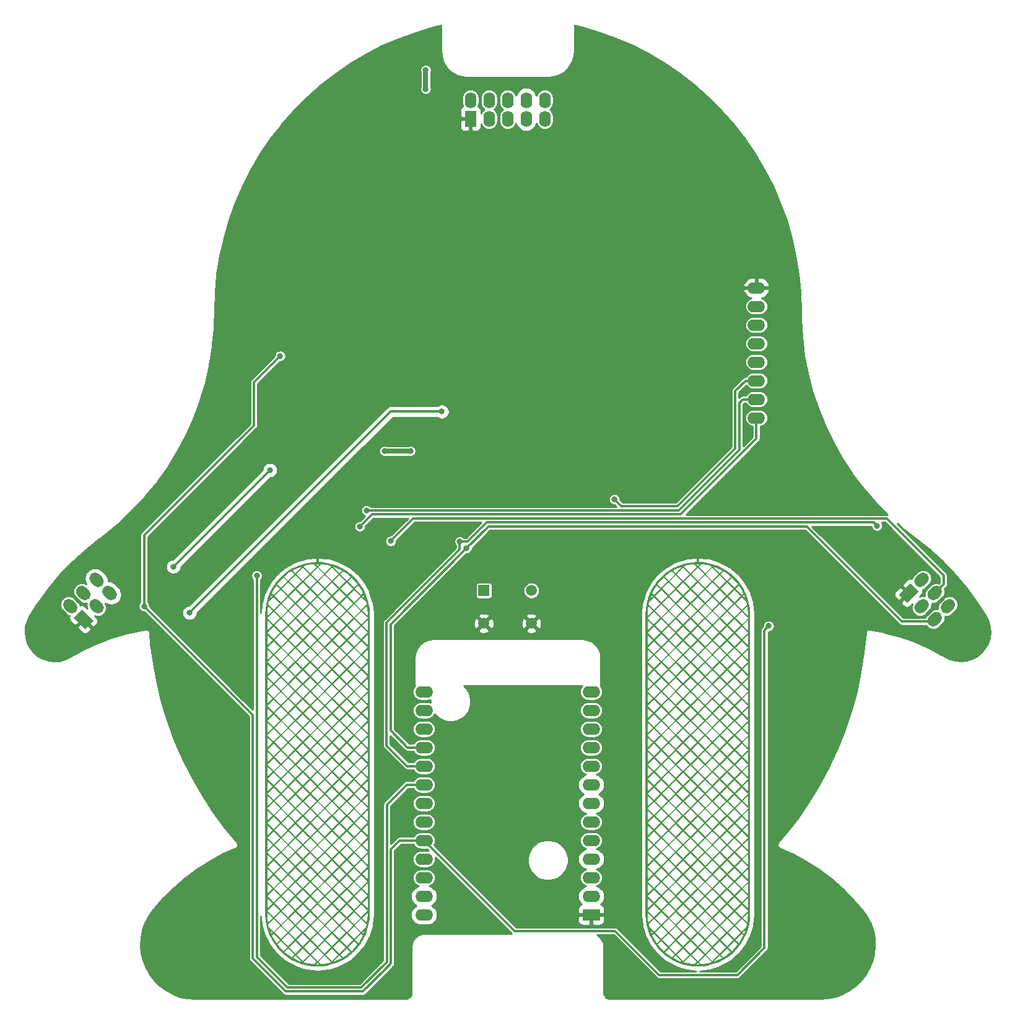
<source format=gbr>
%TF.GenerationSoftware,KiCad,Pcbnew,(5.1.10)-1*%
%TF.CreationDate,2021-11-10T08:50:45+11:00*%
%TF.ProjectId,swag-badge,73776167-2d62-4616-9467-652e6b696361,rev?*%
%TF.SameCoordinates,PX405f7e0PYfa3044a0*%
%TF.FileFunction,Copper,L2,Bot*%
%TF.FilePolarity,Positive*%
%FSLAX46Y46*%
G04 Gerber Fmt 4.6, Leading zero omitted, Abs format (unit mm)*
G04 Created by KiCad (PCBNEW (5.1.10)-1) date 2021-11-10 08:50:45*
%MOMM*%
%LPD*%
G01*
G04 APERTURE LIST*
%TA.AperFunction,ComponentPad*%
%ADD10O,1.600000X2.200000*%
%TD*%
%TA.AperFunction,ComponentPad*%
%ADD11R,1.600000X2.200000*%
%TD*%
%TA.AperFunction,ComponentPad*%
%ADD12C,0.100000*%
%TD*%
%TA.AperFunction,ComponentPad*%
%ADD13O,2.400000X1.600000*%
%TD*%
%TA.AperFunction,SMDPad,CuDef*%
%ADD14C,0.100000*%
%TD*%
%TA.AperFunction,ComponentPad*%
%ADD15C,1.498000*%
%TD*%
%TA.AperFunction,ComponentPad*%
%ADD16R,1.498000X1.498000*%
%TD*%
%TA.AperFunction,ComponentPad*%
%ADD17R,2.400000X1.600000*%
%TD*%
%TA.AperFunction,ViaPad*%
%ADD18C,0.800000*%
%TD*%
%TA.AperFunction,Conductor*%
%ADD19C,0.700000*%
%TD*%
%TA.AperFunction,Conductor*%
%ADD20C,0.300000*%
%TD*%
%TA.AperFunction,Conductor*%
%ADD21C,0.254000*%
%TD*%
%TA.AperFunction,Conductor*%
%ADD22C,0.100000*%
%TD*%
G04 APERTURE END LIST*
D10*
%TO.P,P1,1*%
%TO.N,+3V3*%
X-72580000Y125770000D03*
D11*
%TO.P,P1,2*%
%TO.N,GND*%
X-72580000Y123230000D03*
D10*
%TO.P,P1,3*%
%TO.N,/GPIO5*%
X-70040000Y125770000D03*
%TO.P,P1,5*%
%TO.N,/GPIO22*%
X-67500000Y125770000D03*
%TO.P,P1,7*%
%TO.N,/GPIO32*%
X-64960000Y125770000D03*
%TO.P,P1,9*%
%TO.N,/GPIO18*%
X-62420000Y125770000D03*
%TO.P,P1,10*%
%TO.N,/GPIO23*%
X-62420000Y123230000D03*
%TO.P,P1,8*%
%TO.N,/GPIO33*%
X-64960000Y123230000D03*
%TO.P,P1,6*%
%TO.N,/GPIO19*%
X-67500000Y123230000D03*
%TO.P,P1,4*%
%TO.N,/GPIO4*%
X-70040000Y123230000D03*
%TD*%
%TO.P,P3,1*%
%TO.N,+3V3*%
%TA.AperFunction,ComponentPad*%
G36*
G01*
X-11675843Y59416260D02*
X-11675843Y59416260D01*
G75*
G02*
X-11675843Y60547630I565685J565685D01*
G01*
X-11251579Y60971894D01*
G75*
G02*
X-10120209Y60971894I565685J-565685D01*
G01*
X-10120209Y60971894D01*
G75*
G02*
X-10120209Y59840524I-565685J-565685D01*
G01*
X-10544473Y59416260D01*
G75*
G02*
X-11675843Y59416260I-565685J565685D01*
G01*
G37*
%TD.AperFunction*%
%TA.AperFunction,ComponentPad*%
D12*
%TO.P,P3,2*%
%TO.N,GND*%
G36*
X-12906209Y57054523D02*
G01*
X-14037580Y58185894D01*
X-12481945Y59741529D01*
X-11350574Y58610158D01*
X-12906209Y57054523D01*
G37*
%TD.AperFunction*%
%TO.P,P3,3*%
%TO.N,/GPIO5*%
%TA.AperFunction,ComponentPad*%
G36*
G01*
X-9879791Y57620209D02*
X-9879791Y57620209D01*
G75*
G02*
X-9879791Y58751579I565685J565685D01*
G01*
X-9455527Y59175843D01*
G75*
G02*
X-8324157Y59175843I565685J-565685D01*
G01*
X-8324157Y59175843D01*
G75*
G02*
X-8324157Y58044473I-565685J-565685D01*
G01*
X-8748421Y57620209D01*
G75*
G02*
X-9879791Y57620209I-565685J565685D01*
G01*
G37*
%TD.AperFunction*%
%TO.P,P3,5*%
%TO.N,/GPIO18*%
%TA.AperFunction,ComponentPad*%
G36*
G01*
X-8083740Y55824157D02*
X-8083740Y55824157D01*
G75*
G02*
X-8083740Y56955527I565685J565685D01*
G01*
X-7659476Y57379791D01*
G75*
G02*
X-6528106Y57379791I565685J-565685D01*
G01*
X-6528106Y57379791D01*
G75*
G02*
X-6528106Y56248421I-565685J-565685D01*
G01*
X-6952370Y55824157D01*
G75*
G02*
X-8083740Y55824157I-565685J565685D01*
G01*
G37*
%TD.AperFunction*%
%TO.P,P3,6*%
%TO.N,/GPIO23*%
%TA.AperFunction,ComponentPad*%
G36*
G01*
X-9879791Y54028106D02*
X-9879791Y54028106D01*
G75*
G02*
X-9879791Y55159476I565685J565685D01*
G01*
X-9455527Y55583740D01*
G75*
G02*
X-8324157Y55583740I565685J-565685D01*
G01*
X-8324157Y55583740D01*
G75*
G02*
X-8324157Y54452370I-565685J-565685D01*
G01*
X-8748421Y54028106D01*
G75*
G02*
X-9879791Y54028106I-565685J565685D01*
G01*
G37*
%TD.AperFunction*%
%TO.P,P3,4*%
%TO.N,/GPIO4*%
%TA.AperFunction,ComponentPad*%
G36*
G01*
X-11675843Y55824157D02*
X-11675843Y55824157D01*
G75*
G02*
X-11675843Y56955527I565685J565685D01*
G01*
X-11251579Y57379791D01*
G75*
G02*
X-10120209Y57379791I565685J-565685D01*
G01*
X-10120209Y57379791D01*
G75*
G02*
X-10120209Y56248421I-565685J-565685D01*
G01*
X-10544473Y55824157D01*
G75*
G02*
X-11675843Y55824157I-565685J565685D01*
G01*
G37*
%TD.AperFunction*%
%TD*%
D13*
%TO.P,S1,8*%
%TO.N,/BCK*%
X-33500000Y82340000D03*
%TO.P,S1,7*%
%TO.N,/CS_DISP*%
X-33500000Y84880000D03*
%TO.P,S1,6*%
%TO.N,/DC*%
X-33500000Y87420000D03*
%TO.P,S1,5*%
%TO.N,+3V3*%
X-33500000Y89960000D03*
%TO.P,S1,4*%
%TO.N,/GPIO26*%
X-33500000Y92500000D03*
%TO.P,S1,3*%
%TO.N,/GPIO14*%
X-33500000Y95040000D03*
%TO.P,S1,2*%
%TO.N,+3V3*%
X-33500000Y97580000D03*
%TO.P,S1,1*%
%TO.N,GND*%
X-33500000Y100120000D03*
%TD*%
%TO.P,P2,4*%
%TO.N,/GPIO4*%
%TA.AperFunction,ComponentPad*%
G36*
G01*
X-122924157Y55824157D02*
X-122924157Y55824157D01*
G75*
G02*
X-124055527Y55824157I-565685J565685D01*
G01*
X-124479791Y56248421D01*
G75*
G02*
X-124479791Y57379791I565685J565685D01*
G01*
X-124479791Y57379791D01*
G75*
G02*
X-123348421Y57379791I565685J-565685D01*
G01*
X-122924157Y56955527D01*
G75*
G02*
X-122924157Y55824157I-565685J-565685D01*
G01*
G37*
%TD.AperFunction*%
%TO.P,P2,6*%
%TO.N,/GPIO33*%
%TA.AperFunction,ComponentPad*%
G36*
G01*
X-121128106Y57620209D02*
X-121128106Y57620209D01*
G75*
G02*
X-122259476Y57620209I-565685J565685D01*
G01*
X-122683740Y58044473D01*
G75*
G02*
X-122683740Y59175843I565685J565685D01*
G01*
X-122683740Y59175843D01*
G75*
G02*
X-121552370Y59175843I565685J-565685D01*
G01*
X-121128106Y58751579D01*
G75*
G02*
X-121128106Y57620209I-565685J-565685D01*
G01*
G37*
%TD.AperFunction*%
%TO.P,P2,5*%
%TO.N,/GPIO32*%
%TA.AperFunction,ComponentPad*%
G36*
G01*
X-122924157Y59416260D02*
X-122924157Y59416260D01*
G75*
G02*
X-124055527Y59416260I-565685J565685D01*
G01*
X-124479791Y59840524D01*
G75*
G02*
X-124479791Y60971894I565685J565685D01*
G01*
X-124479791Y60971894D01*
G75*
G02*
X-123348421Y60971894I565685J-565685D01*
G01*
X-122924157Y60547630D01*
G75*
G02*
X-122924157Y59416260I-565685J-565685D01*
G01*
G37*
%TD.AperFunction*%
%TO.P,P2,3*%
%TO.N,/GPIO5*%
%TA.AperFunction,ComponentPad*%
G36*
G01*
X-124720209Y57620209D02*
X-124720209Y57620209D01*
G75*
G02*
X-125851579Y57620209I-565685J565685D01*
G01*
X-126275843Y58044473D01*
G75*
G02*
X-126275843Y59175843I565685J565685D01*
G01*
X-126275843Y59175843D01*
G75*
G02*
X-125144473Y59175843I565685J-565685D01*
G01*
X-124720209Y58751579D01*
G75*
G02*
X-124720209Y57620209I-565685J-565685D01*
G01*
G37*
%TD.AperFunction*%
%TA.AperFunction,ComponentPad*%
D12*
%TO.P,P2,2*%
%TO.N,GND*%
G36*
X-124154523Y54593791D02*
G01*
X-125285894Y53462420D01*
X-126841529Y55018055D01*
X-125710158Y56149426D01*
X-124154523Y54593791D01*
G37*
%TD.AperFunction*%
%TO.P,P2,1*%
%TO.N,+3V3*%
%TA.AperFunction,ComponentPad*%
G36*
G01*
X-126516260Y55824157D02*
X-126516260Y55824157D01*
G75*
G02*
X-127647630Y55824157I-565685J565685D01*
G01*
X-128071894Y56248421D01*
G75*
G02*
X-128071894Y57379791I565685J565685D01*
G01*
X-128071894Y57379791D01*
G75*
G02*
X-126940524Y57379791I565685J-565685D01*
G01*
X-126516260Y56955527D01*
G75*
G02*
X-126516260Y55824157I-565685J-565685D01*
G01*
G37*
%TD.AperFunction*%
%TD*%
%TA.AperFunction,SMDPad,CuDef*%
D14*
%TO.P,T3,3*%
%TO.N,GND*%
G36*
X-92859291Y62621058D02*
G01*
X-92859289Y62621058D01*
X-92857199Y62620956D01*
X-92850945Y62620299D01*
X-92844696Y62619730D01*
X-92167455Y62524550D01*
X-92165383Y62524244D01*
X-92159242Y62522983D01*
X-92153060Y62521804D01*
X-91488338Y62360991D01*
X-91486307Y62360484D01*
X-91480311Y62358628D01*
X-91474280Y62356853D01*
X-90828424Y62131942D01*
X-90826451Y62131240D01*
X-90820656Y62128804D01*
X-90814836Y62126453D01*
X-90194010Y61839590D01*
X-90192115Y61838699D01*
X-90186584Y61835708D01*
X-90181023Y61832801D01*
X-89591152Y61486726D01*
X-89589354Y61485654D01*
X-89584171Y61482158D01*
X-89578889Y61478702D01*
X-89025606Y61076718D01*
X-89023920Y61075475D01*
X-89019077Y61071469D01*
X-89014184Y61067535D01*
X-88502768Y60613478D01*
X-88501212Y60612076D01*
X-88496800Y60607634D01*
X-88492297Y60603224D01*
X-88027640Y60101438D01*
X-88027629Y60101428D01*
X-88027618Y60101415D01*
X-88026218Y60099882D01*
X-88022287Y60095062D01*
X-88018209Y60090202D01*
X-87604736Y59545470D01*
X-87604726Y59545458D01*
X-87604715Y59545442D01*
X-87603473Y59543781D01*
X-87600032Y59538603D01*
X-87596447Y59533366D01*
X-87238094Y58950873D01*
X-87237010Y58949082D01*
X-87234066Y58943547D01*
X-87231034Y58938031D01*
X-86931234Y58323348D01*
X-86930329Y58321459D01*
X-86927934Y58315647D01*
X-86925461Y58309878D01*
X-86687073Y57668874D01*
X-86686357Y57666906D01*
X-86684550Y57660921D01*
X-86682641Y57654905D01*
X-86507944Y56993698D01*
X-86507423Y56991670D01*
X-86506195Y56985469D01*
X-86504897Y56979363D01*
X-86395555Y56304265D01*
X-86395235Y56302195D01*
X-86394623Y56295959D01*
X-86393921Y56289701D01*
X-86350978Y55607152D01*
X-86350861Y55605061D01*
X-86350861Y55601911D01*
X-86350686Y55598781D01*
X-86350004Y55501046D01*
X-86350004Y55500081D01*
X-86350000Y55499999D01*
X-86350000Y14500000D01*
X-86350015Y14497906D01*
X-86350179Y14495299D01*
X-86350179Y14492672D01*
X-86383587Y13809593D01*
X-86383704Y13807502D01*
X-86384402Y13801284D01*
X-86385017Y13795008D01*
X-86484923Y13118447D01*
X-86485244Y13116378D01*
X-86486545Y13110258D01*
X-86487770Y13104072D01*
X-86653220Y12440489D01*
X-86653741Y12438461D01*
X-86655628Y12432511D01*
X-86657455Y12426460D01*
X-86886869Y11782189D01*
X-86887586Y11780222D01*
X-86890048Y11774477D01*
X-86892454Y11768640D01*
X-87183643Y11149832D01*
X-87184548Y11147944D01*
X-87187570Y11142447D01*
X-87190523Y11136893D01*
X-87540702Y10549461D01*
X-87540707Y10549452D01*
X-87540714Y10549442D01*
X-87541792Y10547662D01*
X-87545321Y10542508D01*
X-87548817Y10537246D01*
X-87954655Y9986782D01*
X-87955910Y9985105D01*
X-87959952Y9980288D01*
X-87963918Y9975425D01*
X-88421533Y9467191D01*
X-88422946Y9465645D01*
X-88427428Y9461256D01*
X-88431860Y9456793D01*
X-88936887Y8995639D01*
X-88938443Y8994238D01*
X-88943310Y8990325D01*
X-88948178Y8986297D01*
X-89495797Y8576627D01*
X-89497482Y8575385D01*
X-89502717Y8571959D01*
X-89507946Y8568432D01*
X-90092927Y8214155D01*
X-90094726Y8213083D01*
X-90100293Y8210173D01*
X-90105819Y8207185D01*
X-90722578Y7911683D01*
X-90724473Y7910792D01*
X-90730269Y7908450D01*
X-90736088Y7906004D01*
X-91378741Y7672097D01*
X-91380714Y7671395D01*
X-91386733Y7669623D01*
X-91392740Y7667764D01*
X-92055139Y7497689D01*
X-92055153Y7497685D01*
X-92055170Y7497682D01*
X-92057184Y7497179D01*
X-92063350Y7496003D01*
X-92069508Y7494739D01*
X-92745353Y7390113D01*
X-92747425Y7389807D01*
X-92753677Y7389238D01*
X-92759928Y7388581D01*
X-93442758Y7350405D01*
X-93444849Y7350303D01*
X-93451131Y7350347D01*
X-93457412Y7350303D01*
X-94140709Y7378941D01*
X-94142801Y7379043D01*
X-94149054Y7379700D01*
X-94155304Y7380269D01*
X-94832545Y7475449D01*
X-94834616Y7475755D01*
X-94840750Y7477014D01*
X-94846940Y7478195D01*
X-95511657Y7639007D01*
X-95511662Y7639008D01*
X-95511668Y7639010D01*
X-95513693Y7639515D01*
X-95519689Y7641371D01*
X-95525720Y7643146D01*
X-95575973Y7660646D01*
X-93697932Y7660646D01*
X-93452183Y7650346D01*
X-93300262Y7658840D01*
X-93500000Y7858578D01*
X-93697932Y7660646D01*
X-95575973Y7660646D01*
X-96171576Y7868057D01*
X-96173549Y7868759D01*
X-96179344Y7871195D01*
X-96185164Y7873546D01*
X-96458835Y8000000D01*
X-95358578Y8000000D01*
X-95240682Y7882105D01*
X-94783526Y7771508D01*
X-94120815Y7678370D01*
X-93969398Y7672024D01*
X-93641422Y8000000D01*
X-93358578Y8000000D01*
X-93032394Y7673816D01*
X-92783997Y7687704D01*
X-92122649Y7790085D01*
X-91757612Y7883811D01*
X-91641423Y8000000D01*
X-91358579Y8000000D01*
X-91357618Y7999039D01*
X-90845589Y8185403D01*
X-90242061Y8474565D01*
X-90163540Y8522118D01*
X-90500001Y8858578D01*
X-91358579Y8000000D01*
X-91641423Y8000000D01*
X-91641422Y8000001D01*
X-92500000Y8858578D01*
X-93358578Y8000000D01*
X-93641422Y8000000D01*
X-94500000Y8858578D01*
X-95358578Y8000000D01*
X-96458835Y8000000D01*
X-96805990Y8160408D01*
X-96807884Y8161300D01*
X-96813423Y8164294D01*
X-96818977Y8167198D01*
X-97408848Y8513273D01*
X-97410647Y8514345D01*
X-97415883Y8517877D01*
X-97421111Y8521298D01*
X-97424978Y8524108D01*
X-96834470Y8524108D01*
X-96673499Y8429667D01*
X-96065988Y8148957D01*
X-95643119Y8001698D01*
X-96499999Y8858578D01*
X-96834470Y8524108D01*
X-97424978Y8524108D01*
X-97974395Y8923281D01*
X-97976080Y8924524D01*
X-97980929Y8928536D01*
X-97985816Y8932465D01*
X-98458395Y9352040D01*
X-98006538Y9352040D01*
X-97792126Y9161676D01*
X-97250711Y8768315D01*
X-97012730Y8628692D01*
X-96641421Y9000000D01*
X-96358577Y9000000D01*
X-95499999Y8141422D01*
X-94641422Y9000000D01*
X-94358578Y9000000D01*
X-93500000Y8141422D01*
X-92641423Y8999999D01*
X-92358578Y8999999D01*
X-91500001Y8141422D01*
X-90641423Y9000000D01*
X-90358579Y9000000D01*
X-89987382Y8628804D01*
X-89669626Y8821244D01*
X-89133757Y9222124D01*
X-88992517Y9351095D01*
X-89500001Y9858578D01*
X-90358579Y9000000D01*
X-90641423Y9000000D01*
X-91500000Y9858578D01*
X-92358578Y8999999D01*
X-92641423Y8999999D01*
X-92641422Y9000000D01*
X-93500000Y9858578D01*
X-94358578Y9000000D01*
X-94641422Y9000000D01*
X-95500000Y9858578D01*
X-96358577Y9000000D01*
X-96641421Y9000000D01*
X-97499999Y9858578D01*
X-98006538Y9352040D01*
X-98458395Y9352040D01*
X-98497232Y9386521D01*
X-98498788Y9387923D01*
X-98503200Y9392365D01*
X-98507703Y9396775D01*
X-98972371Y9898571D01*
X-98973782Y9900117D01*
X-98977741Y9904971D01*
X-98981791Y9909797D01*
X-99345821Y10389390D01*
X-98969188Y10389390D01*
X-98747271Y10097025D01*
X-98292573Y9605995D01*
X-98156362Y9485060D01*
X-97641421Y10000000D01*
X-97358577Y10000000D01*
X-96499999Y9141422D01*
X-95641422Y10000000D01*
X-95358578Y10000000D01*
X-94500000Y9141422D01*
X-93641423Y9999999D01*
X-93358578Y9999999D01*
X-92500000Y9141421D01*
X-91641422Y10000000D01*
X-91358578Y10000000D01*
X-90500001Y9141422D01*
X-89641423Y10000000D01*
X-89358579Y10000000D01*
X-88844673Y9486095D01*
X-88639570Y9673381D01*
X-88191771Y10170711D01*
X-88030659Y10389237D01*
X-88500001Y10858578D01*
X-89358579Y10000000D01*
X-89641423Y10000000D01*
X-90500000Y10858578D01*
X-91358578Y10000000D01*
X-91641422Y10000000D01*
X-92500000Y10858578D01*
X-93358578Y9999999D01*
X-93641423Y9999999D01*
X-93641422Y10000000D01*
X-94500000Y10858578D01*
X-95358578Y10000000D01*
X-95641422Y10000000D01*
X-96500000Y10858578D01*
X-97358577Y10000000D01*
X-97641421Y10000000D01*
X-98499999Y10858578D01*
X-98969188Y10389390D01*
X-99345821Y10389390D01*
X-99395274Y10454541D01*
X-99396528Y10456218D01*
X-99400016Y10461467D01*
X-99403553Y10466633D01*
X-99761906Y11049126D01*
X-99762990Y11050917D01*
X-99765943Y11056470D01*
X-99768966Y11061969D01*
X-100051371Y11640987D01*
X-99717591Y11640987D01*
X-99502544Y11200073D01*
X-99151881Y10630081D01*
X-99091237Y10550185D01*
X-98641421Y11000000D01*
X-98358577Y11000000D01*
X-97499999Y10141422D01*
X-96641422Y11000000D01*
X-96358578Y11000000D01*
X-95500000Y10141422D01*
X-94641423Y10999999D01*
X-94358578Y10999999D01*
X-93500000Y10141421D01*
X-92641422Y11000000D01*
X-92358578Y11000000D01*
X-91500000Y10141422D01*
X-90641422Y11000000D01*
X-90358578Y11000000D01*
X-89500001Y10141422D01*
X-88641423Y11000000D01*
X-88358579Y11000000D01*
X-87910625Y10552047D01*
X-87794637Y10709369D01*
X-87451966Y11284207D01*
X-87283543Y11642122D01*
X-87500000Y11858579D01*
X-88358579Y11000000D01*
X-88641423Y11000000D01*
X-89500000Y11858578D01*
X-90358578Y11000000D01*
X-90641422Y11000000D01*
X-91500000Y11858578D01*
X-92358578Y11000000D01*
X-92641422Y11000000D01*
X-93500000Y11858578D01*
X-94358578Y10999999D01*
X-94641423Y10999999D01*
X-94641422Y11000000D01*
X-95500000Y11858578D01*
X-96358578Y11000000D01*
X-96641422Y11000000D01*
X-97500000Y11858578D01*
X-98358577Y11000000D01*
X-98641421Y11000000D01*
X-99500000Y11858578D01*
X-99717591Y11640987D01*
X-100051371Y11640987D01*
X-100068766Y11676651D01*
X-100069671Y11678540D01*
X-100072066Y11684352D01*
X-100074539Y11690121D01*
X-100312927Y12331125D01*
X-100313643Y12333093D01*
X-100315450Y12339078D01*
X-100317359Y12345094D01*
X-100322210Y12363456D01*
X-100004877Y12363456D01*
X-99807824Y11833598D01*
X-99641421Y12000000D01*
X-99358578Y12000000D01*
X-98499999Y11141422D01*
X-97641422Y12000000D01*
X-97358578Y12000000D01*
X-96500000Y11141422D01*
X-95641423Y11999999D01*
X-95358578Y11999999D01*
X-94500000Y11141421D01*
X-93641422Y12000000D01*
X-93358578Y12000000D01*
X-92500000Y11141422D01*
X-91641422Y11999999D01*
X-91641422Y12000000D01*
X-91358578Y12000000D01*
X-90500000Y11141422D01*
X-89641422Y12000000D01*
X-89358578Y12000000D01*
X-88500001Y11141422D01*
X-87641423Y12000000D01*
X-87358579Y12000000D01*
X-87193037Y11834458D01*
X-87167029Y11889728D01*
X-87000122Y12358457D01*
X-87358579Y12000000D01*
X-87641423Y12000000D01*
X-87641422Y12000001D01*
X-88499999Y12858578D01*
X-89358578Y12000000D01*
X-89641422Y12000000D01*
X-90500000Y12858578D01*
X-91358578Y12000000D01*
X-91641422Y12000000D01*
X-92500000Y12858578D01*
X-93358578Y12000000D01*
X-93641422Y12000000D01*
X-94500000Y12858578D01*
X-95358578Y11999999D01*
X-95641423Y11999999D01*
X-95641422Y12000000D01*
X-96500000Y12858578D01*
X-97358578Y12000000D01*
X-97641422Y12000000D01*
X-98500000Y12858578D01*
X-99358578Y12000000D01*
X-99641421Y12000000D01*
X-100004877Y12363456D01*
X-100322210Y12363456D01*
X-100492057Y13006301D01*
X-100492577Y13008330D01*
X-100493790Y13014453D01*
X-100495104Y13020636D01*
X-100515558Y13146929D01*
X-100211649Y13146929D01*
X-100200137Y13075850D01*
X-100116008Y12757431D01*
X-99499999Y12141422D01*
X-98641422Y13000000D01*
X-98358578Y13000000D01*
X-97500000Y12141422D01*
X-96641423Y12999999D01*
X-96358578Y12999999D01*
X-95500000Y12141421D01*
X-94641422Y13000000D01*
X-94358578Y13000000D01*
X-93500000Y12141422D01*
X-92641422Y13000000D01*
X-92358578Y13000000D01*
X-91500000Y12141421D01*
X-90641422Y12999999D01*
X-90641422Y13000000D01*
X-90358578Y13000000D01*
X-89500000Y12141422D01*
X-88641423Y12999999D01*
X-88358578Y12999999D01*
X-87500001Y12141422D01*
X-86883178Y12758245D01*
X-86786684Y13145263D01*
X-87499999Y13858578D01*
X-88358578Y12999999D01*
X-88641423Y12999999D01*
X-88641421Y13000000D01*
X-89500000Y13858578D01*
X-90358578Y13000000D01*
X-90641422Y13000000D01*
X-91500000Y13858578D01*
X-92358578Y13000000D01*
X-92641422Y13000000D01*
X-93500000Y13858578D01*
X-94358578Y13000000D01*
X-94641422Y13000000D01*
X-95500000Y13858578D01*
X-96358578Y12999999D01*
X-96641423Y12999999D01*
X-96641422Y13000000D01*
X-97500000Y13858578D01*
X-98358578Y13000000D01*
X-98641422Y13000000D01*
X-99500000Y13858578D01*
X-100211649Y13146929D01*
X-100515558Y13146929D01*
X-100604445Y13695735D01*
X-100604765Y13697804D01*
X-100605377Y13704040D01*
X-100606079Y13710298D01*
X-100649022Y14392846D01*
X-100649139Y14394937D01*
X-100649139Y14398089D01*
X-100649314Y14401219D01*
X-100649996Y14498953D01*
X-100649996Y14499918D01*
X-100650000Y14500000D01*
X-100650000Y14500474D01*
X-100350000Y14500474D01*
X-100349351Y14407508D01*
X-100307131Y13736453D01*
X-100251075Y13390347D01*
X-99641422Y14000000D01*
X-99358578Y14000000D01*
X-98500000Y13141422D01*
X-97641423Y13999999D01*
X-97358579Y13999999D01*
X-96500000Y13141421D01*
X-95641422Y14000000D01*
X-95358578Y14000000D01*
X-94500000Y13141422D01*
X-93641422Y14000000D01*
X-93358578Y14000000D01*
X-92500000Y13141422D01*
X-91641422Y14000000D01*
X-91358578Y14000000D01*
X-90500000Y13141421D01*
X-89641422Y13999999D01*
X-89358578Y13999999D01*
X-88500000Y13141421D01*
X-87641422Y13999999D01*
X-87358578Y13999999D01*
X-86748142Y13389563D01*
X-86682871Y13831577D01*
X-86650000Y14503667D01*
X-86650000Y14708577D01*
X-87358578Y13999999D01*
X-87641422Y13999999D01*
X-87641421Y14000000D01*
X-88500000Y14858578D01*
X-89358578Y13999999D01*
X-89641422Y13999999D01*
X-89641421Y14000000D01*
X-90499999Y14858578D01*
X-91358578Y14000000D01*
X-91641422Y14000000D01*
X-92500000Y14858578D01*
X-93358578Y14000000D01*
X-93641422Y14000000D01*
X-94500000Y14858578D01*
X-95358578Y14000000D01*
X-95641422Y14000000D01*
X-96500000Y14858578D01*
X-97358579Y13999999D01*
X-97641423Y13999999D01*
X-97641422Y14000000D01*
X-98500000Y14858578D01*
X-99358578Y14000000D01*
X-99641422Y14000000D01*
X-100350000Y14708577D01*
X-100350000Y14500474D01*
X-100650000Y14500474D01*
X-100650000Y15008578D01*
X-100350000Y15008578D01*
X-100350000Y14991421D01*
X-99500000Y14141421D01*
X-98641423Y14999999D01*
X-98358579Y14999999D01*
X-97500000Y14141421D01*
X-96641422Y14999999D01*
X-96641422Y15000000D01*
X-96358578Y15000000D01*
X-95500000Y14141422D01*
X-94641422Y15000000D01*
X-94358578Y15000000D01*
X-93500000Y14141422D01*
X-92641422Y15000000D01*
X-92358578Y15000000D01*
X-91500000Y14141422D01*
X-90641423Y14999999D01*
X-90358578Y14999999D01*
X-89500000Y14141421D01*
X-88641422Y14999999D01*
X-88358578Y14999999D01*
X-87500000Y14141421D01*
X-86650000Y14991421D01*
X-86650000Y15008578D01*
X-87500000Y15858578D01*
X-88358578Y14999999D01*
X-88641422Y14999999D01*
X-88641421Y15000000D01*
X-89499999Y15858578D01*
X-90358578Y14999999D01*
X-90641423Y14999999D01*
X-90641421Y15000000D01*
X-91500000Y15858578D01*
X-92358578Y15000000D01*
X-92641422Y15000000D01*
X-93500000Y15858578D01*
X-94358578Y15000000D01*
X-94641422Y15000000D01*
X-95500000Y15858578D01*
X-96358578Y15000000D01*
X-96641422Y15000000D01*
X-97500000Y15858578D01*
X-98358579Y14999999D01*
X-98641423Y14999999D01*
X-98641422Y15000000D01*
X-99500000Y15858578D01*
X-100350000Y15008578D01*
X-100650000Y15008578D01*
X-100650000Y15291422D01*
X-100350000Y15291422D01*
X-99641423Y15999999D01*
X-99358578Y15999999D01*
X-98500000Y15141421D01*
X-97641422Y15999999D01*
X-97641422Y16000000D01*
X-97358578Y16000000D01*
X-96500000Y15141421D01*
X-95641422Y15999999D01*
X-95641422Y16000000D01*
X-95358578Y16000000D01*
X-94500000Y15141422D01*
X-93641422Y16000000D01*
X-93358578Y16000000D01*
X-92500000Y15141422D01*
X-91641423Y15999999D01*
X-91358578Y15999999D01*
X-90500000Y15141421D01*
X-89641422Y15999999D01*
X-89358578Y15999999D01*
X-88500000Y15141421D01*
X-87641421Y15999999D01*
X-87641422Y16000000D01*
X-87358578Y16000000D01*
X-86650000Y15291422D01*
X-86650000Y16708578D01*
X-87358578Y16000000D01*
X-87641422Y16000000D01*
X-88500000Y16858578D01*
X-89358578Y15999999D01*
X-89641422Y15999999D01*
X-89641421Y16000000D01*
X-90499999Y16858578D01*
X-91358578Y15999999D01*
X-91641423Y15999999D01*
X-91641422Y16000000D01*
X-92500000Y16858578D01*
X-93358578Y16000000D01*
X-93641422Y16000000D01*
X-94500000Y16858578D01*
X-95358578Y16000000D01*
X-95641422Y16000000D01*
X-96500000Y16858578D01*
X-97358578Y16000000D01*
X-97641422Y16000000D01*
X-98500000Y16858578D01*
X-99358578Y15999999D01*
X-99641423Y15999999D01*
X-99641422Y16000000D01*
X-100350000Y16708577D01*
X-100350000Y15291422D01*
X-100650000Y15291422D01*
X-100650000Y17008578D01*
X-100350000Y17008578D01*
X-100350000Y16991421D01*
X-99500000Y16141421D01*
X-98641422Y17000000D01*
X-98358578Y17000000D01*
X-97500000Y16141421D01*
X-96641422Y16999999D01*
X-96641422Y17000000D01*
X-96358578Y17000000D01*
X-95500000Y16141421D01*
X-94641422Y16999999D01*
X-94641422Y17000000D01*
X-94358578Y17000000D01*
X-93500000Y16141422D01*
X-92641423Y16999999D01*
X-92358578Y16999999D01*
X-91500000Y16141421D01*
X-90641422Y16999999D01*
X-90358578Y16999999D01*
X-89500000Y16141421D01*
X-88641422Y17000000D01*
X-88358578Y17000000D01*
X-87499999Y16141421D01*
X-86650000Y16991420D01*
X-86650000Y17008578D01*
X-87500000Y17858578D01*
X-88358578Y17000000D01*
X-88641422Y17000000D01*
X-89500000Y17858578D01*
X-90358578Y16999999D01*
X-90641422Y16999999D01*
X-90641421Y17000000D01*
X-91500000Y17858578D01*
X-92358578Y16999999D01*
X-92641423Y16999999D01*
X-92641422Y17000000D01*
X-93500000Y17858578D01*
X-94358578Y17000000D01*
X-94641422Y17000000D01*
X-95500000Y17858578D01*
X-96358578Y17000000D01*
X-96641422Y17000000D01*
X-97500000Y17858578D01*
X-98358578Y17000000D01*
X-98641422Y17000000D01*
X-99500000Y17858578D01*
X-100350000Y17008578D01*
X-100650000Y17008578D01*
X-100650000Y17291422D01*
X-100350000Y17291422D01*
X-99641422Y18000000D01*
X-99358578Y18000000D01*
X-98500000Y17141422D01*
X-97641422Y18000000D01*
X-97358578Y18000000D01*
X-96500000Y17141421D01*
X-95641422Y17999999D01*
X-95641422Y18000000D01*
X-95358578Y18000000D01*
X-94500000Y17141421D01*
X-93641423Y17999999D01*
X-93358578Y17999999D01*
X-92500000Y17141421D01*
X-91641423Y17999999D01*
X-91358578Y17999999D01*
X-90500000Y17141421D01*
X-89641422Y18000000D01*
X-89358578Y18000000D01*
X-88500000Y17141422D01*
X-87641422Y18000000D01*
X-87358578Y18000000D01*
X-86650000Y17291422D01*
X-86650000Y18708577D01*
X-87358578Y18000000D01*
X-87641422Y18000000D01*
X-88500000Y18858578D01*
X-89358578Y18000000D01*
X-89641422Y18000000D01*
X-90500000Y18858578D01*
X-91358578Y17999999D01*
X-91641423Y17999999D01*
X-91641422Y18000000D01*
X-92500000Y18858578D01*
X-93358578Y17999999D01*
X-93641423Y17999999D01*
X-93641422Y18000000D01*
X-94500000Y18858578D01*
X-95358578Y18000000D01*
X-95641422Y18000000D01*
X-96500000Y18858578D01*
X-97358578Y18000000D01*
X-97641422Y18000000D01*
X-98500000Y18858578D01*
X-99358578Y18000000D01*
X-99641422Y18000000D01*
X-100350000Y18708577D01*
X-100350000Y17291422D01*
X-100650000Y17291422D01*
X-100650000Y19008578D01*
X-100350000Y19008578D01*
X-100350000Y18991421D01*
X-99500000Y18141422D01*
X-98641422Y19000000D01*
X-98358578Y19000000D01*
X-97500000Y18141422D01*
X-96641422Y19000000D01*
X-96358578Y19000000D01*
X-95500000Y18141421D01*
X-94641423Y18999999D01*
X-94358579Y18999999D01*
X-93500000Y18141421D01*
X-92641422Y18999999D01*
X-92358578Y18999999D01*
X-91500000Y18141421D01*
X-90641422Y19000000D01*
X-90358578Y19000000D01*
X-89500000Y18141422D01*
X-88641422Y19000000D01*
X-88358578Y19000000D01*
X-87500000Y18141422D01*
X-86650000Y18991421D01*
X-86650000Y19008578D01*
X-87500000Y19858578D01*
X-88358578Y19000000D01*
X-88641422Y19000000D01*
X-89500000Y19858578D01*
X-90358578Y19000000D01*
X-90641422Y19000000D01*
X-91500000Y19858578D01*
X-92358578Y18999999D01*
X-92641422Y18999999D01*
X-92641421Y19000000D01*
X-93500000Y19858578D01*
X-94358579Y18999999D01*
X-94641423Y18999999D01*
X-94641422Y19000000D01*
X-95500000Y19858578D01*
X-96358578Y19000000D01*
X-96641422Y19000000D01*
X-97500000Y19858578D01*
X-98358578Y19000000D01*
X-98641422Y19000000D01*
X-99500000Y19858578D01*
X-100350000Y19008578D01*
X-100650000Y19008578D01*
X-100650000Y19291422D01*
X-100350000Y19291422D01*
X-99641422Y20000000D01*
X-99358578Y20000000D01*
X-98500000Y19141422D01*
X-97641422Y20000000D01*
X-97358578Y20000000D01*
X-96500000Y19141422D01*
X-95641423Y19999999D01*
X-95358578Y19999999D01*
X-94500000Y19141421D01*
X-93641423Y19999999D01*
X-93358578Y19999999D01*
X-92500000Y19141421D01*
X-91641422Y19999999D01*
X-91641422Y20000000D01*
X-91358578Y20000000D01*
X-90500000Y19141422D01*
X-89641422Y20000000D01*
X-89358578Y20000000D01*
X-88500000Y19141422D01*
X-87641422Y20000000D01*
X-87358578Y20000000D01*
X-86650000Y19291422D01*
X-86650000Y20708577D01*
X-87358578Y20000000D01*
X-87641422Y20000000D01*
X-88500000Y20858578D01*
X-89358578Y20000000D01*
X-89641422Y20000000D01*
X-90500000Y20858578D01*
X-91358578Y20000000D01*
X-91641422Y20000000D01*
X-92500000Y20858578D01*
X-93358578Y19999999D01*
X-93641423Y19999999D01*
X-93641422Y20000000D01*
X-94500000Y20858578D01*
X-95358578Y19999999D01*
X-95641423Y19999999D01*
X-95641422Y20000000D01*
X-96500000Y20858578D01*
X-97358578Y20000000D01*
X-97641422Y20000000D01*
X-98500000Y20858578D01*
X-99358578Y20000000D01*
X-99641422Y20000000D01*
X-100350000Y20708577D01*
X-100350000Y19291422D01*
X-100650000Y19291422D01*
X-100650000Y21008578D01*
X-100350000Y21008578D01*
X-100350000Y20991421D01*
X-99500000Y20141422D01*
X-98641422Y21000000D01*
X-98358578Y21000000D01*
X-97500000Y20141422D01*
X-96641423Y20999999D01*
X-96358578Y20999999D01*
X-95500000Y20141421D01*
X-94641423Y20999999D01*
X-94358578Y20999999D01*
X-93500000Y20141421D01*
X-92641422Y20999999D01*
X-92641422Y21000000D01*
X-92358578Y21000000D01*
X-91500000Y20141421D01*
X-90641421Y20999999D01*
X-90641422Y21000000D01*
X-90358578Y21000000D01*
X-89500000Y20141422D01*
X-88641422Y21000000D01*
X-88358578Y21000000D01*
X-87500000Y20141422D01*
X-86650000Y20991421D01*
X-86650000Y21008578D01*
X-87500000Y21858578D01*
X-88358578Y21000000D01*
X-88641422Y21000000D01*
X-89500000Y21858578D01*
X-90358578Y21000000D01*
X-90641422Y21000000D01*
X-91500000Y21858578D01*
X-92358578Y21000000D01*
X-92641422Y21000000D01*
X-93500000Y21858578D01*
X-94358578Y20999999D01*
X-94641423Y20999999D01*
X-94641422Y21000000D01*
X-95500000Y21858578D01*
X-96358578Y20999999D01*
X-96641423Y20999999D01*
X-96641422Y21000000D01*
X-97500000Y21858578D01*
X-98358578Y21000000D01*
X-98641422Y21000000D01*
X-99500000Y21858578D01*
X-100350000Y21008578D01*
X-100650000Y21008578D01*
X-100650000Y21291422D01*
X-100350000Y21291422D01*
X-99641422Y22000000D01*
X-99358578Y22000000D01*
X-98500000Y21141422D01*
X-97641423Y21999999D01*
X-97358578Y21999999D01*
X-96500000Y21141421D01*
X-95641423Y21999999D01*
X-95358578Y21999999D01*
X-94500000Y21141421D01*
X-93641422Y21999999D01*
X-93358578Y21999999D01*
X-92500000Y21141421D01*
X-91641422Y21999999D01*
X-91641422Y22000000D01*
X-91358578Y22000000D01*
X-90499999Y21141421D01*
X-89641421Y21999999D01*
X-89641422Y22000000D01*
X-89358578Y22000000D01*
X-88500000Y21141422D01*
X-87641422Y22000000D01*
X-87358578Y22000000D01*
X-86650000Y21291422D01*
X-86650000Y22708577D01*
X-87358578Y22000000D01*
X-87641422Y22000000D01*
X-88500000Y22858578D01*
X-89358578Y22000000D01*
X-89641422Y22000000D01*
X-90500000Y22858578D01*
X-91358578Y22000000D01*
X-91641422Y22000000D01*
X-92500000Y22858578D01*
X-93358578Y21999999D01*
X-93641422Y21999999D01*
X-94500000Y22858578D01*
X-95358578Y21999999D01*
X-95641423Y21999999D01*
X-95641422Y22000000D01*
X-96500000Y22858578D01*
X-97358578Y21999999D01*
X-97641423Y21999999D01*
X-97641422Y22000000D01*
X-98500000Y22858578D01*
X-99358578Y22000000D01*
X-99641422Y22000000D01*
X-100350000Y22708577D01*
X-100350000Y21291422D01*
X-100650000Y21291422D01*
X-100650000Y23008578D01*
X-100350000Y23008578D01*
X-100350000Y22991421D01*
X-99500000Y22141421D01*
X-98641423Y22999999D01*
X-98358578Y22999999D01*
X-97500000Y22141421D01*
X-96641423Y22999999D01*
X-96358578Y22999999D01*
X-95500000Y22141421D01*
X-94641422Y22999999D01*
X-94358578Y22999999D01*
X-93500000Y22141421D01*
X-92641422Y22999999D01*
X-92358578Y22999999D01*
X-91500000Y22141421D01*
X-90641421Y22999999D01*
X-90641422Y23000000D01*
X-90358578Y23000000D01*
X-89499999Y22141421D01*
X-88641421Y22999999D01*
X-88641422Y23000000D01*
X-88358578Y23000000D01*
X-87500000Y22141421D01*
X-86650000Y22991421D01*
X-86650000Y23008578D01*
X-87500000Y23858578D01*
X-88358578Y23000000D01*
X-88641422Y23000000D01*
X-89500000Y23858578D01*
X-90358578Y23000000D01*
X-90641422Y23000000D01*
X-91500000Y23858578D01*
X-92358578Y22999999D01*
X-92641422Y22999999D01*
X-93500000Y23858578D01*
X-94358578Y22999999D01*
X-94641422Y22999999D01*
X-95500000Y23858578D01*
X-96358578Y22999999D01*
X-96641423Y22999999D01*
X-96641422Y23000000D01*
X-97500000Y23858578D01*
X-98358578Y22999999D01*
X-98641423Y22999999D01*
X-98641422Y23000000D01*
X-99500000Y23858578D01*
X-100350000Y23008578D01*
X-100650000Y23008578D01*
X-100650000Y23291422D01*
X-100350000Y23291422D01*
X-99641423Y23999999D01*
X-99358578Y23999999D01*
X-98500000Y23141421D01*
X-97641423Y23999999D01*
X-97358578Y23999999D01*
X-96500000Y23141421D01*
X-95641422Y23999999D01*
X-95358578Y23999999D01*
X-94500000Y23141421D01*
X-93641422Y23999999D01*
X-93358578Y23999999D01*
X-92500000Y23141421D01*
X-91641422Y23999999D01*
X-91358578Y23999999D01*
X-90499999Y23141421D01*
X-89641421Y23999999D01*
X-89641422Y24000000D01*
X-89358578Y24000000D01*
X-88499999Y23141421D01*
X-87641421Y23999999D01*
X-87641422Y24000000D01*
X-87358578Y24000000D01*
X-86650000Y23291422D01*
X-86650000Y24708578D01*
X-87358578Y24000000D01*
X-87641422Y24000000D01*
X-88500000Y24858578D01*
X-89358578Y24000000D01*
X-89641422Y24000000D01*
X-90500000Y24858578D01*
X-91358578Y23999999D01*
X-91641422Y23999999D01*
X-92500000Y24858578D01*
X-93358578Y23999999D01*
X-93641422Y23999999D01*
X-94500000Y24858578D01*
X-95358578Y23999999D01*
X-95641422Y23999999D01*
X-96500000Y24858578D01*
X-97358578Y23999999D01*
X-97641423Y23999999D01*
X-97641422Y24000000D01*
X-98500000Y24858578D01*
X-99358578Y23999999D01*
X-99641423Y23999999D01*
X-99641422Y24000000D01*
X-100350000Y24708577D01*
X-100350000Y23291422D01*
X-100650000Y23291422D01*
X-100650000Y25008578D01*
X-100350000Y25008578D01*
X-100350000Y24991421D01*
X-99500000Y24141421D01*
X-98641423Y24999999D01*
X-98358578Y24999999D01*
X-97500000Y24141421D01*
X-96641422Y24999999D01*
X-96358578Y24999999D01*
X-95500000Y24141421D01*
X-94641422Y24999999D01*
X-94358578Y24999999D01*
X-93500000Y24141421D01*
X-92641422Y24999999D01*
X-92358578Y24999999D01*
X-91500000Y24141421D01*
X-90641422Y24999999D01*
X-90358578Y24999999D01*
X-89499999Y24141421D01*
X-88641421Y24999999D01*
X-88641422Y25000000D01*
X-88358578Y25000000D01*
X-87499999Y24141421D01*
X-86650000Y24991420D01*
X-86650000Y25008578D01*
X-87500000Y25858578D01*
X-88358578Y25000000D01*
X-88641422Y25000000D01*
X-89500000Y25858578D01*
X-90358578Y24999999D01*
X-90641422Y24999999D01*
X-91500000Y25858578D01*
X-92358578Y24999999D01*
X-92641422Y24999999D01*
X-93500000Y25858578D01*
X-94358578Y24999999D01*
X-94641422Y24999999D01*
X-95500000Y25858578D01*
X-96358578Y24999999D01*
X-96641422Y24999999D01*
X-97500000Y25858578D01*
X-98358578Y24999999D01*
X-98641423Y24999999D01*
X-98641422Y25000000D01*
X-99500000Y25858578D01*
X-100350000Y25008578D01*
X-100650000Y25008578D01*
X-100650000Y25291422D01*
X-100350000Y25291422D01*
X-99641423Y25999999D01*
X-99358578Y25999999D01*
X-98500000Y25141421D01*
X-97641422Y25999999D01*
X-97358578Y25999999D01*
X-96500000Y25141421D01*
X-95641422Y25999999D01*
X-95358578Y25999999D01*
X-94500000Y25141421D01*
X-93641422Y25999999D01*
X-93358578Y25999999D01*
X-92500000Y25141421D01*
X-91641422Y25999999D01*
X-91358578Y25999999D01*
X-90500000Y25141421D01*
X-89641422Y25999999D01*
X-89358578Y25999999D01*
X-88499999Y25141421D01*
X-87641421Y25999999D01*
X-87641422Y26000000D01*
X-87358578Y26000000D01*
X-86650000Y25291422D01*
X-86650000Y26708578D01*
X-87358578Y26000000D01*
X-87641422Y26000000D01*
X-88500000Y26858578D01*
X-89358578Y25999999D01*
X-89641422Y25999999D01*
X-90500000Y26858578D01*
X-91358578Y25999999D01*
X-91641422Y25999999D01*
X-92500000Y26858578D01*
X-93358578Y25999999D01*
X-93641422Y25999999D01*
X-94500000Y26858578D01*
X-95358578Y25999999D01*
X-95641422Y25999999D01*
X-96500000Y26858578D01*
X-97358578Y25999999D01*
X-97641422Y25999999D01*
X-98500000Y26858578D01*
X-99358578Y25999999D01*
X-99641423Y25999999D01*
X-99641422Y26000000D01*
X-100350000Y26708577D01*
X-100350000Y25291422D01*
X-100650000Y25291422D01*
X-100650000Y27008578D01*
X-100350000Y27008578D01*
X-100350000Y26991421D01*
X-99500000Y26141421D01*
X-98641422Y26999999D01*
X-98358578Y26999999D01*
X-97500000Y26141421D01*
X-96641422Y26999999D01*
X-96358578Y26999999D01*
X-95500000Y26141421D01*
X-94641422Y26999999D01*
X-94358578Y26999999D01*
X-93500000Y26141421D01*
X-92641422Y26999999D01*
X-92358578Y26999999D01*
X-91500000Y26141421D01*
X-90641422Y26999999D01*
X-90358578Y26999999D01*
X-89500000Y26141421D01*
X-88641422Y26999999D01*
X-88358578Y26999999D01*
X-87499999Y26141421D01*
X-86650000Y26991420D01*
X-86650000Y27008578D01*
X-87500000Y27858578D01*
X-88358578Y26999999D01*
X-88641422Y26999999D01*
X-89500000Y27858578D01*
X-90358578Y26999999D01*
X-90641422Y26999999D01*
X-91500000Y27858578D01*
X-92358578Y26999999D01*
X-92641422Y26999999D01*
X-93500000Y27858578D01*
X-94358578Y26999999D01*
X-94641422Y26999999D01*
X-95500000Y27858578D01*
X-96358578Y26999999D01*
X-96641422Y26999999D01*
X-97500000Y27858578D01*
X-98358578Y26999999D01*
X-98641422Y26999999D01*
X-99500000Y27858578D01*
X-100350000Y27008578D01*
X-100650000Y27008578D01*
X-100650000Y27291422D01*
X-100350000Y27291422D01*
X-99641422Y27999999D01*
X-99358578Y27999999D01*
X-98500000Y27141421D01*
X-97641422Y27999999D01*
X-97358578Y27999999D01*
X-96500000Y27141421D01*
X-95641422Y27999999D01*
X-95358578Y27999999D01*
X-94500000Y27141421D01*
X-93641422Y27999999D01*
X-93358578Y27999999D01*
X-92500000Y27141421D01*
X-91641422Y27999999D01*
X-91358578Y27999999D01*
X-90500000Y27141421D01*
X-89641422Y27999999D01*
X-89358578Y27999999D01*
X-88500000Y27141421D01*
X-87641422Y27999999D01*
X-87358578Y27999999D01*
X-86650000Y27291422D01*
X-86650000Y28708577D01*
X-87358578Y27999999D01*
X-87641422Y27999999D01*
X-88500000Y28858578D01*
X-89358578Y27999999D01*
X-89641422Y27999999D01*
X-90500000Y28858578D01*
X-91358578Y27999999D01*
X-91641422Y27999999D01*
X-92500000Y28858578D01*
X-93358578Y27999999D01*
X-93641422Y27999999D01*
X-94500000Y28858578D01*
X-95358578Y27999999D01*
X-95641422Y27999999D01*
X-96500000Y28858578D01*
X-97358578Y27999999D01*
X-97641422Y27999999D01*
X-98500000Y28858578D01*
X-99358578Y27999999D01*
X-99641422Y27999999D01*
X-100350000Y28708577D01*
X-100350000Y27291422D01*
X-100650000Y27291422D01*
X-100650000Y29008578D01*
X-100350000Y29008578D01*
X-100350000Y28991421D01*
X-99500000Y28141421D01*
X-98641422Y28999999D01*
X-98358578Y28999999D01*
X-97500000Y28141421D01*
X-96641422Y28999999D01*
X-96358578Y28999999D01*
X-95500000Y28141421D01*
X-94641422Y28999999D01*
X-94358578Y28999999D01*
X-93500000Y28141421D01*
X-92641422Y28999999D01*
X-92358578Y28999999D01*
X-91500000Y28141421D01*
X-90641422Y28999999D01*
X-90358578Y28999999D01*
X-89500000Y28141421D01*
X-88641422Y28999999D01*
X-88358578Y28999999D01*
X-87500000Y28141421D01*
X-86650000Y28991421D01*
X-86650000Y29008578D01*
X-87500000Y29858578D01*
X-88358578Y28999999D01*
X-88641422Y28999999D01*
X-89500000Y29858578D01*
X-90358578Y28999999D01*
X-90641422Y28999999D01*
X-91500000Y29858578D01*
X-92358578Y28999999D01*
X-92641422Y28999999D01*
X-93500000Y29858578D01*
X-94358578Y28999999D01*
X-94641422Y28999999D01*
X-95500000Y29858578D01*
X-96358578Y28999999D01*
X-96641422Y28999999D01*
X-97500000Y29858578D01*
X-98358578Y28999999D01*
X-98641422Y28999999D01*
X-99500000Y29858578D01*
X-100350000Y29008578D01*
X-100650000Y29008578D01*
X-100650000Y29291422D01*
X-100350000Y29291422D01*
X-99641422Y29999999D01*
X-99358578Y29999999D01*
X-98500000Y29141421D01*
X-97641422Y29999999D01*
X-97358578Y29999999D01*
X-96500000Y29141421D01*
X-95641422Y29999999D01*
X-95358578Y29999999D01*
X-94500000Y29141421D01*
X-93641422Y29999999D01*
X-93358578Y29999999D01*
X-92500000Y29141421D01*
X-91641422Y29999999D01*
X-91358578Y29999999D01*
X-90500000Y29141421D01*
X-89641422Y29999999D01*
X-89358578Y29999999D01*
X-88500000Y29141421D01*
X-87641422Y29999999D01*
X-87358578Y29999999D01*
X-86650000Y29291422D01*
X-86650000Y30708577D01*
X-87358578Y29999999D01*
X-87641422Y29999999D01*
X-88500000Y30858578D01*
X-89358578Y29999999D01*
X-89641422Y29999999D01*
X-90500000Y30858578D01*
X-91358578Y29999999D01*
X-91641422Y29999999D01*
X-92500000Y30858578D01*
X-93358578Y29999999D01*
X-93641422Y29999999D01*
X-94500000Y30858578D01*
X-95358578Y29999999D01*
X-95641422Y29999999D01*
X-96500000Y30858578D01*
X-97358578Y29999999D01*
X-97641422Y29999999D01*
X-98500000Y30858578D01*
X-99358578Y29999999D01*
X-99641422Y29999999D01*
X-100350000Y30708577D01*
X-100350000Y29291422D01*
X-100650000Y29291422D01*
X-100650000Y31008578D01*
X-100350000Y31008578D01*
X-100350000Y30991421D01*
X-99500000Y30141421D01*
X-98641422Y30999999D01*
X-98358578Y30999999D01*
X-97500000Y30141421D01*
X-96641422Y30999999D01*
X-96358578Y30999999D01*
X-95500000Y30141421D01*
X-94641422Y30999999D01*
X-94358578Y30999999D01*
X-93500000Y30141421D01*
X-92641422Y30999999D01*
X-92358578Y30999999D01*
X-91500000Y30141421D01*
X-90641422Y30999999D01*
X-90358578Y30999999D01*
X-89500000Y30141421D01*
X-88641422Y30999999D01*
X-88358578Y30999999D01*
X-87500000Y30141421D01*
X-86650000Y30991421D01*
X-86650000Y31008578D01*
X-87500000Y31858578D01*
X-88358578Y30999999D01*
X-88641422Y30999999D01*
X-89500000Y31858578D01*
X-90358578Y30999999D01*
X-90641422Y30999999D01*
X-91500000Y31858578D01*
X-92358578Y30999999D01*
X-92641422Y30999999D01*
X-93500000Y31858578D01*
X-94358578Y30999999D01*
X-94641422Y30999999D01*
X-95500000Y31858578D01*
X-96358578Y30999999D01*
X-96641422Y30999999D01*
X-97500000Y31858578D01*
X-98358578Y30999999D01*
X-98641422Y30999999D01*
X-99500000Y31858578D01*
X-100350000Y31008578D01*
X-100650000Y31008578D01*
X-100650000Y31291422D01*
X-100350000Y31291422D01*
X-99641422Y31999999D01*
X-99358578Y31999999D01*
X-98500000Y31141421D01*
X-97641422Y31999999D01*
X-97358578Y31999999D01*
X-96500000Y31141421D01*
X-95641422Y31999999D01*
X-95358578Y31999999D01*
X-94500000Y31141421D01*
X-93641422Y31999999D01*
X-93358578Y31999999D01*
X-92500000Y31141421D01*
X-91641422Y31999999D01*
X-91358578Y31999999D01*
X-90500000Y31141421D01*
X-89641422Y31999999D01*
X-89358578Y31999999D01*
X-88500000Y31141421D01*
X-87641422Y31999999D01*
X-87358578Y31999999D01*
X-86650000Y31291422D01*
X-86650000Y32708577D01*
X-87358578Y31999999D01*
X-87641422Y31999999D01*
X-88500000Y32858578D01*
X-89358578Y31999999D01*
X-89641422Y31999999D01*
X-90500000Y32858578D01*
X-91358578Y31999999D01*
X-91641422Y31999999D01*
X-92500000Y32858578D01*
X-93358578Y31999999D01*
X-93641422Y31999999D01*
X-94500000Y32858578D01*
X-95358578Y31999999D01*
X-95641422Y31999999D01*
X-96500000Y32858578D01*
X-97358578Y31999999D01*
X-97641422Y31999999D01*
X-98500000Y32858578D01*
X-99358578Y31999999D01*
X-99641422Y31999999D01*
X-100350000Y32708577D01*
X-100350000Y31291422D01*
X-100650000Y31291422D01*
X-100650000Y33008578D01*
X-100350000Y33008578D01*
X-100350000Y32991421D01*
X-99500000Y32141421D01*
X-98641422Y32999999D01*
X-98358578Y32999999D01*
X-97500000Y32141421D01*
X-96641422Y32999999D01*
X-96358578Y32999999D01*
X-95500000Y32141421D01*
X-94641422Y32999999D01*
X-94358578Y32999999D01*
X-93500000Y32141421D01*
X-92641422Y32999999D01*
X-92358578Y32999999D01*
X-91500000Y32141421D01*
X-90641422Y32999999D01*
X-90358578Y32999999D01*
X-89500000Y32141421D01*
X-88641422Y32999999D01*
X-88358578Y32999999D01*
X-87500000Y32141421D01*
X-86650000Y32991421D01*
X-86650000Y33008578D01*
X-87500000Y33858578D01*
X-88358578Y32999999D01*
X-88641422Y32999999D01*
X-89500000Y33858578D01*
X-90358578Y32999999D01*
X-90641422Y32999999D01*
X-91500000Y33858578D01*
X-92358578Y32999999D01*
X-92641422Y32999999D01*
X-93500000Y33858578D01*
X-94358578Y32999999D01*
X-94641422Y32999999D01*
X-95500000Y33858578D01*
X-96358578Y32999999D01*
X-96641422Y32999999D01*
X-97500000Y33858578D01*
X-98358578Y32999999D01*
X-98641422Y32999999D01*
X-99500000Y33858578D01*
X-100350000Y33008578D01*
X-100650000Y33008578D01*
X-100650000Y33291422D01*
X-100350000Y33291422D01*
X-99641422Y33999999D01*
X-99358578Y33999999D01*
X-98500000Y33141421D01*
X-97641422Y33999999D01*
X-97358578Y33999999D01*
X-96500000Y33141421D01*
X-95641422Y33999999D01*
X-95641422Y34000000D01*
X-95358578Y34000000D01*
X-94500000Y33141421D01*
X-93641422Y33999999D01*
X-93358578Y33999999D01*
X-92500000Y33141421D01*
X-91641423Y33999999D01*
X-91358578Y33999999D01*
X-90500000Y33141421D01*
X-89641422Y33999999D01*
X-89358578Y33999999D01*
X-88500000Y33141421D01*
X-87641422Y33999999D01*
X-87358578Y33999999D01*
X-86650000Y33291422D01*
X-86650000Y34708577D01*
X-87358578Y33999999D01*
X-87641422Y33999999D01*
X-88500000Y34858578D01*
X-89358578Y33999999D01*
X-89641422Y33999999D01*
X-90500000Y34858578D01*
X-91358578Y33999999D01*
X-91641423Y33999999D01*
X-91641422Y34000000D01*
X-92500000Y34858578D01*
X-93358578Y33999999D01*
X-93641422Y33999999D01*
X-94500000Y34858578D01*
X-95358578Y34000000D01*
X-95641422Y34000000D01*
X-96500000Y34858578D01*
X-97358578Y33999999D01*
X-97641422Y33999999D01*
X-98500000Y34858578D01*
X-99358578Y33999999D01*
X-99641422Y33999999D01*
X-100350000Y34708577D01*
X-100350000Y33291422D01*
X-100650000Y33291422D01*
X-100650000Y35008578D01*
X-100350000Y35008578D01*
X-100350000Y34991421D01*
X-99500000Y34141421D01*
X-98641422Y34999999D01*
X-98358578Y34999999D01*
X-97500000Y34141421D01*
X-96641422Y34999999D01*
X-96358578Y34999999D01*
X-95500000Y34141421D01*
X-94641422Y34999999D01*
X-94358578Y34999999D01*
X-93500000Y34141421D01*
X-92641422Y34999999D01*
X-92358578Y34999999D01*
X-91500000Y34141421D01*
X-90641422Y34999999D01*
X-90358578Y34999999D01*
X-89500000Y34141421D01*
X-88641422Y34999999D01*
X-88358578Y34999999D01*
X-87500000Y34141421D01*
X-86650000Y34991421D01*
X-86650000Y35008578D01*
X-87500000Y35858578D01*
X-88358578Y34999999D01*
X-88641422Y34999999D01*
X-89500000Y35858578D01*
X-90358578Y34999999D01*
X-90641422Y34999999D01*
X-91500000Y35858578D01*
X-92358578Y34999999D01*
X-92641422Y34999999D01*
X-93500000Y35858578D01*
X-94358578Y34999999D01*
X-94641422Y34999999D01*
X-95500000Y35858578D01*
X-96358578Y34999999D01*
X-96641422Y34999999D01*
X-97500000Y35858578D01*
X-98358578Y34999999D01*
X-98641422Y34999999D01*
X-99500000Y35858578D01*
X-100350000Y35008578D01*
X-100650000Y35008578D01*
X-100650000Y35291422D01*
X-100350000Y35291422D01*
X-99641422Y35999999D01*
X-99358578Y35999999D01*
X-98500000Y35141421D01*
X-97641422Y35999999D01*
X-97641422Y36000000D01*
X-97358578Y36000000D01*
X-96500000Y35141421D01*
X-95641422Y35999999D01*
X-95358578Y35999999D01*
X-94500000Y35141421D01*
X-93641422Y36000000D01*
X-93358578Y36000000D01*
X-92500000Y35141421D01*
X-91641422Y35999999D01*
X-91358578Y35999999D01*
X-90500000Y35141421D01*
X-89641423Y35999999D01*
X-89358578Y35999999D01*
X-88500000Y35141421D01*
X-87641422Y35999999D01*
X-87358578Y35999999D01*
X-86650000Y35291422D01*
X-86650000Y36708577D01*
X-87358578Y35999999D01*
X-87641422Y35999999D01*
X-88500000Y36858578D01*
X-89358578Y35999999D01*
X-89641423Y35999999D01*
X-89641422Y36000000D01*
X-90500000Y36858578D01*
X-91358578Y35999999D01*
X-91641422Y35999999D01*
X-92500000Y36858578D01*
X-93358578Y36000000D01*
X-93641422Y36000000D01*
X-94500000Y36858578D01*
X-95358578Y35999999D01*
X-95641422Y35999999D01*
X-96500000Y36858578D01*
X-97358578Y36000000D01*
X-97641422Y36000000D01*
X-98500000Y36858578D01*
X-99358578Y35999999D01*
X-99641422Y35999999D01*
X-100350000Y36708577D01*
X-100350000Y35291422D01*
X-100650000Y35291422D01*
X-100650000Y37008578D01*
X-100350000Y37008578D01*
X-100350000Y36991421D01*
X-99500000Y36141421D01*
X-98641422Y36999999D01*
X-98358578Y36999999D01*
X-97500000Y36141421D01*
X-96641422Y36999999D01*
X-96358578Y36999999D01*
X-95500000Y36141421D01*
X-94641422Y36999999D01*
X-94358578Y36999999D01*
X-93500000Y36141421D01*
X-92641422Y36999999D01*
X-92358578Y36999999D01*
X-91500000Y36141421D01*
X-90641422Y36999999D01*
X-90358578Y36999999D01*
X-89500000Y36141421D01*
X-88641422Y36999999D01*
X-88358578Y36999999D01*
X-87500000Y36141421D01*
X-86650000Y36991421D01*
X-86650000Y37008578D01*
X-87500000Y37858578D01*
X-88358578Y36999999D01*
X-88641422Y36999999D01*
X-89500000Y37858578D01*
X-90358578Y36999999D01*
X-90641422Y36999999D01*
X-91500000Y37858578D01*
X-92358578Y36999999D01*
X-92641422Y36999999D01*
X-93500000Y37858578D01*
X-94358578Y36999999D01*
X-94641422Y36999999D01*
X-95500000Y37858578D01*
X-96358578Y36999999D01*
X-96641422Y36999999D01*
X-97500000Y37858578D01*
X-98358578Y36999999D01*
X-98641422Y36999999D01*
X-99500000Y37858578D01*
X-100350000Y37008578D01*
X-100650000Y37008578D01*
X-100650000Y37291422D01*
X-100350000Y37291422D01*
X-99641422Y37999999D01*
X-99358578Y37999999D01*
X-98500000Y37141421D01*
X-97641422Y37999999D01*
X-97358578Y37999999D01*
X-96500000Y37141421D01*
X-95641422Y37999999D01*
X-95358578Y37999999D01*
X-94500000Y37141421D01*
X-93641422Y37999999D01*
X-93358578Y37999999D01*
X-92500000Y37141421D01*
X-91641422Y37999999D01*
X-91358578Y37999999D01*
X-90500000Y37141421D01*
X-89641422Y37999999D01*
X-89358578Y37999999D01*
X-88500000Y37141421D01*
X-87641422Y37999999D01*
X-87358578Y37999999D01*
X-86650000Y37291422D01*
X-86650000Y38708577D01*
X-87358578Y37999999D01*
X-87641422Y37999999D01*
X-88500000Y38858578D01*
X-89358578Y37999999D01*
X-89641422Y37999999D01*
X-90500000Y38858578D01*
X-91358578Y37999999D01*
X-91641422Y37999999D01*
X-92500000Y38858578D01*
X-93358578Y37999999D01*
X-93641422Y37999999D01*
X-94500000Y38858578D01*
X-95358578Y37999999D01*
X-95641422Y37999999D01*
X-96500000Y38858578D01*
X-97358578Y37999999D01*
X-97641422Y37999999D01*
X-98500000Y38858578D01*
X-99358578Y37999999D01*
X-99641422Y37999999D01*
X-100350000Y38708577D01*
X-100350000Y37291422D01*
X-100650000Y37291422D01*
X-100650000Y39008578D01*
X-100350000Y39008578D01*
X-100350000Y38991421D01*
X-99500000Y38141421D01*
X-98641422Y38999999D01*
X-98358578Y38999999D01*
X-97500000Y38141421D01*
X-96641422Y38999999D01*
X-96358578Y38999999D01*
X-95500000Y38141421D01*
X-94641422Y38999999D01*
X-94358578Y38999999D01*
X-93500000Y38141421D01*
X-92641422Y38999999D01*
X-92358578Y38999999D01*
X-91500000Y38141421D01*
X-90641422Y38999999D01*
X-90358578Y38999999D01*
X-89500000Y38141421D01*
X-88641422Y38999999D01*
X-88358578Y38999999D01*
X-87500000Y38141421D01*
X-86650000Y38991421D01*
X-86650000Y39008578D01*
X-87500000Y39858578D01*
X-88358578Y38999999D01*
X-88641422Y38999999D01*
X-89500000Y39858578D01*
X-90358578Y38999999D01*
X-90641422Y38999999D01*
X-91500000Y39858578D01*
X-92358578Y38999999D01*
X-92641422Y38999999D01*
X-93500000Y39858578D01*
X-94358578Y38999999D01*
X-94641422Y38999999D01*
X-95500000Y39858578D01*
X-96358578Y38999999D01*
X-96641422Y38999999D01*
X-97500000Y39858578D01*
X-98358578Y38999999D01*
X-98641422Y38999999D01*
X-99500000Y39858578D01*
X-100350000Y39008578D01*
X-100650000Y39008578D01*
X-100650000Y39291422D01*
X-100350000Y39291422D01*
X-99641423Y39999999D01*
X-99358578Y39999999D01*
X-98500000Y39141421D01*
X-97641423Y39999999D01*
X-97358578Y39999999D01*
X-96500000Y39141421D01*
X-95641422Y39999999D01*
X-95358578Y39999999D01*
X-94500000Y39141421D01*
X-93641422Y39999999D01*
X-93358578Y39999999D01*
X-92500000Y39141421D01*
X-91641422Y39999999D01*
X-91358578Y39999999D01*
X-90500000Y39141421D01*
X-89641422Y39999999D01*
X-89641422Y40000000D01*
X-89358578Y40000000D01*
X-88500000Y39141421D01*
X-87641422Y39999999D01*
X-87641422Y40000000D01*
X-87358578Y40000000D01*
X-86650000Y39291422D01*
X-86650000Y40708577D01*
X-87358578Y40000000D01*
X-87641422Y40000000D01*
X-88500000Y40858578D01*
X-89358578Y40000000D01*
X-89641422Y40000000D01*
X-90500000Y40858578D01*
X-91358578Y39999999D01*
X-91641422Y39999999D01*
X-92500000Y40858578D01*
X-93358578Y39999999D01*
X-93641422Y39999999D01*
X-94500000Y40858578D01*
X-95358578Y39999999D01*
X-95641422Y39999999D01*
X-96500000Y40858578D01*
X-97358578Y39999999D01*
X-97641423Y39999999D01*
X-97641422Y40000000D01*
X-98500000Y40858578D01*
X-99358578Y39999999D01*
X-99641423Y39999999D01*
X-99641422Y40000000D01*
X-100350000Y40708577D01*
X-100350000Y39291422D01*
X-100650000Y39291422D01*
X-100650000Y41008578D01*
X-100350000Y41008578D01*
X-100350000Y40991421D01*
X-99500000Y40141421D01*
X-98641422Y40999999D01*
X-98358578Y40999999D01*
X-97500000Y40141421D01*
X-96641422Y40999999D01*
X-96358578Y40999999D01*
X-95500000Y40141421D01*
X-94641422Y40999999D01*
X-94358578Y40999999D01*
X-93500000Y40141421D01*
X-92641422Y40999999D01*
X-92358578Y40999999D01*
X-91500000Y40141421D01*
X-90641422Y40999999D01*
X-90358578Y40999999D01*
X-89500000Y40141421D01*
X-88641422Y40999999D01*
X-88358578Y40999999D01*
X-87500000Y40141421D01*
X-86650000Y40991421D01*
X-86650000Y41008578D01*
X-87500000Y41858578D01*
X-88358578Y40999999D01*
X-88641422Y40999999D01*
X-89500000Y41858578D01*
X-90358578Y40999999D01*
X-90641422Y40999999D01*
X-91500000Y41858578D01*
X-92358578Y40999999D01*
X-92641422Y40999999D01*
X-93500000Y41858578D01*
X-94358578Y40999999D01*
X-94641422Y40999999D01*
X-95500000Y41858578D01*
X-96358578Y40999999D01*
X-96641422Y40999999D01*
X-97500000Y41858578D01*
X-98358578Y40999999D01*
X-98641422Y40999999D01*
X-99500000Y41858578D01*
X-100350000Y41008578D01*
X-100650000Y41008578D01*
X-100650000Y41291422D01*
X-100350000Y41291422D01*
X-99641423Y41999999D01*
X-99358578Y41999999D01*
X-98500000Y41141421D01*
X-97641422Y41999999D01*
X-97358578Y41999999D01*
X-96500000Y41141421D01*
X-95641422Y41999999D01*
X-95358578Y41999999D01*
X-94500000Y41141421D01*
X-93641422Y41999999D01*
X-93358578Y41999999D01*
X-92500000Y41141421D01*
X-91641422Y41999999D01*
X-91358578Y41999999D01*
X-90500000Y41141421D01*
X-89641422Y41999999D01*
X-89358578Y41999999D01*
X-88500000Y41141421D01*
X-87641422Y41999999D01*
X-87641422Y42000000D01*
X-87358578Y42000000D01*
X-86650000Y41291422D01*
X-86650000Y42708577D01*
X-87358578Y42000000D01*
X-87641422Y42000000D01*
X-88500000Y42858578D01*
X-89358578Y41999999D01*
X-89641422Y41999999D01*
X-90500000Y42858578D01*
X-91358578Y41999999D01*
X-91641422Y41999999D01*
X-92500000Y42858578D01*
X-93358578Y41999999D01*
X-93641422Y41999999D01*
X-94500000Y42858578D01*
X-95358578Y41999999D01*
X-95641422Y41999999D01*
X-96500000Y42858578D01*
X-97358578Y41999999D01*
X-97641422Y41999999D01*
X-98500000Y42858578D01*
X-99358578Y41999999D01*
X-99641423Y41999999D01*
X-99641422Y42000000D01*
X-100350000Y42708577D01*
X-100350000Y41291422D01*
X-100650000Y41291422D01*
X-100650000Y43008578D01*
X-100350000Y43008578D01*
X-100350000Y42991421D01*
X-99500000Y42141421D01*
X-98641422Y42999999D01*
X-98358578Y42999999D01*
X-97500000Y42141421D01*
X-96641422Y42999999D01*
X-96358578Y42999999D01*
X-95500000Y42141421D01*
X-94641422Y42999999D01*
X-94358578Y42999999D01*
X-93500000Y42141421D01*
X-92641422Y42999999D01*
X-92358578Y42999999D01*
X-91500000Y42141421D01*
X-90641422Y42999999D01*
X-90358578Y42999999D01*
X-89500000Y42141421D01*
X-88641422Y42999999D01*
X-88358578Y42999999D01*
X-87500000Y42141421D01*
X-86650000Y42991421D01*
X-86650000Y43008578D01*
X-87500000Y43858578D01*
X-88358578Y42999999D01*
X-88641422Y42999999D01*
X-89500000Y43858578D01*
X-90358578Y42999999D01*
X-90641422Y42999999D01*
X-91500000Y43858578D01*
X-92358578Y42999999D01*
X-92641422Y42999999D01*
X-93500000Y43858578D01*
X-94358578Y42999999D01*
X-94641422Y42999999D01*
X-95500000Y43858578D01*
X-96358578Y42999999D01*
X-96641422Y42999999D01*
X-97500000Y43858578D01*
X-98358578Y42999999D01*
X-98641422Y42999999D01*
X-99500000Y43858578D01*
X-100350000Y43008578D01*
X-100650000Y43008578D01*
X-100650000Y43291422D01*
X-100350000Y43291422D01*
X-99641422Y44000000D01*
X-99358578Y44000000D01*
X-98500000Y43141421D01*
X-97641422Y43999999D01*
X-97358578Y43999999D01*
X-96500000Y43141421D01*
X-95641422Y43999999D01*
X-95358578Y43999999D01*
X-94500000Y43141421D01*
X-93641422Y43999999D01*
X-93358578Y43999999D01*
X-92500000Y43141421D01*
X-91641422Y43999999D01*
X-91358578Y43999999D01*
X-90500000Y43141421D01*
X-89641422Y43999999D01*
X-89358578Y43999999D01*
X-88500000Y43141421D01*
X-87641422Y44000000D01*
X-87358578Y44000000D01*
X-86650000Y43291422D01*
X-86650000Y44708577D01*
X-87358578Y44000000D01*
X-87641422Y44000000D01*
X-88500000Y44858578D01*
X-89358578Y43999999D01*
X-89641422Y43999999D01*
X-90500000Y44858578D01*
X-91358578Y43999999D01*
X-91641422Y43999999D01*
X-92500000Y44858578D01*
X-93358578Y43999999D01*
X-93641422Y43999999D01*
X-94500000Y44858578D01*
X-95358578Y43999999D01*
X-95641422Y43999999D01*
X-96500000Y44858578D01*
X-97358578Y43999999D01*
X-97641422Y43999999D01*
X-98500000Y44858578D01*
X-99358578Y44000000D01*
X-99641422Y44000000D01*
X-100350000Y44708577D01*
X-100350000Y43291422D01*
X-100650000Y43291422D01*
X-100650000Y45008578D01*
X-100350000Y45008578D01*
X-100350000Y44991421D01*
X-99500000Y44141422D01*
X-98641422Y45000000D01*
X-98358578Y45000000D01*
X-97500000Y44141421D01*
X-96641422Y44999999D01*
X-96358578Y44999999D01*
X-95500000Y44141421D01*
X-94641422Y44999999D01*
X-94358578Y44999999D01*
X-93500000Y44141421D01*
X-92641422Y44999999D01*
X-92358578Y44999999D01*
X-91500000Y44141421D01*
X-90641422Y44999999D01*
X-90358578Y44999999D01*
X-89500000Y44141421D01*
X-88641422Y45000000D01*
X-88358578Y45000000D01*
X-87500000Y44141422D01*
X-86650000Y44991421D01*
X-86650000Y45008578D01*
X-87500000Y45858578D01*
X-88358578Y45000000D01*
X-88641422Y45000000D01*
X-89500000Y45858578D01*
X-90358578Y44999999D01*
X-90641422Y44999999D01*
X-91500000Y45858578D01*
X-92358578Y44999999D01*
X-92641422Y44999999D01*
X-93500000Y45858578D01*
X-94358578Y44999999D01*
X-94641422Y44999999D01*
X-95500000Y45858578D01*
X-96358578Y44999999D01*
X-96641422Y44999999D01*
X-97500000Y45858578D01*
X-98358578Y45000000D01*
X-98641422Y45000000D01*
X-99500000Y45858578D01*
X-100350000Y45008578D01*
X-100650000Y45008578D01*
X-100650000Y45291422D01*
X-100350000Y45291422D01*
X-99641422Y46000000D01*
X-99358578Y46000000D01*
X-98500000Y45141422D01*
X-97641422Y46000000D01*
X-97358578Y46000000D01*
X-96500000Y45141421D01*
X-95641422Y45999999D01*
X-95358578Y45999999D01*
X-94500000Y45141421D01*
X-93641422Y45999999D01*
X-93358578Y45999999D01*
X-92500000Y45141421D01*
X-91641422Y45999999D01*
X-91358578Y45999999D01*
X-90500000Y45141421D01*
X-89641422Y46000000D01*
X-89358578Y46000000D01*
X-88500000Y45141422D01*
X-87641422Y46000000D01*
X-87358578Y46000000D01*
X-86650000Y45291422D01*
X-86650000Y46708577D01*
X-87358578Y46000000D01*
X-87641422Y46000000D01*
X-88500000Y46858578D01*
X-89358578Y46000000D01*
X-89641422Y46000000D01*
X-90500000Y46858578D01*
X-91358578Y45999999D01*
X-91641422Y45999999D01*
X-92500000Y46858578D01*
X-93358578Y45999999D01*
X-93641422Y45999999D01*
X-94500000Y46858578D01*
X-95358578Y45999999D01*
X-95641422Y45999999D01*
X-96500000Y46858578D01*
X-97358578Y46000000D01*
X-97641422Y46000000D01*
X-98500000Y46858578D01*
X-99358578Y46000000D01*
X-99641422Y46000000D01*
X-100350000Y46708577D01*
X-100350000Y45291422D01*
X-100650000Y45291422D01*
X-100650000Y47008578D01*
X-100350000Y47008578D01*
X-100350000Y46991421D01*
X-99500000Y46141422D01*
X-98641422Y47000000D01*
X-98358578Y47000000D01*
X-97500000Y46141422D01*
X-96641422Y47000000D01*
X-96358578Y47000000D01*
X-95500000Y46141421D01*
X-94641422Y46999999D01*
X-94358578Y46999999D01*
X-93500000Y46141421D01*
X-92641422Y46999999D01*
X-92358578Y46999999D01*
X-91500000Y46141421D01*
X-90641422Y47000000D01*
X-90358578Y47000000D01*
X-89500000Y46141422D01*
X-88641422Y47000000D01*
X-88358578Y47000000D01*
X-87500000Y46141422D01*
X-86650000Y46991421D01*
X-86650000Y47008579D01*
X-87499999Y47858578D01*
X-88358578Y47000000D01*
X-88641422Y47000000D01*
X-89500000Y47858578D01*
X-90358578Y47000000D01*
X-90641422Y47000000D01*
X-91500000Y47858578D01*
X-92358578Y46999999D01*
X-92641422Y46999999D01*
X-93500000Y47858578D01*
X-94358578Y46999999D01*
X-94641422Y46999999D01*
X-95500000Y47858578D01*
X-96358578Y47000000D01*
X-96641422Y47000000D01*
X-97500000Y47858578D01*
X-98358578Y47000000D01*
X-98641422Y47000000D01*
X-99500000Y47858578D01*
X-100350000Y47008578D01*
X-100650000Y47008578D01*
X-100650000Y47291422D01*
X-100350000Y47291422D01*
X-99641422Y47999999D01*
X-99641423Y48000000D01*
X-99358579Y48000000D01*
X-98500000Y47141422D01*
X-97641422Y48000000D01*
X-97358578Y48000000D01*
X-96500000Y47141422D01*
X-95641422Y48000000D01*
X-95358578Y48000000D01*
X-94500000Y47141421D01*
X-93641422Y47999999D01*
X-93358578Y47999999D01*
X-92500000Y47141421D01*
X-91641422Y48000000D01*
X-91358578Y48000000D01*
X-90500000Y47141422D01*
X-89641422Y48000000D01*
X-89358578Y48000000D01*
X-88500000Y47141422D01*
X-87641423Y47999999D01*
X-87358578Y47999999D01*
X-86650000Y47291421D01*
X-86650000Y48708577D01*
X-87358578Y47999999D01*
X-87641423Y47999999D01*
X-87641421Y48000000D01*
X-88499999Y48858578D01*
X-89358578Y48000000D01*
X-89641422Y48000000D01*
X-90500000Y48858578D01*
X-91358578Y48000000D01*
X-91641422Y48000000D01*
X-92500000Y48858578D01*
X-93358578Y47999999D01*
X-93641422Y47999999D01*
X-94500000Y48858578D01*
X-95358578Y48000000D01*
X-95641422Y48000000D01*
X-96500000Y48858578D01*
X-97358578Y48000000D01*
X-97641422Y48000000D01*
X-98500001Y48858578D01*
X-99358579Y48000000D01*
X-99641423Y48000000D01*
X-100350000Y48708577D01*
X-100350000Y47291422D01*
X-100650000Y47291422D01*
X-100650000Y49008578D01*
X-100350000Y49008578D01*
X-100350000Y48991421D01*
X-99500000Y48141421D01*
X-98641422Y48999999D01*
X-98641422Y49000000D01*
X-98358579Y49000000D01*
X-97500000Y48141422D01*
X-96641422Y49000000D01*
X-96358578Y49000000D01*
X-95500000Y48141422D01*
X-94641422Y49000000D01*
X-94358578Y49000000D01*
X-93500000Y48141421D01*
X-92641422Y49000000D01*
X-92358578Y49000000D01*
X-91500000Y48141422D01*
X-90641422Y49000000D01*
X-90358578Y49000000D01*
X-89500000Y48141422D01*
X-88641423Y48999999D01*
X-88358578Y48999999D01*
X-87500000Y48141421D01*
X-86650000Y48991421D01*
X-86650000Y49008578D01*
X-87500000Y49858578D01*
X-88358578Y48999999D01*
X-88641423Y48999999D01*
X-88641421Y49000000D01*
X-89499999Y49858578D01*
X-90358578Y49000000D01*
X-90641422Y49000000D01*
X-91500000Y49858578D01*
X-92358578Y49000000D01*
X-92641422Y49000000D01*
X-93500000Y49858578D01*
X-94358578Y49000000D01*
X-94641422Y49000000D01*
X-95500000Y49858578D01*
X-96358578Y49000000D01*
X-96641422Y49000000D01*
X-97500001Y49858578D01*
X-98358579Y49000000D01*
X-98641422Y49000000D01*
X-99500000Y49858578D01*
X-100350000Y49008578D01*
X-100650000Y49008578D01*
X-100650000Y49291422D01*
X-100350000Y49291422D01*
X-99641422Y50000000D01*
X-99358578Y50000000D01*
X-98500000Y49141421D01*
X-97641422Y49999999D01*
X-97641422Y50000000D01*
X-97358579Y50000000D01*
X-96500000Y49141422D01*
X-95641422Y50000000D01*
X-95358578Y50000000D01*
X-94500000Y49141422D01*
X-93641422Y50000000D01*
X-93358578Y50000000D01*
X-92500000Y49141422D01*
X-91641422Y50000000D01*
X-91358578Y50000000D01*
X-90500000Y49141422D01*
X-89641423Y49999999D01*
X-89358578Y49999999D01*
X-88500000Y49141421D01*
X-87641422Y50000000D01*
X-87358578Y50000000D01*
X-86650000Y49291422D01*
X-86650000Y50708577D01*
X-87358578Y50000000D01*
X-87641422Y50000000D01*
X-88500000Y50858578D01*
X-89358578Y49999999D01*
X-89641423Y49999999D01*
X-89641421Y50000000D01*
X-90499999Y50858578D01*
X-91358578Y50000000D01*
X-91641422Y50000000D01*
X-92500000Y50858578D01*
X-93358578Y50000000D01*
X-93641422Y50000000D01*
X-94500000Y50858578D01*
X-95358578Y50000000D01*
X-95641422Y50000000D01*
X-96500001Y50858578D01*
X-97358579Y50000000D01*
X-97641422Y50000000D01*
X-98500000Y50858578D01*
X-99358578Y50000000D01*
X-99641422Y50000000D01*
X-100350000Y50708577D01*
X-100350000Y49291422D01*
X-100650000Y49291422D01*
X-100650000Y51008578D01*
X-100350000Y51008578D01*
X-100350000Y50991421D01*
X-99500000Y50141422D01*
X-98641422Y51000000D01*
X-98358578Y51000000D01*
X-97500000Y50141421D01*
X-96641422Y50999999D01*
X-96641422Y51000000D01*
X-96358579Y51000000D01*
X-95500000Y50141422D01*
X-94641422Y51000000D01*
X-94358578Y51000000D01*
X-93500000Y50141422D01*
X-92641422Y51000000D01*
X-92358578Y51000000D01*
X-91500000Y50141422D01*
X-90641423Y50999999D01*
X-90358578Y50999999D01*
X-89500000Y50141421D01*
X-88641422Y51000000D01*
X-88358578Y51000000D01*
X-87500000Y50141422D01*
X-86650000Y50991421D01*
X-86650000Y51008579D01*
X-87499999Y51858578D01*
X-88358578Y51000000D01*
X-88641422Y51000000D01*
X-89500000Y51858578D01*
X-90358578Y50999999D01*
X-90641423Y50999999D01*
X-90641421Y51000000D01*
X-91500000Y51858578D01*
X-92358578Y51000000D01*
X-92641422Y51000000D01*
X-93500000Y51858578D01*
X-94358578Y51000000D01*
X-94641422Y51000000D01*
X-95500000Y51858578D01*
X-96358579Y51000000D01*
X-96641422Y51000000D01*
X-97500000Y51858578D01*
X-98358578Y51000000D01*
X-98641422Y51000000D01*
X-99500001Y51858578D01*
X-100350000Y51008578D01*
X-100650000Y51008578D01*
X-100650000Y51291422D01*
X-100350000Y51291422D01*
X-99641422Y51999999D01*
X-99641423Y52000000D01*
X-99358579Y52000000D01*
X-98500000Y51141422D01*
X-97641422Y52000000D01*
X-97358578Y52000000D01*
X-96500000Y51141421D01*
X-95641422Y52000000D01*
X-95358578Y52000000D01*
X-94500000Y51141422D01*
X-93641422Y52000000D01*
X-93358578Y52000000D01*
X-92500000Y51141422D01*
X-91641422Y52000000D01*
X-91358578Y52000000D01*
X-90500000Y51141421D01*
X-89641422Y52000000D01*
X-89358578Y52000000D01*
X-88500000Y51141422D01*
X-87641423Y51999999D01*
X-87358578Y51999999D01*
X-86650000Y51291421D01*
X-86650000Y52708577D01*
X-87358578Y51999999D01*
X-87641423Y51999999D01*
X-87641421Y52000000D01*
X-88499999Y52858578D01*
X-89358578Y52000000D01*
X-89641422Y52000000D01*
X-90500000Y52858578D01*
X-91358578Y52000000D01*
X-91641422Y52000000D01*
X-92500000Y52858578D01*
X-93358578Y52000000D01*
X-93641422Y52000000D01*
X-94500000Y52858578D01*
X-95358578Y52000000D01*
X-95641422Y52000000D01*
X-96500000Y52858578D01*
X-97358578Y52000000D01*
X-97641422Y52000000D01*
X-98500001Y52858578D01*
X-99358579Y52000000D01*
X-99641423Y52000000D01*
X-100350000Y52708577D01*
X-100350000Y51291422D01*
X-100650000Y51291422D01*
X-100650000Y53008578D01*
X-100350000Y53008578D01*
X-100350000Y52991421D01*
X-99500000Y52141421D01*
X-98641422Y52999999D01*
X-98641423Y53000000D01*
X-98358579Y53000000D01*
X-97500000Y52141422D01*
X-96641422Y53000000D01*
X-96358578Y53000000D01*
X-95500000Y52141422D01*
X-94641422Y53000000D01*
X-94358578Y53000000D01*
X-93500000Y52141422D01*
X-92641422Y53000000D01*
X-92358578Y53000000D01*
X-91500000Y52141422D01*
X-90641422Y53000000D01*
X-90358578Y53000000D01*
X-89500000Y52141422D01*
X-88641423Y52999999D01*
X-88358578Y52999999D01*
X-87500000Y52141421D01*
X-86650000Y52991421D01*
X-86650000Y53008579D01*
X-87499999Y53858578D01*
X-88358578Y52999999D01*
X-88641423Y52999999D01*
X-88641421Y53000000D01*
X-89500000Y53858578D01*
X-90358578Y53000000D01*
X-90641422Y53000000D01*
X-91500000Y53858578D01*
X-92358578Y53000000D01*
X-92641422Y53000000D01*
X-93500000Y53858578D01*
X-94358578Y53000000D01*
X-94641422Y53000000D01*
X-95500000Y53858578D01*
X-96358578Y53000000D01*
X-96641422Y53000000D01*
X-97500000Y53858578D01*
X-98358579Y53000000D01*
X-98641423Y53000000D01*
X-99500001Y53858578D01*
X-100350000Y53008578D01*
X-100650000Y53008578D01*
X-100650000Y53291422D01*
X-100350000Y53291422D01*
X-99641422Y53999999D01*
X-99641423Y54000000D01*
X-99358579Y54000000D01*
X-98500000Y53141421D01*
X-97641422Y54000000D01*
X-97358578Y54000000D01*
X-96500000Y53141422D01*
X-95641422Y54000000D01*
X-95358578Y54000000D01*
X-94500000Y53141422D01*
X-93641422Y54000000D01*
X-93358579Y54000000D01*
X-92500000Y53141422D01*
X-91641422Y54000000D01*
X-91358578Y54000000D01*
X-90500000Y53141422D01*
X-89641422Y54000000D01*
X-89358578Y54000000D01*
X-88500000Y53141421D01*
X-87641422Y53999999D01*
X-87358578Y53999999D01*
X-86650000Y53291421D01*
X-86650000Y54708577D01*
X-87358578Y53999999D01*
X-87641422Y53999999D01*
X-87641421Y54000000D01*
X-88500000Y54858578D01*
X-89358578Y54000000D01*
X-89641422Y54000000D01*
X-90500000Y54858578D01*
X-91358578Y54000000D01*
X-91641422Y54000000D01*
X-92500000Y54858578D01*
X-93358579Y54000000D01*
X-93641422Y54000000D01*
X-94500000Y54858578D01*
X-95358578Y54000000D01*
X-95641422Y54000000D01*
X-96500000Y54858578D01*
X-97358578Y54000000D01*
X-97641422Y54000000D01*
X-98500000Y54858578D01*
X-99358579Y54000000D01*
X-99641423Y54000000D01*
X-100350000Y54708577D01*
X-100350000Y53291422D01*
X-100650000Y53291422D01*
X-100650000Y55008577D01*
X-100350000Y55008577D01*
X-100350000Y54991421D01*
X-99500000Y54141421D01*
X-98641422Y55000000D01*
X-98358578Y55000000D01*
X-97500000Y54141422D01*
X-96641422Y55000000D01*
X-96358578Y55000000D01*
X-95500000Y54141422D01*
X-94641422Y55000000D01*
X-94358578Y55000000D01*
X-93500000Y54141422D01*
X-92641422Y55000000D01*
X-92358578Y55000000D01*
X-91500000Y54141422D01*
X-90641422Y55000000D01*
X-90358578Y55000000D01*
X-89500000Y54141422D01*
X-88641422Y55000000D01*
X-88358578Y55000000D01*
X-87500000Y54141421D01*
X-86650000Y54991421D01*
X-86650000Y55008578D01*
X-87500000Y55858578D01*
X-88358578Y55000000D01*
X-88641422Y55000000D01*
X-89500000Y55858578D01*
X-90358578Y55000000D01*
X-90641422Y55000000D01*
X-91500000Y55858579D01*
X-92358578Y55000000D01*
X-92641422Y55000000D01*
X-93500000Y55858578D01*
X-94358578Y55000000D01*
X-94641422Y55000000D01*
X-95500000Y55858578D01*
X-96358578Y55000000D01*
X-96641422Y55000000D01*
X-97500000Y55858578D01*
X-98358578Y55000000D01*
X-98641422Y55000000D01*
X-99500000Y55858578D01*
X-100350000Y55008577D01*
X-100650000Y55008577D01*
X-100650000Y55496332D01*
X-100350000Y55496332D01*
X-100350000Y55291421D01*
X-99641422Y55999999D01*
X-99641422Y56000000D01*
X-99358578Y56000000D01*
X-98500000Y55141422D01*
X-97641422Y56000000D01*
X-97358578Y56000000D01*
X-96500000Y55141422D01*
X-95641422Y56000000D01*
X-95358578Y56000000D01*
X-94500000Y55141422D01*
X-93641422Y56000000D01*
X-93358578Y56000000D01*
X-92500000Y55141422D01*
X-91641421Y56000000D01*
X-91358579Y56000000D01*
X-90500000Y55141422D01*
X-89641422Y56000000D01*
X-89358578Y56000000D01*
X-88500000Y55141422D01*
X-87641423Y55999999D01*
X-87358579Y55999999D01*
X-86650000Y55291420D01*
X-86650000Y55499526D01*
X-86650649Y55592491D01*
X-86692868Y56263537D01*
X-86748926Y56609652D01*
X-87358579Y55999999D01*
X-87641423Y55999999D01*
X-87641422Y56000000D01*
X-88500000Y56858578D01*
X-89358578Y56000000D01*
X-89641422Y56000000D01*
X-90500000Y56858579D01*
X-91358579Y56000000D01*
X-91641421Y56000000D01*
X-92500000Y56858578D01*
X-93358578Y56000000D01*
X-93641422Y56000000D01*
X-94500000Y56858578D01*
X-95358578Y56000000D01*
X-95641422Y56000000D01*
X-96500000Y56858578D01*
X-97358578Y56000000D01*
X-97641422Y56000000D01*
X-98500000Y56858578D01*
X-99358578Y56000000D01*
X-99641422Y56000000D01*
X-100251858Y56610436D01*
X-100317129Y56168423D01*
X-100350000Y55496332D01*
X-100650000Y55496332D01*
X-100650000Y55499999D01*
X-100649985Y55502093D01*
X-100649821Y55504700D01*
X-100649821Y55507326D01*
X-100616413Y56190406D01*
X-100616296Y56192497D01*
X-100615599Y56198707D01*
X-100614983Y56204992D01*
X-100519037Y56854738D01*
X-100213316Y56854738D01*
X-99500000Y56141421D01*
X-98641422Y56999999D01*
X-98641423Y57000000D01*
X-98358578Y57000000D01*
X-97500000Y56141422D01*
X-96641422Y57000000D01*
X-96358578Y57000000D01*
X-95500000Y56141422D01*
X-94641422Y57000000D01*
X-94358578Y57000000D01*
X-93500000Y56141422D01*
X-92641422Y57000000D01*
X-92358578Y57000000D01*
X-91500000Y56141421D01*
X-90641421Y57000000D01*
X-90358579Y57000000D01*
X-89500000Y56141422D01*
X-88641423Y56999999D01*
X-88358579Y56999999D01*
X-87500001Y56141421D01*
X-86788351Y56853071D01*
X-86799863Y56924147D01*
X-86883993Y57242570D01*
X-87500000Y57858577D01*
X-88358579Y56999999D01*
X-88641423Y56999999D01*
X-88641422Y57000000D01*
X-89500000Y57858578D01*
X-90358579Y57000000D01*
X-90641421Y57000000D01*
X-91500000Y57858578D01*
X-92358578Y57000000D01*
X-92641422Y57000000D01*
X-93500000Y57858578D01*
X-94358578Y57000000D01*
X-94641422Y57000000D01*
X-95500000Y57858578D01*
X-96358578Y57000000D01*
X-96641422Y57000000D01*
X-97500000Y57858578D01*
X-98358578Y57000000D01*
X-98641423Y57000000D01*
X-99500000Y57858577D01*
X-100116822Y57241755D01*
X-100213316Y56854738D01*
X-100519037Y56854738D01*
X-100515077Y56881552D01*
X-100514756Y56883621D01*
X-100513455Y56889741D01*
X-100512230Y56895927D01*
X-100346780Y57559511D01*
X-100346259Y57561539D01*
X-100344372Y57567489D01*
X-100342545Y57573540D01*
X-100318330Y57641544D01*
X-99999877Y57641544D01*
X-99641422Y57999999D01*
X-99358578Y57999999D01*
X-98500000Y57141421D01*
X-97641421Y58000000D01*
X-97358578Y58000000D01*
X-96500000Y57141422D01*
X-95641422Y58000000D01*
X-95358578Y58000000D01*
X-94500000Y57141422D01*
X-93641422Y58000000D01*
X-93358579Y58000000D01*
X-92500000Y57141422D01*
X-91641422Y58000000D01*
X-91358578Y58000000D01*
X-90500000Y57141421D01*
X-89641422Y58000000D01*
X-89358579Y58000000D01*
X-88500001Y57141421D01*
X-87641422Y57999999D01*
X-87358578Y57999999D01*
X-86995124Y57636545D01*
X-87192177Y58166401D01*
X-87358578Y57999999D01*
X-87641422Y57999999D01*
X-88500001Y58858578D01*
X-89358579Y58000000D01*
X-89641422Y58000000D01*
X-90500000Y58858578D01*
X-91358578Y58000000D01*
X-91641422Y58000000D01*
X-92500000Y58858579D01*
X-93358579Y58000000D01*
X-93641422Y58000000D01*
X-94500000Y58858578D01*
X-95358578Y58000000D01*
X-95641422Y58000000D01*
X-96500000Y58858578D01*
X-97358578Y58000000D01*
X-97641421Y58000000D01*
X-98499999Y58858578D01*
X-99358578Y57999999D01*
X-99641422Y57999999D01*
X-99806963Y58165541D01*
X-99832974Y58110264D01*
X-99999877Y57641544D01*
X-100318330Y57641544D01*
X-100113131Y58217810D01*
X-100112414Y58219778D01*
X-100109937Y58225558D01*
X-100107546Y58231359D01*
X-100048011Y58357878D01*
X-99716456Y58357878D01*
X-99500000Y58141421D01*
X-98641422Y58999999D01*
X-98358578Y58999999D01*
X-97500000Y58141421D01*
X-96641422Y58999999D01*
X-96641423Y59000000D01*
X-96358578Y59000000D01*
X-95500000Y58141422D01*
X-94641422Y59000000D01*
X-94358578Y59000000D01*
X-93500000Y58141422D01*
X-92641421Y59000000D01*
X-92358579Y59000000D01*
X-91500000Y58141422D01*
X-90641422Y59000000D01*
X-90358578Y59000000D01*
X-89500000Y58141421D01*
X-88641422Y58999999D01*
X-88641423Y59000000D01*
X-88358579Y59000000D01*
X-87500000Y58141421D01*
X-87282409Y58359013D01*
X-87497456Y58799926D01*
X-87848118Y59369918D01*
X-87908764Y59449815D01*
X-88358579Y59000000D01*
X-88641423Y59000000D01*
X-89500000Y59858577D01*
X-90358578Y59000000D01*
X-90641422Y59000000D01*
X-91500000Y59858578D01*
X-92358579Y59000000D01*
X-92641421Y59000000D01*
X-93500000Y59858579D01*
X-94358578Y59000000D01*
X-94641422Y59000000D01*
X-95500000Y59858578D01*
X-96358578Y59000000D01*
X-96641423Y59000000D01*
X-97500000Y59858577D01*
X-98358578Y58999999D01*
X-98641422Y58999999D01*
X-98641421Y59000000D01*
X-99089374Y59447953D01*
X-99205363Y59290630D01*
X-99548032Y58715797D01*
X-99716456Y58357878D01*
X-100048011Y58357878D01*
X-99816357Y58850166D01*
X-99815452Y58852055D01*
X-99812437Y58857539D01*
X-99809477Y58863106D01*
X-99459293Y59450547D01*
X-99458208Y59452338D01*
X-99454671Y59457504D01*
X-99451183Y59462753D01*
X-99342062Y59610762D01*
X-98969340Y59610762D01*
X-98500000Y59141421D01*
X-97641422Y59999999D01*
X-97358578Y59999999D01*
X-96500000Y59141421D01*
X-95641421Y60000000D01*
X-95358578Y60000000D01*
X-94500000Y59141422D01*
X-93641422Y60000000D01*
X-93358579Y60000000D01*
X-92500000Y59141421D01*
X-91641422Y60000000D01*
X-91358579Y60000000D01*
X-90500000Y59141422D01*
X-89641422Y59999999D01*
X-89358578Y59999999D01*
X-88500000Y59141421D01*
X-88030813Y59610608D01*
X-88252735Y59902980D01*
X-88707437Y60394014D01*
X-88843639Y60514939D01*
X-89358578Y59999999D01*
X-89641422Y59999999D01*
X-90500001Y60858578D01*
X-91358579Y60000000D01*
X-91641422Y60000000D01*
X-92500000Y60858578D01*
X-93358579Y60000000D01*
X-93641422Y60000000D01*
X-94500000Y60858578D01*
X-95358578Y60000000D01*
X-95641421Y60000000D01*
X-96499999Y60858578D01*
X-97358578Y59999999D01*
X-97641422Y59999999D01*
X-98155327Y60513905D01*
X-98360431Y60326618D01*
X-98808233Y59829283D01*
X-98969340Y59610762D01*
X-99342062Y59610762D01*
X-99045345Y60013217D01*
X-99044090Y60014894D01*
X-99040083Y60019669D01*
X-99036083Y60024574D01*
X-98578467Y60532807D01*
X-98577055Y60534353D01*
X-98572572Y60538743D01*
X-98568140Y60543206D01*
X-98452386Y60648905D01*
X-98007483Y60648905D01*
X-97500000Y60141421D01*
X-96641422Y60999999D01*
X-96358578Y60999999D01*
X-95500000Y60141421D01*
X-94641421Y61000000D01*
X-94358578Y61000000D01*
X-93500000Y60141421D01*
X-92641422Y61000000D01*
X-92358579Y61000000D01*
X-91500000Y60141421D01*
X-90641422Y60999999D01*
X-90641423Y61000000D01*
X-90358579Y61000000D01*
X-89500000Y60141421D01*
X-88993463Y60647959D01*
X-89207880Y60838328D01*
X-89749294Y61231687D01*
X-89987272Y61371307D01*
X-90358579Y61000000D01*
X-90641423Y61000000D01*
X-91500001Y61858578D01*
X-92358579Y61000000D01*
X-92641422Y61000000D01*
X-93500000Y61858578D01*
X-94358578Y61000000D01*
X-94641421Y61000000D01*
X-95499999Y61858578D01*
X-96358578Y60999999D01*
X-96641422Y60999999D01*
X-96641421Y61000000D01*
X-97012618Y61371196D01*
X-97330369Y61178759D01*
X-97866243Y60777875D01*
X-98007483Y60648905D01*
X-98452386Y60648905D01*
X-98063114Y61004360D01*
X-98061557Y61005761D01*
X-98056688Y61009676D01*
X-98051821Y61013702D01*
X-97504203Y61423372D01*
X-97502518Y61424614D01*
X-97497283Y61428040D01*
X-97492054Y61431567D01*
X-97415581Y61477881D01*
X-96836459Y61477881D01*
X-96500000Y61141421D01*
X-95641422Y61999999D01*
X-95358578Y61999999D01*
X-94500000Y61141421D01*
X-93641422Y61999999D01*
X-93641422Y62000000D01*
X-93358579Y62000000D01*
X-92500000Y61141421D01*
X-91643120Y61998301D01*
X-91356880Y61998301D01*
X-90500000Y61141421D01*
X-90165530Y61475891D01*
X-90326501Y61570332D01*
X-90934020Y61851045D01*
X-91356880Y61998301D01*
X-91643120Y61998301D01*
X-91641422Y61999999D01*
X-91759316Y62117893D01*
X-92216472Y62228491D01*
X-92879185Y62321629D01*
X-93030604Y62327975D01*
X-93358579Y62000000D01*
X-93641422Y62000000D01*
X-93967605Y62326183D01*
X-94216004Y62312295D01*
X-94877348Y62209914D01*
X-95242389Y62116188D01*
X-95358578Y61999999D01*
X-95641422Y61999999D01*
X-95641421Y62000000D01*
X-95642382Y62000960D01*
X-96154415Y61814595D01*
X-96757939Y61525434D01*
X-96836459Y61477881D01*
X-97415581Y61477881D01*
X-96907073Y61785844D01*
X-96905274Y61786916D01*
X-96899737Y61789811D01*
X-96894182Y61792814D01*
X-96277422Y62088316D01*
X-96275527Y62089207D01*
X-96269720Y62091553D01*
X-96263912Y62093995D01*
X-95621259Y62327902D01*
X-95619286Y62328604D01*
X-95613255Y62330379D01*
X-95607259Y62332235D01*
X-95572503Y62341159D01*
X-93699737Y62341159D01*
X-93500000Y62141421D01*
X-93302068Y62339353D01*
X-93547817Y62349653D01*
X-93699737Y62341159D01*
X-95572503Y62341159D01*
X-94944848Y62502314D01*
X-94942816Y62502820D01*
X-94936634Y62503999D01*
X-94930493Y62505260D01*
X-94254647Y62609886D01*
X-94252576Y62610192D01*
X-94246319Y62610761D01*
X-94240072Y62611418D01*
X-93557243Y62649594D01*
X-93555151Y62649696D01*
X-93548869Y62649652D01*
X-93542588Y62649696D01*
X-92859291Y62621058D01*
G37*
%TD.AperFunction*%
%TD*%
%TA.AperFunction,SMDPad,CuDef*%
%TO.P,T4,3*%
%TO.N,GND*%
G36*
X-40859291Y62621058D02*
G01*
X-40859289Y62621058D01*
X-40857199Y62620956D01*
X-40850945Y62620299D01*
X-40844696Y62619730D01*
X-40167455Y62524550D01*
X-40165383Y62524244D01*
X-40159242Y62522983D01*
X-40153060Y62521804D01*
X-39488338Y62360991D01*
X-39486307Y62360484D01*
X-39480311Y62358628D01*
X-39474280Y62356853D01*
X-38828424Y62131942D01*
X-38826451Y62131240D01*
X-38820656Y62128804D01*
X-38814836Y62126453D01*
X-38194010Y61839590D01*
X-38192115Y61838699D01*
X-38186584Y61835708D01*
X-38181023Y61832801D01*
X-37591152Y61486726D01*
X-37589354Y61485654D01*
X-37584171Y61482158D01*
X-37578889Y61478702D01*
X-37025606Y61076718D01*
X-37023920Y61075475D01*
X-37019077Y61071469D01*
X-37014184Y61067535D01*
X-36502768Y60613478D01*
X-36501212Y60612076D01*
X-36496800Y60607634D01*
X-36492297Y60603224D01*
X-36027640Y60101438D01*
X-36027629Y60101428D01*
X-36027618Y60101415D01*
X-36026218Y60099882D01*
X-36022287Y60095062D01*
X-36018209Y60090202D01*
X-35604736Y59545470D01*
X-35604726Y59545458D01*
X-35604715Y59545442D01*
X-35603473Y59543781D01*
X-35600032Y59538603D01*
X-35596447Y59533366D01*
X-35238094Y58950873D01*
X-35237010Y58949082D01*
X-35234066Y58943547D01*
X-35231034Y58938031D01*
X-34931234Y58323348D01*
X-34930329Y58321459D01*
X-34927934Y58315647D01*
X-34925461Y58309878D01*
X-34687073Y57668874D01*
X-34686357Y57666906D01*
X-34684550Y57660921D01*
X-34682641Y57654905D01*
X-34507944Y56993698D01*
X-34507423Y56991670D01*
X-34506195Y56985469D01*
X-34504897Y56979363D01*
X-34395555Y56304265D01*
X-34395235Y56302195D01*
X-34394623Y56295959D01*
X-34393921Y56289701D01*
X-34350978Y55607152D01*
X-34350861Y55605061D01*
X-34350861Y55601911D01*
X-34350686Y55598781D01*
X-34350004Y55501046D01*
X-34350004Y55500081D01*
X-34350000Y55499999D01*
X-34350000Y14500000D01*
X-34350015Y14497906D01*
X-34350179Y14495299D01*
X-34350179Y14492672D01*
X-34383587Y13809593D01*
X-34383704Y13807502D01*
X-34384402Y13801284D01*
X-34385017Y13795008D01*
X-34484923Y13118447D01*
X-34485244Y13116378D01*
X-34486545Y13110258D01*
X-34487770Y13104072D01*
X-34653220Y12440489D01*
X-34653741Y12438461D01*
X-34655628Y12432511D01*
X-34657455Y12426460D01*
X-34886869Y11782189D01*
X-34887586Y11780222D01*
X-34890048Y11774477D01*
X-34892454Y11768640D01*
X-35183643Y11149832D01*
X-35184548Y11147944D01*
X-35187570Y11142447D01*
X-35190523Y11136893D01*
X-35540702Y10549461D01*
X-35540707Y10549452D01*
X-35540714Y10549442D01*
X-35541792Y10547662D01*
X-35545321Y10542508D01*
X-35548817Y10537246D01*
X-35954655Y9986782D01*
X-35955910Y9985105D01*
X-35959952Y9980288D01*
X-35963918Y9975425D01*
X-36421533Y9467191D01*
X-36422946Y9465645D01*
X-36427428Y9461256D01*
X-36431860Y9456793D01*
X-36936887Y8995639D01*
X-36938443Y8994238D01*
X-36943310Y8990325D01*
X-36948178Y8986297D01*
X-37495797Y8576627D01*
X-37497482Y8575385D01*
X-37502717Y8571959D01*
X-37507946Y8568432D01*
X-38092927Y8214155D01*
X-38094726Y8213083D01*
X-38100293Y8210173D01*
X-38105819Y8207185D01*
X-38722578Y7911683D01*
X-38724473Y7910792D01*
X-38730269Y7908450D01*
X-38736088Y7906004D01*
X-39378741Y7672097D01*
X-39380714Y7671395D01*
X-39386733Y7669623D01*
X-39392740Y7667764D01*
X-40055139Y7497689D01*
X-40055153Y7497685D01*
X-40055170Y7497682D01*
X-40057184Y7497179D01*
X-40063350Y7496003D01*
X-40069508Y7494739D01*
X-40745353Y7390113D01*
X-40747425Y7389807D01*
X-40753677Y7389238D01*
X-40759928Y7388581D01*
X-41442758Y7350405D01*
X-41444849Y7350303D01*
X-41451131Y7350347D01*
X-41457412Y7350303D01*
X-42140709Y7378941D01*
X-42142801Y7379043D01*
X-42149054Y7379700D01*
X-42155304Y7380269D01*
X-42832545Y7475449D01*
X-42834616Y7475755D01*
X-42840750Y7477014D01*
X-42846940Y7478195D01*
X-43511657Y7639007D01*
X-43511662Y7639008D01*
X-43511668Y7639010D01*
X-43513693Y7639515D01*
X-43519689Y7641371D01*
X-43525720Y7643146D01*
X-43575973Y7660646D01*
X-41697932Y7660646D01*
X-41452183Y7650346D01*
X-41300262Y7658840D01*
X-41500000Y7858578D01*
X-41697932Y7660646D01*
X-43575973Y7660646D01*
X-44171576Y7868057D01*
X-44173549Y7868759D01*
X-44179344Y7871195D01*
X-44185164Y7873546D01*
X-44458835Y8000000D01*
X-43358578Y8000000D01*
X-43240682Y7882105D01*
X-42783526Y7771508D01*
X-42120815Y7678370D01*
X-41969398Y7672024D01*
X-41641422Y8000000D01*
X-41358578Y8000000D01*
X-41032394Y7673816D01*
X-40783997Y7687704D01*
X-40122649Y7790085D01*
X-39757612Y7883811D01*
X-39641423Y8000000D01*
X-39358579Y8000000D01*
X-39357618Y7999039D01*
X-38845589Y8185403D01*
X-38242061Y8474565D01*
X-38163540Y8522118D01*
X-38500001Y8858578D01*
X-39358579Y8000000D01*
X-39641423Y8000000D01*
X-39641422Y8000001D01*
X-40500000Y8858578D01*
X-41358578Y8000000D01*
X-41641422Y8000000D01*
X-42500000Y8858578D01*
X-43358578Y8000000D01*
X-44458835Y8000000D01*
X-44805990Y8160408D01*
X-44807884Y8161300D01*
X-44813423Y8164294D01*
X-44818977Y8167198D01*
X-45408848Y8513273D01*
X-45410647Y8514345D01*
X-45415883Y8517877D01*
X-45421111Y8521298D01*
X-45424978Y8524108D01*
X-44834470Y8524108D01*
X-44673499Y8429667D01*
X-44065988Y8148957D01*
X-43643119Y8001698D01*
X-44499999Y8858578D01*
X-44834470Y8524108D01*
X-45424978Y8524108D01*
X-45974395Y8923281D01*
X-45976080Y8924524D01*
X-45980929Y8928536D01*
X-45985816Y8932465D01*
X-46458395Y9352040D01*
X-46006538Y9352040D01*
X-45792126Y9161676D01*
X-45250711Y8768315D01*
X-45012730Y8628692D01*
X-44641421Y9000000D01*
X-44358577Y9000000D01*
X-43499999Y8141422D01*
X-42641422Y9000000D01*
X-42358578Y9000000D01*
X-41500000Y8141422D01*
X-40641423Y8999999D01*
X-40358578Y8999999D01*
X-39500001Y8141422D01*
X-38641423Y9000000D01*
X-38358579Y9000000D01*
X-37987382Y8628804D01*
X-37669626Y8821244D01*
X-37133757Y9222124D01*
X-36992517Y9351095D01*
X-37500001Y9858578D01*
X-38358579Y9000000D01*
X-38641423Y9000000D01*
X-39500000Y9858578D01*
X-40358578Y8999999D01*
X-40641423Y8999999D01*
X-40641422Y9000000D01*
X-41500000Y9858578D01*
X-42358578Y9000000D01*
X-42641422Y9000000D01*
X-43500000Y9858578D01*
X-44358577Y9000000D01*
X-44641421Y9000000D01*
X-45499999Y9858578D01*
X-46006538Y9352040D01*
X-46458395Y9352040D01*
X-46497232Y9386521D01*
X-46498788Y9387923D01*
X-46503200Y9392365D01*
X-46507703Y9396775D01*
X-46972371Y9898571D01*
X-46973782Y9900117D01*
X-46977741Y9904971D01*
X-46981791Y9909797D01*
X-47345821Y10389390D01*
X-46969188Y10389390D01*
X-46747271Y10097025D01*
X-46292573Y9605995D01*
X-46156362Y9485060D01*
X-45641421Y10000000D01*
X-45358577Y10000000D01*
X-44499999Y9141422D01*
X-43641422Y10000000D01*
X-43358578Y10000000D01*
X-42500000Y9141422D01*
X-41641423Y9999999D01*
X-41358578Y9999999D01*
X-40500000Y9141421D01*
X-39641422Y10000000D01*
X-39358578Y10000000D01*
X-38500001Y9141422D01*
X-37641423Y10000000D01*
X-37358579Y10000000D01*
X-36844673Y9486095D01*
X-36639570Y9673381D01*
X-36191771Y10170711D01*
X-36030659Y10389237D01*
X-36500001Y10858578D01*
X-37358579Y10000000D01*
X-37641423Y10000000D01*
X-38500000Y10858578D01*
X-39358578Y10000000D01*
X-39641422Y10000000D01*
X-40500000Y10858578D01*
X-41358578Y9999999D01*
X-41641423Y9999999D01*
X-41641422Y10000000D01*
X-42500000Y10858578D01*
X-43358578Y10000000D01*
X-43641422Y10000000D01*
X-44500000Y10858578D01*
X-45358577Y10000000D01*
X-45641421Y10000000D01*
X-46499999Y10858578D01*
X-46969188Y10389390D01*
X-47345821Y10389390D01*
X-47395274Y10454541D01*
X-47396528Y10456218D01*
X-47400016Y10461467D01*
X-47403553Y10466633D01*
X-47761906Y11049126D01*
X-47762990Y11050917D01*
X-47765943Y11056470D01*
X-47768966Y11061969D01*
X-48051371Y11640987D01*
X-47717591Y11640987D01*
X-47502544Y11200073D01*
X-47151881Y10630081D01*
X-47091237Y10550185D01*
X-46641421Y11000000D01*
X-46358577Y11000000D01*
X-45499999Y10141422D01*
X-44641422Y11000000D01*
X-44358578Y11000000D01*
X-43500000Y10141422D01*
X-42641423Y10999999D01*
X-42358578Y10999999D01*
X-41500000Y10141421D01*
X-40641422Y11000000D01*
X-40358578Y11000000D01*
X-39500000Y10141422D01*
X-38641422Y11000000D01*
X-38358578Y11000000D01*
X-37500001Y10141422D01*
X-36641423Y11000000D01*
X-36358579Y11000000D01*
X-35910625Y10552047D01*
X-35794637Y10709369D01*
X-35451966Y11284207D01*
X-35283543Y11642122D01*
X-35500000Y11858579D01*
X-36358579Y11000000D01*
X-36641423Y11000000D01*
X-37500000Y11858578D01*
X-38358578Y11000000D01*
X-38641422Y11000000D01*
X-39500000Y11858578D01*
X-40358578Y11000000D01*
X-40641422Y11000000D01*
X-41500000Y11858578D01*
X-42358578Y10999999D01*
X-42641423Y10999999D01*
X-42641422Y11000000D01*
X-43500000Y11858578D01*
X-44358578Y11000000D01*
X-44641422Y11000000D01*
X-45500000Y11858578D01*
X-46358577Y11000000D01*
X-46641421Y11000000D01*
X-47500000Y11858578D01*
X-47717591Y11640987D01*
X-48051371Y11640987D01*
X-48068766Y11676651D01*
X-48069671Y11678540D01*
X-48072066Y11684352D01*
X-48074539Y11690121D01*
X-48312927Y12331125D01*
X-48313643Y12333093D01*
X-48315450Y12339078D01*
X-48317359Y12345094D01*
X-48322210Y12363456D01*
X-48004877Y12363456D01*
X-47807824Y11833598D01*
X-47641421Y12000000D01*
X-47358578Y12000000D01*
X-46499999Y11141422D01*
X-45641422Y12000000D01*
X-45358578Y12000000D01*
X-44500000Y11141422D01*
X-43641423Y11999999D01*
X-43358578Y11999999D01*
X-42500000Y11141421D01*
X-41641422Y12000000D01*
X-41358578Y12000000D01*
X-40500000Y11141422D01*
X-39641422Y11999999D01*
X-39641422Y12000000D01*
X-39358578Y12000000D01*
X-38500000Y11141422D01*
X-37641422Y12000000D01*
X-37358578Y12000000D01*
X-36500001Y11141422D01*
X-35641423Y12000000D01*
X-35358579Y12000000D01*
X-35193037Y11834458D01*
X-35167029Y11889728D01*
X-35000122Y12358457D01*
X-35358579Y12000000D01*
X-35641423Y12000000D01*
X-35641422Y12000001D01*
X-36499999Y12858578D01*
X-37358578Y12000000D01*
X-37641422Y12000000D01*
X-38500000Y12858578D01*
X-39358578Y12000000D01*
X-39641422Y12000000D01*
X-40500000Y12858578D01*
X-41358578Y12000000D01*
X-41641422Y12000000D01*
X-42500000Y12858578D01*
X-43358578Y11999999D01*
X-43641423Y11999999D01*
X-43641422Y12000000D01*
X-44500000Y12858578D01*
X-45358578Y12000000D01*
X-45641422Y12000000D01*
X-46500000Y12858578D01*
X-47358578Y12000000D01*
X-47641421Y12000000D01*
X-48004877Y12363456D01*
X-48322210Y12363456D01*
X-48492057Y13006301D01*
X-48492577Y13008330D01*
X-48493790Y13014453D01*
X-48495104Y13020636D01*
X-48515558Y13146929D01*
X-48211649Y13146929D01*
X-48200137Y13075850D01*
X-48116008Y12757431D01*
X-47499999Y12141422D01*
X-46641422Y13000000D01*
X-46358578Y13000000D01*
X-45500000Y12141422D01*
X-44641423Y12999999D01*
X-44358578Y12999999D01*
X-43500000Y12141421D01*
X-42641422Y13000000D01*
X-42358578Y13000000D01*
X-41500000Y12141422D01*
X-40641422Y13000000D01*
X-40358578Y13000000D01*
X-39500000Y12141421D01*
X-38641422Y12999999D01*
X-38641422Y13000000D01*
X-38358578Y13000000D01*
X-37500000Y12141422D01*
X-36641423Y12999999D01*
X-36358578Y12999999D01*
X-35500001Y12141422D01*
X-34883178Y12758245D01*
X-34786684Y13145263D01*
X-35499999Y13858578D01*
X-36358578Y12999999D01*
X-36641423Y12999999D01*
X-36641421Y13000000D01*
X-37500000Y13858578D01*
X-38358578Y13000000D01*
X-38641422Y13000000D01*
X-39500000Y13858578D01*
X-40358578Y13000000D01*
X-40641422Y13000000D01*
X-41500000Y13858578D01*
X-42358578Y13000000D01*
X-42641422Y13000000D01*
X-43500000Y13858578D01*
X-44358578Y12999999D01*
X-44641423Y12999999D01*
X-44641422Y13000000D01*
X-45500000Y13858578D01*
X-46358578Y13000000D01*
X-46641422Y13000000D01*
X-47500000Y13858578D01*
X-48211649Y13146929D01*
X-48515558Y13146929D01*
X-48604445Y13695735D01*
X-48604765Y13697804D01*
X-48605377Y13704040D01*
X-48606079Y13710298D01*
X-48649022Y14392846D01*
X-48649139Y14394937D01*
X-48649139Y14398089D01*
X-48649314Y14401219D01*
X-48649996Y14498953D01*
X-48649996Y14499918D01*
X-48650000Y14500000D01*
X-48650000Y14500474D01*
X-48350000Y14500474D01*
X-48349351Y14407508D01*
X-48307131Y13736453D01*
X-48251075Y13390347D01*
X-47641422Y14000000D01*
X-47358578Y14000000D01*
X-46500000Y13141422D01*
X-45641423Y13999999D01*
X-45358579Y13999999D01*
X-44500000Y13141421D01*
X-43641422Y14000000D01*
X-43358578Y14000000D01*
X-42500000Y13141422D01*
X-41641422Y14000000D01*
X-41358578Y14000000D01*
X-40500000Y13141422D01*
X-39641422Y14000000D01*
X-39358578Y14000000D01*
X-38500000Y13141421D01*
X-37641422Y13999999D01*
X-37358578Y13999999D01*
X-36500000Y13141421D01*
X-35641422Y13999999D01*
X-35358578Y13999999D01*
X-34748142Y13389563D01*
X-34682871Y13831577D01*
X-34650000Y14503667D01*
X-34650000Y14708577D01*
X-35358578Y13999999D01*
X-35641422Y13999999D01*
X-35641421Y14000000D01*
X-36500000Y14858578D01*
X-37358578Y13999999D01*
X-37641422Y13999999D01*
X-37641421Y14000000D01*
X-38499999Y14858578D01*
X-39358578Y14000000D01*
X-39641422Y14000000D01*
X-40500000Y14858578D01*
X-41358578Y14000000D01*
X-41641422Y14000000D01*
X-42500000Y14858578D01*
X-43358578Y14000000D01*
X-43641422Y14000000D01*
X-44500000Y14858578D01*
X-45358579Y13999999D01*
X-45641423Y13999999D01*
X-45641422Y14000000D01*
X-46500000Y14858578D01*
X-47358578Y14000000D01*
X-47641422Y14000000D01*
X-48350000Y14708577D01*
X-48350000Y14500474D01*
X-48650000Y14500474D01*
X-48650000Y15008578D01*
X-48350000Y15008578D01*
X-48350000Y14991421D01*
X-47500000Y14141421D01*
X-46641423Y14999999D01*
X-46358579Y14999999D01*
X-45500000Y14141421D01*
X-44641422Y14999999D01*
X-44641422Y15000000D01*
X-44358578Y15000000D01*
X-43500000Y14141422D01*
X-42641422Y15000000D01*
X-42358578Y15000000D01*
X-41500000Y14141422D01*
X-40641422Y15000000D01*
X-40358578Y15000000D01*
X-39500000Y14141422D01*
X-38641423Y14999999D01*
X-38358578Y14999999D01*
X-37500000Y14141421D01*
X-36641422Y14999999D01*
X-36358578Y14999999D01*
X-35500000Y14141421D01*
X-34650000Y14991421D01*
X-34650000Y15008578D01*
X-35500000Y15858578D01*
X-36358578Y14999999D01*
X-36641422Y14999999D01*
X-36641421Y15000000D01*
X-37499999Y15858578D01*
X-38358578Y14999999D01*
X-38641423Y14999999D01*
X-38641421Y15000000D01*
X-39500000Y15858578D01*
X-40358578Y15000000D01*
X-40641422Y15000000D01*
X-41500000Y15858578D01*
X-42358578Y15000000D01*
X-42641422Y15000000D01*
X-43500000Y15858578D01*
X-44358578Y15000000D01*
X-44641422Y15000000D01*
X-45500000Y15858578D01*
X-46358579Y14999999D01*
X-46641423Y14999999D01*
X-46641422Y15000000D01*
X-47500000Y15858578D01*
X-48350000Y15008578D01*
X-48650000Y15008578D01*
X-48650000Y15291422D01*
X-48350000Y15291422D01*
X-47641423Y15999999D01*
X-47358578Y15999999D01*
X-46500000Y15141421D01*
X-45641422Y15999999D01*
X-45641422Y16000000D01*
X-45358578Y16000000D01*
X-44500000Y15141421D01*
X-43641422Y15999999D01*
X-43641422Y16000000D01*
X-43358578Y16000000D01*
X-42500000Y15141422D01*
X-41641422Y16000000D01*
X-41358578Y16000000D01*
X-40500000Y15141422D01*
X-39641423Y15999999D01*
X-39358578Y15999999D01*
X-38500000Y15141421D01*
X-37641422Y15999999D01*
X-37358578Y15999999D01*
X-36500000Y15141421D01*
X-35641421Y15999999D01*
X-35641422Y16000000D01*
X-35358578Y16000000D01*
X-34650000Y15291422D01*
X-34650000Y16708578D01*
X-35358578Y16000000D01*
X-35641422Y16000000D01*
X-36500000Y16858578D01*
X-37358578Y15999999D01*
X-37641422Y15999999D01*
X-37641421Y16000000D01*
X-38499999Y16858578D01*
X-39358578Y15999999D01*
X-39641423Y15999999D01*
X-39641422Y16000000D01*
X-40500000Y16858578D01*
X-41358578Y16000000D01*
X-41641422Y16000000D01*
X-42500000Y16858578D01*
X-43358578Y16000000D01*
X-43641422Y16000000D01*
X-44500000Y16858578D01*
X-45358578Y16000000D01*
X-45641422Y16000000D01*
X-46500000Y16858578D01*
X-47358578Y15999999D01*
X-47641423Y15999999D01*
X-47641422Y16000000D01*
X-48350000Y16708577D01*
X-48350000Y15291422D01*
X-48650000Y15291422D01*
X-48650000Y17008578D01*
X-48350000Y17008578D01*
X-48350000Y16991421D01*
X-47500000Y16141421D01*
X-46641422Y17000000D01*
X-46358578Y17000000D01*
X-45500000Y16141421D01*
X-44641422Y16999999D01*
X-44641422Y17000000D01*
X-44358578Y17000000D01*
X-43500000Y16141421D01*
X-42641422Y16999999D01*
X-42641422Y17000000D01*
X-42358578Y17000000D01*
X-41500000Y16141422D01*
X-40641423Y16999999D01*
X-40358578Y16999999D01*
X-39500000Y16141421D01*
X-38641422Y16999999D01*
X-38358578Y16999999D01*
X-37500000Y16141421D01*
X-36641422Y17000000D01*
X-36358578Y17000000D01*
X-35499999Y16141421D01*
X-34650000Y16991420D01*
X-34650000Y17008578D01*
X-35500000Y17858578D01*
X-36358578Y17000000D01*
X-36641422Y17000000D01*
X-37500000Y17858578D01*
X-38358578Y16999999D01*
X-38641422Y16999999D01*
X-38641421Y17000000D01*
X-39500000Y17858578D01*
X-40358578Y16999999D01*
X-40641423Y16999999D01*
X-40641422Y17000000D01*
X-41500000Y17858578D01*
X-42358578Y17000000D01*
X-42641422Y17000000D01*
X-43500000Y17858578D01*
X-44358578Y17000000D01*
X-44641422Y17000000D01*
X-45500000Y17858578D01*
X-46358578Y17000000D01*
X-46641422Y17000000D01*
X-47500000Y17858578D01*
X-48350000Y17008578D01*
X-48650000Y17008578D01*
X-48650000Y17291422D01*
X-48350000Y17291422D01*
X-47641422Y18000000D01*
X-47358578Y18000000D01*
X-46500000Y17141422D01*
X-45641422Y18000000D01*
X-45358578Y18000000D01*
X-44500000Y17141421D01*
X-43641422Y17999999D01*
X-43641422Y18000000D01*
X-43358578Y18000000D01*
X-42500000Y17141421D01*
X-41641423Y17999999D01*
X-41358578Y17999999D01*
X-40500000Y17141421D01*
X-39641423Y17999999D01*
X-39358578Y17999999D01*
X-38500000Y17141421D01*
X-37641422Y18000000D01*
X-37358578Y18000000D01*
X-36500000Y17141422D01*
X-35641422Y18000000D01*
X-35358578Y18000000D01*
X-34650000Y17291422D01*
X-34650000Y18708577D01*
X-35358578Y18000000D01*
X-35641422Y18000000D01*
X-36500000Y18858578D01*
X-37358578Y18000000D01*
X-37641422Y18000000D01*
X-38500000Y18858578D01*
X-39358578Y17999999D01*
X-39641423Y17999999D01*
X-39641422Y18000000D01*
X-40500000Y18858578D01*
X-41358578Y17999999D01*
X-41641423Y17999999D01*
X-41641422Y18000000D01*
X-42500000Y18858578D01*
X-43358578Y18000000D01*
X-43641422Y18000000D01*
X-44500000Y18858578D01*
X-45358578Y18000000D01*
X-45641422Y18000000D01*
X-46500000Y18858578D01*
X-47358578Y18000000D01*
X-47641422Y18000000D01*
X-48350000Y18708577D01*
X-48350000Y17291422D01*
X-48650000Y17291422D01*
X-48650000Y19008578D01*
X-48350000Y19008578D01*
X-48350000Y18991421D01*
X-47500000Y18141422D01*
X-46641422Y19000000D01*
X-46358578Y19000000D01*
X-45500000Y18141422D01*
X-44641422Y19000000D01*
X-44358578Y19000000D01*
X-43500000Y18141421D01*
X-42641423Y18999999D01*
X-42358579Y18999999D01*
X-41500000Y18141421D01*
X-40641422Y18999999D01*
X-40358578Y18999999D01*
X-39500000Y18141421D01*
X-38641422Y19000000D01*
X-38358578Y19000000D01*
X-37500000Y18141422D01*
X-36641422Y19000000D01*
X-36358578Y19000000D01*
X-35500000Y18141422D01*
X-34650000Y18991421D01*
X-34650000Y19008578D01*
X-35500000Y19858578D01*
X-36358578Y19000000D01*
X-36641422Y19000000D01*
X-37500000Y19858578D01*
X-38358578Y19000000D01*
X-38641422Y19000000D01*
X-39500000Y19858578D01*
X-40358578Y18999999D01*
X-40641422Y18999999D01*
X-40641421Y19000000D01*
X-41500000Y19858578D01*
X-42358579Y18999999D01*
X-42641423Y18999999D01*
X-42641422Y19000000D01*
X-43500000Y19858578D01*
X-44358578Y19000000D01*
X-44641422Y19000000D01*
X-45500000Y19858578D01*
X-46358578Y19000000D01*
X-46641422Y19000000D01*
X-47500000Y19858578D01*
X-48350000Y19008578D01*
X-48650000Y19008578D01*
X-48650000Y19291422D01*
X-48350000Y19291422D01*
X-47641422Y20000000D01*
X-47358578Y20000000D01*
X-46500000Y19141422D01*
X-45641422Y20000000D01*
X-45358578Y20000000D01*
X-44500000Y19141422D01*
X-43641423Y19999999D01*
X-43358578Y19999999D01*
X-42500000Y19141421D01*
X-41641423Y19999999D01*
X-41358578Y19999999D01*
X-40500000Y19141421D01*
X-39641422Y19999999D01*
X-39641422Y20000000D01*
X-39358578Y20000000D01*
X-38500000Y19141422D01*
X-37641422Y20000000D01*
X-37358578Y20000000D01*
X-36500000Y19141422D01*
X-35641422Y20000000D01*
X-35358578Y20000000D01*
X-34650000Y19291422D01*
X-34650000Y20708577D01*
X-35358578Y20000000D01*
X-35641422Y20000000D01*
X-36500000Y20858578D01*
X-37358578Y20000000D01*
X-37641422Y20000000D01*
X-38500000Y20858578D01*
X-39358578Y20000000D01*
X-39641422Y20000000D01*
X-40500000Y20858578D01*
X-41358578Y19999999D01*
X-41641423Y19999999D01*
X-41641422Y20000000D01*
X-42500000Y20858578D01*
X-43358578Y19999999D01*
X-43641423Y19999999D01*
X-43641422Y20000000D01*
X-44500000Y20858578D01*
X-45358578Y20000000D01*
X-45641422Y20000000D01*
X-46500000Y20858578D01*
X-47358578Y20000000D01*
X-47641422Y20000000D01*
X-48350000Y20708577D01*
X-48350000Y19291422D01*
X-48650000Y19291422D01*
X-48650000Y21008578D01*
X-48350000Y21008578D01*
X-48350000Y20991421D01*
X-47500000Y20141422D01*
X-46641422Y21000000D01*
X-46358578Y21000000D01*
X-45500000Y20141422D01*
X-44641423Y20999999D01*
X-44358578Y20999999D01*
X-43500000Y20141421D01*
X-42641423Y20999999D01*
X-42358578Y20999999D01*
X-41500000Y20141421D01*
X-40641422Y20999999D01*
X-40641422Y21000000D01*
X-40358578Y21000000D01*
X-39500000Y20141421D01*
X-38641421Y20999999D01*
X-38641422Y21000000D01*
X-38358578Y21000000D01*
X-37500000Y20141422D01*
X-36641422Y21000000D01*
X-36358578Y21000000D01*
X-35500000Y20141422D01*
X-34650000Y20991421D01*
X-34650000Y21008578D01*
X-35500000Y21858578D01*
X-36358578Y21000000D01*
X-36641422Y21000000D01*
X-37500000Y21858578D01*
X-38358578Y21000000D01*
X-38641422Y21000000D01*
X-39500000Y21858578D01*
X-40358578Y21000000D01*
X-40641422Y21000000D01*
X-41500000Y21858578D01*
X-42358578Y20999999D01*
X-42641423Y20999999D01*
X-42641422Y21000000D01*
X-43500000Y21858578D01*
X-44358578Y20999999D01*
X-44641423Y20999999D01*
X-44641422Y21000000D01*
X-45500000Y21858578D01*
X-46358578Y21000000D01*
X-46641422Y21000000D01*
X-47500000Y21858578D01*
X-48350000Y21008578D01*
X-48650000Y21008578D01*
X-48650000Y21291422D01*
X-48350000Y21291422D01*
X-47641422Y22000000D01*
X-47358578Y22000000D01*
X-46500000Y21141422D01*
X-45641423Y21999999D01*
X-45358578Y21999999D01*
X-44500000Y21141421D01*
X-43641423Y21999999D01*
X-43358578Y21999999D01*
X-42500000Y21141421D01*
X-41641422Y21999999D01*
X-41358578Y21999999D01*
X-40500000Y21141421D01*
X-39641422Y21999999D01*
X-39641422Y22000000D01*
X-39358578Y22000000D01*
X-38499999Y21141421D01*
X-37641421Y21999999D01*
X-37641422Y22000000D01*
X-37358578Y22000000D01*
X-36500000Y21141422D01*
X-35641422Y22000000D01*
X-35358578Y22000000D01*
X-34650000Y21291422D01*
X-34650000Y22708577D01*
X-35358578Y22000000D01*
X-35641422Y22000000D01*
X-36500000Y22858578D01*
X-37358578Y22000000D01*
X-37641422Y22000000D01*
X-38500000Y22858578D01*
X-39358578Y22000000D01*
X-39641422Y22000000D01*
X-40500000Y22858578D01*
X-41358578Y21999999D01*
X-41641422Y21999999D01*
X-42500000Y22858578D01*
X-43358578Y21999999D01*
X-43641423Y21999999D01*
X-43641422Y22000000D01*
X-44500000Y22858578D01*
X-45358578Y21999999D01*
X-45641423Y21999999D01*
X-45641422Y22000000D01*
X-46500000Y22858578D01*
X-47358578Y22000000D01*
X-47641422Y22000000D01*
X-48350000Y22708577D01*
X-48350000Y21291422D01*
X-48650000Y21291422D01*
X-48650000Y23008578D01*
X-48350000Y23008578D01*
X-48350000Y22991421D01*
X-47500000Y22141421D01*
X-46641423Y22999999D01*
X-46358578Y22999999D01*
X-45500000Y22141421D01*
X-44641423Y22999999D01*
X-44358578Y22999999D01*
X-43500000Y22141421D01*
X-42641422Y22999999D01*
X-42358578Y22999999D01*
X-41500000Y22141421D01*
X-40641422Y22999999D01*
X-40358578Y22999999D01*
X-39500000Y22141421D01*
X-38641421Y22999999D01*
X-38641422Y23000000D01*
X-38358578Y23000000D01*
X-37499999Y22141421D01*
X-36641421Y22999999D01*
X-36641422Y23000000D01*
X-36358578Y23000000D01*
X-35500000Y22141421D01*
X-34650000Y22991421D01*
X-34650000Y23008578D01*
X-35500000Y23858578D01*
X-36358578Y23000000D01*
X-36641422Y23000000D01*
X-37500000Y23858578D01*
X-38358578Y23000000D01*
X-38641422Y23000000D01*
X-39500000Y23858578D01*
X-40358578Y22999999D01*
X-40641422Y22999999D01*
X-41500000Y23858578D01*
X-42358578Y22999999D01*
X-42641422Y22999999D01*
X-43500000Y23858578D01*
X-44358578Y22999999D01*
X-44641423Y22999999D01*
X-44641422Y23000000D01*
X-45500000Y23858578D01*
X-46358578Y22999999D01*
X-46641423Y22999999D01*
X-46641422Y23000000D01*
X-47500000Y23858578D01*
X-48350000Y23008578D01*
X-48650000Y23008578D01*
X-48650000Y23291422D01*
X-48350000Y23291422D01*
X-47641423Y23999999D01*
X-47358578Y23999999D01*
X-46500000Y23141421D01*
X-45641423Y23999999D01*
X-45358578Y23999999D01*
X-44500000Y23141421D01*
X-43641422Y23999999D01*
X-43358578Y23999999D01*
X-42500000Y23141421D01*
X-41641422Y23999999D01*
X-41358578Y23999999D01*
X-40500000Y23141421D01*
X-39641422Y23999999D01*
X-39358578Y23999999D01*
X-38499999Y23141421D01*
X-37641421Y23999999D01*
X-37641422Y24000000D01*
X-37358578Y24000000D01*
X-36499999Y23141421D01*
X-35641421Y23999999D01*
X-35641422Y24000000D01*
X-35358578Y24000000D01*
X-34650000Y23291422D01*
X-34650000Y24708578D01*
X-35358578Y24000000D01*
X-35641422Y24000000D01*
X-36500000Y24858578D01*
X-37358578Y24000000D01*
X-37641422Y24000000D01*
X-38500000Y24858578D01*
X-39358578Y23999999D01*
X-39641422Y23999999D01*
X-40500000Y24858578D01*
X-41358578Y23999999D01*
X-41641422Y23999999D01*
X-42500000Y24858578D01*
X-43358578Y23999999D01*
X-43641422Y23999999D01*
X-44500000Y24858578D01*
X-45358578Y23999999D01*
X-45641423Y23999999D01*
X-45641422Y24000000D01*
X-46500000Y24858578D01*
X-47358578Y23999999D01*
X-47641423Y23999999D01*
X-47641422Y24000000D01*
X-48350000Y24708577D01*
X-48350000Y23291422D01*
X-48650000Y23291422D01*
X-48650000Y25008578D01*
X-48350000Y25008578D01*
X-48350000Y24991421D01*
X-47500000Y24141421D01*
X-46641423Y24999999D01*
X-46358578Y24999999D01*
X-45500000Y24141421D01*
X-44641422Y24999999D01*
X-44358578Y24999999D01*
X-43500000Y24141421D01*
X-42641422Y24999999D01*
X-42358578Y24999999D01*
X-41500000Y24141421D01*
X-40641422Y24999999D01*
X-40358578Y24999999D01*
X-39500000Y24141421D01*
X-38641422Y24999999D01*
X-38358578Y24999999D01*
X-37499999Y24141421D01*
X-36641421Y24999999D01*
X-36641422Y25000000D01*
X-36358578Y25000000D01*
X-35499999Y24141421D01*
X-34650000Y24991420D01*
X-34650000Y25008578D01*
X-35500000Y25858578D01*
X-36358578Y25000000D01*
X-36641422Y25000000D01*
X-37500000Y25858578D01*
X-38358578Y24999999D01*
X-38641422Y24999999D01*
X-39500000Y25858578D01*
X-40358578Y24999999D01*
X-40641422Y24999999D01*
X-41500000Y25858578D01*
X-42358578Y24999999D01*
X-42641422Y24999999D01*
X-43500000Y25858578D01*
X-44358578Y24999999D01*
X-44641422Y24999999D01*
X-45500000Y25858578D01*
X-46358578Y24999999D01*
X-46641423Y24999999D01*
X-46641422Y25000000D01*
X-47500000Y25858578D01*
X-48350000Y25008578D01*
X-48650000Y25008578D01*
X-48650000Y25291422D01*
X-48350000Y25291422D01*
X-47641423Y25999999D01*
X-47358578Y25999999D01*
X-46500000Y25141421D01*
X-45641422Y25999999D01*
X-45358578Y25999999D01*
X-44500000Y25141421D01*
X-43641422Y25999999D01*
X-43358578Y25999999D01*
X-42500000Y25141421D01*
X-41641422Y25999999D01*
X-41358578Y25999999D01*
X-40500000Y25141421D01*
X-39641422Y25999999D01*
X-39358578Y25999999D01*
X-38500000Y25141421D01*
X-37641422Y25999999D01*
X-37358578Y25999999D01*
X-36499999Y25141421D01*
X-35641421Y25999999D01*
X-35641422Y26000000D01*
X-35358578Y26000000D01*
X-34650000Y25291422D01*
X-34650000Y26708578D01*
X-35358578Y26000000D01*
X-35641422Y26000000D01*
X-36500000Y26858578D01*
X-37358578Y25999999D01*
X-37641422Y25999999D01*
X-38500000Y26858578D01*
X-39358578Y25999999D01*
X-39641422Y25999999D01*
X-40500000Y26858578D01*
X-41358578Y25999999D01*
X-41641422Y25999999D01*
X-42500000Y26858578D01*
X-43358578Y25999999D01*
X-43641422Y25999999D01*
X-44500000Y26858578D01*
X-45358578Y25999999D01*
X-45641422Y25999999D01*
X-46500000Y26858578D01*
X-47358578Y25999999D01*
X-47641423Y25999999D01*
X-47641422Y26000000D01*
X-48350000Y26708577D01*
X-48350000Y25291422D01*
X-48650000Y25291422D01*
X-48650000Y27008578D01*
X-48350000Y27008578D01*
X-48350000Y26991421D01*
X-47500000Y26141421D01*
X-46641422Y26999999D01*
X-46358578Y26999999D01*
X-45500000Y26141421D01*
X-44641422Y26999999D01*
X-44358578Y26999999D01*
X-43500000Y26141421D01*
X-42641422Y26999999D01*
X-42358578Y26999999D01*
X-41500000Y26141421D01*
X-40641422Y26999999D01*
X-40358578Y26999999D01*
X-39500000Y26141421D01*
X-38641422Y26999999D01*
X-38358578Y26999999D01*
X-37500000Y26141421D01*
X-36641422Y26999999D01*
X-36358578Y26999999D01*
X-35499999Y26141421D01*
X-34650000Y26991420D01*
X-34650000Y27008578D01*
X-35500000Y27858578D01*
X-36358578Y26999999D01*
X-36641422Y26999999D01*
X-37500000Y27858578D01*
X-38358578Y26999999D01*
X-38641422Y26999999D01*
X-39500000Y27858578D01*
X-40358578Y26999999D01*
X-40641422Y26999999D01*
X-41500000Y27858578D01*
X-42358578Y26999999D01*
X-42641422Y26999999D01*
X-43500000Y27858578D01*
X-44358578Y26999999D01*
X-44641422Y26999999D01*
X-45500000Y27858578D01*
X-46358578Y26999999D01*
X-46641422Y26999999D01*
X-47500000Y27858578D01*
X-48350000Y27008578D01*
X-48650000Y27008578D01*
X-48650000Y27291422D01*
X-48350000Y27291422D01*
X-47641422Y27999999D01*
X-47358578Y27999999D01*
X-46500000Y27141421D01*
X-45641422Y27999999D01*
X-45358578Y27999999D01*
X-44500000Y27141421D01*
X-43641422Y27999999D01*
X-43358578Y27999999D01*
X-42500000Y27141421D01*
X-41641422Y27999999D01*
X-41358578Y27999999D01*
X-40500000Y27141421D01*
X-39641422Y27999999D01*
X-39358578Y27999999D01*
X-38500000Y27141421D01*
X-37641422Y27999999D01*
X-37358578Y27999999D01*
X-36500000Y27141421D01*
X-35641422Y27999999D01*
X-35358578Y27999999D01*
X-34650000Y27291422D01*
X-34650000Y28708577D01*
X-35358578Y27999999D01*
X-35641422Y27999999D01*
X-36500000Y28858578D01*
X-37358578Y27999999D01*
X-37641422Y27999999D01*
X-38500000Y28858578D01*
X-39358578Y27999999D01*
X-39641422Y27999999D01*
X-40500000Y28858578D01*
X-41358578Y27999999D01*
X-41641422Y27999999D01*
X-42500000Y28858578D01*
X-43358578Y27999999D01*
X-43641422Y27999999D01*
X-44500000Y28858578D01*
X-45358578Y27999999D01*
X-45641422Y27999999D01*
X-46500000Y28858578D01*
X-47358578Y27999999D01*
X-47641422Y27999999D01*
X-48350000Y28708577D01*
X-48350000Y27291422D01*
X-48650000Y27291422D01*
X-48650000Y29008578D01*
X-48350000Y29008578D01*
X-48350000Y28991421D01*
X-47500000Y28141421D01*
X-46641422Y28999999D01*
X-46358578Y28999999D01*
X-45500000Y28141421D01*
X-44641422Y28999999D01*
X-44358578Y28999999D01*
X-43500000Y28141421D01*
X-42641422Y28999999D01*
X-42358578Y28999999D01*
X-41500000Y28141421D01*
X-40641422Y28999999D01*
X-40358578Y28999999D01*
X-39500000Y28141421D01*
X-38641422Y28999999D01*
X-38358578Y28999999D01*
X-37500000Y28141421D01*
X-36641422Y28999999D01*
X-36358578Y28999999D01*
X-35500000Y28141421D01*
X-34650000Y28991421D01*
X-34650000Y29008578D01*
X-35500000Y29858578D01*
X-36358578Y28999999D01*
X-36641422Y28999999D01*
X-37500000Y29858578D01*
X-38358578Y28999999D01*
X-38641422Y28999999D01*
X-39500000Y29858578D01*
X-40358578Y28999999D01*
X-40641422Y28999999D01*
X-41500000Y29858578D01*
X-42358578Y28999999D01*
X-42641422Y28999999D01*
X-43500000Y29858578D01*
X-44358578Y28999999D01*
X-44641422Y28999999D01*
X-45500000Y29858578D01*
X-46358578Y28999999D01*
X-46641422Y28999999D01*
X-47500000Y29858578D01*
X-48350000Y29008578D01*
X-48650000Y29008578D01*
X-48650000Y29291422D01*
X-48350000Y29291422D01*
X-47641422Y29999999D01*
X-47358578Y29999999D01*
X-46500000Y29141421D01*
X-45641422Y29999999D01*
X-45358578Y29999999D01*
X-44500000Y29141421D01*
X-43641422Y29999999D01*
X-43358578Y29999999D01*
X-42500000Y29141421D01*
X-41641422Y29999999D01*
X-41358578Y29999999D01*
X-40500000Y29141421D01*
X-39641422Y29999999D01*
X-39358578Y29999999D01*
X-38500000Y29141421D01*
X-37641422Y29999999D01*
X-37358578Y29999999D01*
X-36500000Y29141421D01*
X-35641422Y29999999D01*
X-35358578Y29999999D01*
X-34650000Y29291422D01*
X-34650000Y30708577D01*
X-35358578Y29999999D01*
X-35641422Y29999999D01*
X-36500000Y30858578D01*
X-37358578Y29999999D01*
X-37641422Y29999999D01*
X-38500000Y30858578D01*
X-39358578Y29999999D01*
X-39641422Y29999999D01*
X-40500000Y30858578D01*
X-41358578Y29999999D01*
X-41641422Y29999999D01*
X-42500000Y30858578D01*
X-43358578Y29999999D01*
X-43641422Y29999999D01*
X-44500000Y30858578D01*
X-45358578Y29999999D01*
X-45641422Y29999999D01*
X-46500000Y30858578D01*
X-47358578Y29999999D01*
X-47641422Y29999999D01*
X-48350000Y30708577D01*
X-48350000Y29291422D01*
X-48650000Y29291422D01*
X-48650000Y31008578D01*
X-48350000Y31008578D01*
X-48350000Y30991421D01*
X-47500000Y30141421D01*
X-46641422Y30999999D01*
X-46358578Y30999999D01*
X-45500000Y30141421D01*
X-44641422Y30999999D01*
X-44358578Y30999999D01*
X-43500000Y30141421D01*
X-42641422Y30999999D01*
X-42358578Y30999999D01*
X-41500000Y30141421D01*
X-40641422Y30999999D01*
X-40358578Y30999999D01*
X-39500000Y30141421D01*
X-38641422Y30999999D01*
X-38358578Y30999999D01*
X-37500000Y30141421D01*
X-36641422Y30999999D01*
X-36358578Y30999999D01*
X-35500000Y30141421D01*
X-34650000Y30991421D01*
X-34650000Y31008578D01*
X-35500000Y31858578D01*
X-36358578Y30999999D01*
X-36641422Y30999999D01*
X-37500000Y31858578D01*
X-38358578Y30999999D01*
X-38641422Y30999999D01*
X-39500000Y31858578D01*
X-40358578Y30999999D01*
X-40641422Y30999999D01*
X-41500000Y31858578D01*
X-42358578Y30999999D01*
X-42641422Y30999999D01*
X-43500000Y31858578D01*
X-44358578Y30999999D01*
X-44641422Y30999999D01*
X-45500000Y31858578D01*
X-46358578Y30999999D01*
X-46641422Y30999999D01*
X-47500000Y31858578D01*
X-48350000Y31008578D01*
X-48650000Y31008578D01*
X-48650000Y31291422D01*
X-48350000Y31291422D01*
X-47641422Y31999999D01*
X-47358578Y31999999D01*
X-46500000Y31141421D01*
X-45641422Y31999999D01*
X-45358578Y31999999D01*
X-44500000Y31141421D01*
X-43641422Y31999999D01*
X-43358578Y31999999D01*
X-42500000Y31141421D01*
X-41641422Y31999999D01*
X-41358578Y31999999D01*
X-40500000Y31141421D01*
X-39641422Y31999999D01*
X-39358578Y31999999D01*
X-38500000Y31141421D01*
X-37641422Y31999999D01*
X-37358578Y31999999D01*
X-36500000Y31141421D01*
X-35641422Y31999999D01*
X-35358578Y31999999D01*
X-34650000Y31291422D01*
X-34650000Y32708577D01*
X-35358578Y31999999D01*
X-35641422Y31999999D01*
X-36500000Y32858578D01*
X-37358578Y31999999D01*
X-37641422Y31999999D01*
X-38500000Y32858578D01*
X-39358578Y31999999D01*
X-39641422Y31999999D01*
X-40500000Y32858578D01*
X-41358578Y31999999D01*
X-41641422Y31999999D01*
X-42500000Y32858578D01*
X-43358578Y31999999D01*
X-43641422Y31999999D01*
X-44500000Y32858578D01*
X-45358578Y31999999D01*
X-45641422Y31999999D01*
X-46500000Y32858578D01*
X-47358578Y31999999D01*
X-47641422Y31999999D01*
X-48350000Y32708577D01*
X-48350000Y31291422D01*
X-48650000Y31291422D01*
X-48650000Y33008578D01*
X-48350000Y33008578D01*
X-48350000Y32991421D01*
X-47500000Y32141421D01*
X-46641422Y32999999D01*
X-46358578Y32999999D01*
X-45500000Y32141421D01*
X-44641422Y32999999D01*
X-44358578Y32999999D01*
X-43500000Y32141421D01*
X-42641422Y32999999D01*
X-42358578Y32999999D01*
X-41500000Y32141421D01*
X-40641422Y32999999D01*
X-40358578Y32999999D01*
X-39500000Y32141421D01*
X-38641422Y32999999D01*
X-38358578Y32999999D01*
X-37500000Y32141421D01*
X-36641422Y32999999D01*
X-36358578Y32999999D01*
X-35500000Y32141421D01*
X-34650000Y32991421D01*
X-34650000Y33008578D01*
X-35500000Y33858578D01*
X-36358578Y32999999D01*
X-36641422Y32999999D01*
X-37500000Y33858578D01*
X-38358578Y32999999D01*
X-38641422Y32999999D01*
X-39500000Y33858578D01*
X-40358578Y32999999D01*
X-40641422Y32999999D01*
X-41500000Y33858578D01*
X-42358578Y32999999D01*
X-42641422Y32999999D01*
X-43500000Y33858578D01*
X-44358578Y32999999D01*
X-44641422Y32999999D01*
X-45500000Y33858578D01*
X-46358578Y32999999D01*
X-46641422Y32999999D01*
X-47500000Y33858578D01*
X-48350000Y33008578D01*
X-48650000Y33008578D01*
X-48650000Y33291422D01*
X-48350000Y33291422D01*
X-47641422Y33999999D01*
X-47358578Y33999999D01*
X-46500000Y33141421D01*
X-45641422Y33999999D01*
X-45358578Y33999999D01*
X-44500000Y33141421D01*
X-43641422Y33999999D01*
X-43641422Y34000000D01*
X-43358578Y34000000D01*
X-42500000Y33141421D01*
X-41641422Y33999999D01*
X-41358578Y33999999D01*
X-40500000Y33141421D01*
X-39641423Y33999999D01*
X-39358578Y33999999D01*
X-38500000Y33141421D01*
X-37641422Y33999999D01*
X-37358578Y33999999D01*
X-36500000Y33141421D01*
X-35641422Y33999999D01*
X-35358578Y33999999D01*
X-34650000Y33291422D01*
X-34650000Y34708577D01*
X-35358578Y33999999D01*
X-35641422Y33999999D01*
X-36500000Y34858578D01*
X-37358578Y33999999D01*
X-37641422Y33999999D01*
X-38500000Y34858578D01*
X-39358578Y33999999D01*
X-39641423Y33999999D01*
X-39641422Y34000000D01*
X-40500000Y34858578D01*
X-41358578Y33999999D01*
X-41641422Y33999999D01*
X-42500000Y34858578D01*
X-43358578Y34000000D01*
X-43641422Y34000000D01*
X-44500000Y34858578D01*
X-45358578Y33999999D01*
X-45641422Y33999999D01*
X-46500000Y34858578D01*
X-47358578Y33999999D01*
X-47641422Y33999999D01*
X-48350000Y34708577D01*
X-48350000Y33291422D01*
X-48650000Y33291422D01*
X-48650000Y35008578D01*
X-48350000Y35008578D01*
X-48350000Y34991421D01*
X-47500000Y34141421D01*
X-46641422Y34999999D01*
X-46358578Y34999999D01*
X-45500000Y34141421D01*
X-44641422Y34999999D01*
X-44358578Y34999999D01*
X-43500000Y34141421D01*
X-42641422Y34999999D01*
X-42358578Y34999999D01*
X-41500000Y34141421D01*
X-40641422Y34999999D01*
X-40358578Y34999999D01*
X-39500000Y34141421D01*
X-38641422Y34999999D01*
X-38358578Y34999999D01*
X-37500000Y34141421D01*
X-36641422Y34999999D01*
X-36358578Y34999999D01*
X-35500000Y34141421D01*
X-34650000Y34991421D01*
X-34650000Y35008578D01*
X-35500000Y35858578D01*
X-36358578Y34999999D01*
X-36641422Y34999999D01*
X-37500000Y35858578D01*
X-38358578Y34999999D01*
X-38641422Y34999999D01*
X-39500000Y35858578D01*
X-40358578Y34999999D01*
X-40641422Y34999999D01*
X-41500000Y35858578D01*
X-42358578Y34999999D01*
X-42641422Y34999999D01*
X-43500000Y35858578D01*
X-44358578Y34999999D01*
X-44641422Y34999999D01*
X-45500000Y35858578D01*
X-46358578Y34999999D01*
X-46641422Y34999999D01*
X-47500000Y35858578D01*
X-48350000Y35008578D01*
X-48650000Y35008578D01*
X-48650000Y35291422D01*
X-48350000Y35291422D01*
X-47641422Y35999999D01*
X-47358578Y35999999D01*
X-46500000Y35141421D01*
X-45641422Y35999999D01*
X-45641422Y36000000D01*
X-45358578Y36000000D01*
X-44500000Y35141421D01*
X-43641422Y35999999D01*
X-43358578Y35999999D01*
X-42500000Y35141421D01*
X-41641422Y36000000D01*
X-41358578Y36000000D01*
X-40500000Y35141421D01*
X-39641422Y35999999D01*
X-39358578Y35999999D01*
X-38500000Y35141421D01*
X-37641423Y35999999D01*
X-37358578Y35999999D01*
X-36500000Y35141421D01*
X-35641422Y35999999D01*
X-35358578Y35999999D01*
X-34650000Y35291422D01*
X-34650000Y36708577D01*
X-35358578Y35999999D01*
X-35641422Y35999999D01*
X-36500000Y36858578D01*
X-37358578Y35999999D01*
X-37641423Y35999999D01*
X-37641422Y36000000D01*
X-38500000Y36858578D01*
X-39358578Y35999999D01*
X-39641422Y35999999D01*
X-40500000Y36858578D01*
X-41358578Y36000000D01*
X-41641422Y36000000D01*
X-42500000Y36858578D01*
X-43358578Y35999999D01*
X-43641422Y35999999D01*
X-44500000Y36858578D01*
X-45358578Y36000000D01*
X-45641422Y36000000D01*
X-46500000Y36858578D01*
X-47358578Y35999999D01*
X-47641422Y35999999D01*
X-48350000Y36708577D01*
X-48350000Y35291422D01*
X-48650000Y35291422D01*
X-48650000Y37008578D01*
X-48350000Y37008578D01*
X-48350000Y36991421D01*
X-47500000Y36141421D01*
X-46641422Y36999999D01*
X-46358578Y36999999D01*
X-45500000Y36141421D01*
X-44641422Y36999999D01*
X-44358578Y36999999D01*
X-43500000Y36141421D01*
X-42641422Y36999999D01*
X-42358578Y36999999D01*
X-41500000Y36141421D01*
X-40641422Y36999999D01*
X-40358578Y36999999D01*
X-39500000Y36141421D01*
X-38641422Y36999999D01*
X-38358578Y36999999D01*
X-37500000Y36141421D01*
X-36641422Y36999999D01*
X-36358578Y36999999D01*
X-35500000Y36141421D01*
X-34650000Y36991421D01*
X-34650000Y37008578D01*
X-35500000Y37858578D01*
X-36358578Y36999999D01*
X-36641422Y36999999D01*
X-37500000Y37858578D01*
X-38358578Y36999999D01*
X-38641422Y36999999D01*
X-39500000Y37858578D01*
X-40358578Y36999999D01*
X-40641422Y36999999D01*
X-41500000Y37858578D01*
X-42358578Y36999999D01*
X-42641422Y36999999D01*
X-43500000Y37858578D01*
X-44358578Y36999999D01*
X-44641422Y36999999D01*
X-45500000Y37858578D01*
X-46358578Y36999999D01*
X-46641422Y36999999D01*
X-47500000Y37858578D01*
X-48350000Y37008578D01*
X-48650000Y37008578D01*
X-48650000Y37291422D01*
X-48350000Y37291422D01*
X-47641422Y37999999D01*
X-47358578Y37999999D01*
X-46500000Y37141421D01*
X-45641422Y37999999D01*
X-45358578Y37999999D01*
X-44500000Y37141421D01*
X-43641422Y37999999D01*
X-43358578Y37999999D01*
X-42500000Y37141421D01*
X-41641422Y37999999D01*
X-41358578Y37999999D01*
X-40500000Y37141421D01*
X-39641422Y37999999D01*
X-39358578Y37999999D01*
X-38500000Y37141421D01*
X-37641422Y37999999D01*
X-37358578Y37999999D01*
X-36500000Y37141421D01*
X-35641422Y37999999D01*
X-35358578Y37999999D01*
X-34650000Y37291422D01*
X-34650000Y38708577D01*
X-35358578Y37999999D01*
X-35641422Y37999999D01*
X-36500000Y38858578D01*
X-37358578Y37999999D01*
X-37641422Y37999999D01*
X-38500000Y38858578D01*
X-39358578Y37999999D01*
X-39641422Y37999999D01*
X-40500000Y38858578D01*
X-41358578Y37999999D01*
X-41641422Y37999999D01*
X-42500000Y38858578D01*
X-43358578Y37999999D01*
X-43641422Y37999999D01*
X-44500000Y38858578D01*
X-45358578Y37999999D01*
X-45641422Y37999999D01*
X-46500000Y38858578D01*
X-47358578Y37999999D01*
X-47641422Y37999999D01*
X-48350000Y38708577D01*
X-48350000Y37291422D01*
X-48650000Y37291422D01*
X-48650000Y39008578D01*
X-48350000Y39008578D01*
X-48350000Y38991421D01*
X-47500000Y38141421D01*
X-46641422Y38999999D01*
X-46358578Y38999999D01*
X-45500000Y38141421D01*
X-44641422Y38999999D01*
X-44358578Y38999999D01*
X-43500000Y38141421D01*
X-42641422Y38999999D01*
X-42358578Y38999999D01*
X-41500000Y38141421D01*
X-40641422Y38999999D01*
X-40358578Y38999999D01*
X-39500000Y38141421D01*
X-38641422Y38999999D01*
X-38358578Y38999999D01*
X-37500000Y38141421D01*
X-36641422Y38999999D01*
X-36358578Y38999999D01*
X-35500000Y38141421D01*
X-34650000Y38991421D01*
X-34650000Y39008578D01*
X-35500000Y39858578D01*
X-36358578Y38999999D01*
X-36641422Y38999999D01*
X-37500000Y39858578D01*
X-38358578Y38999999D01*
X-38641422Y38999999D01*
X-39500000Y39858578D01*
X-40358578Y38999999D01*
X-40641422Y38999999D01*
X-41500000Y39858578D01*
X-42358578Y38999999D01*
X-42641422Y38999999D01*
X-43500000Y39858578D01*
X-44358578Y38999999D01*
X-44641422Y38999999D01*
X-45500000Y39858578D01*
X-46358578Y38999999D01*
X-46641422Y38999999D01*
X-47500000Y39858578D01*
X-48350000Y39008578D01*
X-48650000Y39008578D01*
X-48650000Y39291422D01*
X-48350000Y39291422D01*
X-47641423Y39999999D01*
X-47358578Y39999999D01*
X-46500000Y39141421D01*
X-45641423Y39999999D01*
X-45358578Y39999999D01*
X-44500000Y39141421D01*
X-43641422Y39999999D01*
X-43358578Y39999999D01*
X-42500000Y39141421D01*
X-41641422Y39999999D01*
X-41358578Y39999999D01*
X-40500000Y39141421D01*
X-39641422Y39999999D01*
X-39358578Y39999999D01*
X-38500000Y39141421D01*
X-37641422Y39999999D01*
X-37641422Y40000000D01*
X-37358578Y40000000D01*
X-36500000Y39141421D01*
X-35641422Y39999999D01*
X-35641422Y40000000D01*
X-35358578Y40000000D01*
X-34650000Y39291422D01*
X-34650000Y40708577D01*
X-35358578Y40000000D01*
X-35641422Y40000000D01*
X-36500000Y40858578D01*
X-37358578Y40000000D01*
X-37641422Y40000000D01*
X-38500000Y40858578D01*
X-39358578Y39999999D01*
X-39641422Y39999999D01*
X-40500000Y40858578D01*
X-41358578Y39999999D01*
X-41641422Y39999999D01*
X-42500000Y40858578D01*
X-43358578Y39999999D01*
X-43641422Y39999999D01*
X-44500000Y40858578D01*
X-45358578Y39999999D01*
X-45641423Y39999999D01*
X-45641422Y40000000D01*
X-46500000Y40858578D01*
X-47358578Y39999999D01*
X-47641423Y39999999D01*
X-47641422Y40000000D01*
X-48350000Y40708577D01*
X-48350000Y39291422D01*
X-48650000Y39291422D01*
X-48650000Y41008578D01*
X-48350000Y41008578D01*
X-48350000Y40991421D01*
X-47500000Y40141421D01*
X-46641422Y40999999D01*
X-46358578Y40999999D01*
X-45500000Y40141421D01*
X-44641422Y40999999D01*
X-44358578Y40999999D01*
X-43500000Y40141421D01*
X-42641422Y40999999D01*
X-42358578Y40999999D01*
X-41500000Y40141421D01*
X-40641422Y40999999D01*
X-40358578Y40999999D01*
X-39500000Y40141421D01*
X-38641422Y40999999D01*
X-38358578Y40999999D01*
X-37500000Y40141421D01*
X-36641422Y40999999D01*
X-36358578Y40999999D01*
X-35500000Y40141421D01*
X-34650000Y40991421D01*
X-34650000Y41008578D01*
X-35500000Y41858578D01*
X-36358578Y40999999D01*
X-36641422Y40999999D01*
X-37500000Y41858578D01*
X-38358578Y40999999D01*
X-38641422Y40999999D01*
X-39500000Y41858578D01*
X-40358578Y40999999D01*
X-40641422Y40999999D01*
X-41500000Y41858578D01*
X-42358578Y40999999D01*
X-42641422Y40999999D01*
X-43500000Y41858578D01*
X-44358578Y40999999D01*
X-44641422Y40999999D01*
X-45500000Y41858578D01*
X-46358578Y40999999D01*
X-46641422Y40999999D01*
X-47500000Y41858578D01*
X-48350000Y41008578D01*
X-48650000Y41008578D01*
X-48650000Y41291422D01*
X-48350000Y41291422D01*
X-47641423Y41999999D01*
X-47358578Y41999999D01*
X-46500000Y41141421D01*
X-45641422Y41999999D01*
X-45358578Y41999999D01*
X-44500000Y41141421D01*
X-43641422Y41999999D01*
X-43358578Y41999999D01*
X-42500000Y41141421D01*
X-41641422Y41999999D01*
X-41358578Y41999999D01*
X-40500000Y41141421D01*
X-39641422Y41999999D01*
X-39358578Y41999999D01*
X-38500000Y41141421D01*
X-37641422Y41999999D01*
X-37358578Y41999999D01*
X-36500000Y41141421D01*
X-35641422Y41999999D01*
X-35641422Y42000000D01*
X-35358578Y42000000D01*
X-34650000Y41291422D01*
X-34650000Y42708577D01*
X-35358578Y42000000D01*
X-35641422Y42000000D01*
X-36500000Y42858578D01*
X-37358578Y41999999D01*
X-37641422Y41999999D01*
X-38500000Y42858578D01*
X-39358578Y41999999D01*
X-39641422Y41999999D01*
X-40500000Y42858578D01*
X-41358578Y41999999D01*
X-41641422Y41999999D01*
X-42500000Y42858578D01*
X-43358578Y41999999D01*
X-43641422Y41999999D01*
X-44500000Y42858578D01*
X-45358578Y41999999D01*
X-45641422Y41999999D01*
X-46500000Y42858578D01*
X-47358578Y41999999D01*
X-47641423Y41999999D01*
X-47641422Y42000000D01*
X-48350000Y42708577D01*
X-48350000Y41291422D01*
X-48650000Y41291422D01*
X-48650000Y43008578D01*
X-48350000Y43008578D01*
X-48350000Y42991421D01*
X-47500000Y42141421D01*
X-46641422Y42999999D01*
X-46358578Y42999999D01*
X-45500000Y42141421D01*
X-44641422Y42999999D01*
X-44358578Y42999999D01*
X-43500000Y42141421D01*
X-42641422Y42999999D01*
X-42358578Y42999999D01*
X-41500000Y42141421D01*
X-40641422Y42999999D01*
X-40358578Y42999999D01*
X-39500000Y42141421D01*
X-38641422Y42999999D01*
X-38358578Y42999999D01*
X-37500000Y42141421D01*
X-36641422Y42999999D01*
X-36358578Y42999999D01*
X-35500000Y42141421D01*
X-34650000Y42991421D01*
X-34650000Y43008578D01*
X-35500000Y43858578D01*
X-36358578Y42999999D01*
X-36641422Y42999999D01*
X-37500000Y43858578D01*
X-38358578Y42999999D01*
X-38641422Y42999999D01*
X-39500000Y43858578D01*
X-40358578Y42999999D01*
X-40641422Y42999999D01*
X-41500000Y43858578D01*
X-42358578Y42999999D01*
X-42641422Y42999999D01*
X-43500000Y43858578D01*
X-44358578Y42999999D01*
X-44641422Y42999999D01*
X-45500000Y43858578D01*
X-46358578Y42999999D01*
X-46641422Y42999999D01*
X-47500000Y43858578D01*
X-48350000Y43008578D01*
X-48650000Y43008578D01*
X-48650000Y43291422D01*
X-48350000Y43291422D01*
X-47641422Y44000000D01*
X-47358578Y44000000D01*
X-46500000Y43141421D01*
X-45641422Y43999999D01*
X-45358578Y43999999D01*
X-44500000Y43141421D01*
X-43641422Y43999999D01*
X-43358578Y43999999D01*
X-42500000Y43141421D01*
X-41641422Y43999999D01*
X-41358578Y43999999D01*
X-40500000Y43141421D01*
X-39641422Y43999999D01*
X-39358578Y43999999D01*
X-38500000Y43141421D01*
X-37641422Y43999999D01*
X-37358578Y43999999D01*
X-36500000Y43141421D01*
X-35641422Y44000000D01*
X-35358578Y44000000D01*
X-34650000Y43291422D01*
X-34650000Y44708577D01*
X-35358578Y44000000D01*
X-35641422Y44000000D01*
X-36500000Y44858578D01*
X-37358578Y43999999D01*
X-37641422Y43999999D01*
X-38500000Y44858578D01*
X-39358578Y43999999D01*
X-39641422Y43999999D01*
X-40500000Y44858578D01*
X-41358578Y43999999D01*
X-41641422Y43999999D01*
X-42500000Y44858578D01*
X-43358578Y43999999D01*
X-43641422Y43999999D01*
X-44500000Y44858578D01*
X-45358578Y43999999D01*
X-45641422Y43999999D01*
X-46500000Y44858578D01*
X-47358578Y44000000D01*
X-47641422Y44000000D01*
X-48350000Y44708577D01*
X-48350000Y43291422D01*
X-48650000Y43291422D01*
X-48650000Y45008578D01*
X-48350000Y45008578D01*
X-48350000Y44991421D01*
X-47500000Y44141422D01*
X-46641422Y45000000D01*
X-46358578Y45000000D01*
X-45500000Y44141421D01*
X-44641422Y44999999D01*
X-44358578Y44999999D01*
X-43500000Y44141421D01*
X-42641422Y44999999D01*
X-42358578Y44999999D01*
X-41500000Y44141421D01*
X-40641422Y44999999D01*
X-40358578Y44999999D01*
X-39500000Y44141421D01*
X-38641422Y44999999D01*
X-38358578Y44999999D01*
X-37500000Y44141421D01*
X-36641422Y45000000D01*
X-36358578Y45000000D01*
X-35500000Y44141422D01*
X-34650000Y44991421D01*
X-34650000Y45008578D01*
X-35500000Y45858578D01*
X-36358578Y45000000D01*
X-36641422Y45000000D01*
X-37500000Y45858578D01*
X-38358578Y44999999D01*
X-38641422Y44999999D01*
X-39500000Y45858578D01*
X-40358578Y44999999D01*
X-40641422Y44999999D01*
X-41500000Y45858578D01*
X-42358578Y44999999D01*
X-42641422Y44999999D01*
X-43500000Y45858578D01*
X-44358578Y44999999D01*
X-44641422Y44999999D01*
X-45500000Y45858578D01*
X-46358578Y45000000D01*
X-46641422Y45000000D01*
X-47500000Y45858578D01*
X-48350000Y45008578D01*
X-48650000Y45008578D01*
X-48650000Y45291422D01*
X-48350000Y45291422D01*
X-47641422Y46000000D01*
X-47358578Y46000000D01*
X-46500000Y45141422D01*
X-45641422Y46000000D01*
X-45358578Y46000000D01*
X-44500000Y45141421D01*
X-43641422Y45999999D01*
X-43358578Y45999999D01*
X-42500000Y45141421D01*
X-41641422Y45999999D01*
X-41358578Y45999999D01*
X-40500000Y45141421D01*
X-39641422Y45999999D01*
X-39358578Y45999999D01*
X-38500000Y45141421D01*
X-37641422Y46000000D01*
X-37358578Y46000000D01*
X-36500000Y45141422D01*
X-35641422Y46000000D01*
X-35358578Y46000000D01*
X-34650000Y45291422D01*
X-34650000Y46708577D01*
X-35358578Y46000000D01*
X-35641422Y46000000D01*
X-36500000Y46858578D01*
X-37358578Y46000000D01*
X-37641422Y46000000D01*
X-38500000Y46858578D01*
X-39358578Y45999999D01*
X-39641422Y45999999D01*
X-40500000Y46858578D01*
X-41358578Y45999999D01*
X-41641422Y45999999D01*
X-42500000Y46858578D01*
X-43358578Y45999999D01*
X-43641422Y45999999D01*
X-44500000Y46858578D01*
X-45358578Y46000000D01*
X-45641422Y46000000D01*
X-46500000Y46858578D01*
X-47358578Y46000000D01*
X-47641422Y46000000D01*
X-48350000Y46708577D01*
X-48350000Y45291422D01*
X-48650000Y45291422D01*
X-48650000Y47008578D01*
X-48350000Y47008578D01*
X-48350000Y46991421D01*
X-47500000Y46141422D01*
X-46641422Y47000000D01*
X-46358578Y47000000D01*
X-45500000Y46141422D01*
X-44641422Y47000000D01*
X-44358578Y47000000D01*
X-43500000Y46141421D01*
X-42641422Y46999999D01*
X-42358578Y46999999D01*
X-41500000Y46141421D01*
X-40641422Y46999999D01*
X-40358578Y46999999D01*
X-39500000Y46141421D01*
X-38641422Y47000000D01*
X-38358578Y47000000D01*
X-37500000Y46141422D01*
X-36641422Y47000000D01*
X-36358578Y47000000D01*
X-35500000Y46141422D01*
X-34650000Y46991421D01*
X-34650000Y47008579D01*
X-35499999Y47858578D01*
X-36358578Y47000000D01*
X-36641422Y47000000D01*
X-37500000Y47858578D01*
X-38358578Y47000000D01*
X-38641422Y47000000D01*
X-39500000Y47858578D01*
X-40358578Y46999999D01*
X-40641422Y46999999D01*
X-41500000Y47858578D01*
X-42358578Y46999999D01*
X-42641422Y46999999D01*
X-43500000Y47858578D01*
X-44358578Y47000000D01*
X-44641422Y47000000D01*
X-45500000Y47858578D01*
X-46358578Y47000000D01*
X-46641422Y47000000D01*
X-47500000Y47858578D01*
X-48350000Y47008578D01*
X-48650000Y47008578D01*
X-48650000Y47291422D01*
X-48350000Y47291422D01*
X-47641422Y47999999D01*
X-47641423Y48000000D01*
X-47358579Y48000000D01*
X-46500000Y47141422D01*
X-45641422Y48000000D01*
X-45358578Y48000000D01*
X-44500000Y47141422D01*
X-43641422Y48000000D01*
X-43358578Y48000000D01*
X-42500000Y47141421D01*
X-41641422Y47999999D01*
X-41358578Y47999999D01*
X-40500000Y47141421D01*
X-39641422Y48000000D01*
X-39358578Y48000000D01*
X-38500000Y47141422D01*
X-37641422Y48000000D01*
X-37358578Y48000000D01*
X-36500000Y47141422D01*
X-35641423Y47999999D01*
X-35358578Y47999999D01*
X-34650000Y47291421D01*
X-34650000Y48708577D01*
X-35358578Y47999999D01*
X-35641423Y47999999D01*
X-35641421Y48000000D01*
X-36499999Y48858578D01*
X-37358578Y48000000D01*
X-37641422Y48000000D01*
X-38500000Y48858578D01*
X-39358578Y48000000D01*
X-39641422Y48000000D01*
X-40500000Y48858578D01*
X-41358578Y47999999D01*
X-41641422Y47999999D01*
X-42500000Y48858578D01*
X-43358578Y48000000D01*
X-43641422Y48000000D01*
X-44500000Y48858578D01*
X-45358578Y48000000D01*
X-45641422Y48000000D01*
X-46500001Y48858578D01*
X-47358579Y48000000D01*
X-47641423Y48000000D01*
X-48350000Y48708577D01*
X-48350000Y47291422D01*
X-48650000Y47291422D01*
X-48650000Y49008578D01*
X-48350000Y49008578D01*
X-48350000Y48991421D01*
X-47500000Y48141421D01*
X-46641422Y48999999D01*
X-46641422Y49000000D01*
X-46358579Y49000000D01*
X-45500000Y48141422D01*
X-44641422Y49000000D01*
X-44358578Y49000000D01*
X-43500000Y48141422D01*
X-42641422Y49000000D01*
X-42358578Y49000000D01*
X-41500000Y48141421D01*
X-40641422Y49000000D01*
X-40358578Y49000000D01*
X-39500000Y48141422D01*
X-38641422Y49000000D01*
X-38358578Y49000000D01*
X-37500000Y48141422D01*
X-36641423Y48999999D01*
X-36358578Y48999999D01*
X-35500000Y48141421D01*
X-34650000Y48991421D01*
X-34650000Y49008578D01*
X-35500000Y49858578D01*
X-36358578Y48999999D01*
X-36641423Y48999999D01*
X-36641421Y49000000D01*
X-37499999Y49858578D01*
X-38358578Y49000000D01*
X-38641422Y49000000D01*
X-39500000Y49858578D01*
X-40358578Y49000000D01*
X-40641422Y49000000D01*
X-41500000Y49858578D01*
X-42358578Y49000000D01*
X-42641422Y49000000D01*
X-43500000Y49858578D01*
X-44358578Y49000000D01*
X-44641422Y49000000D01*
X-45500001Y49858578D01*
X-46358579Y49000000D01*
X-46641422Y49000000D01*
X-47500000Y49858578D01*
X-48350000Y49008578D01*
X-48650000Y49008578D01*
X-48650000Y49291422D01*
X-48350000Y49291422D01*
X-47641422Y50000000D01*
X-47358578Y50000000D01*
X-46500000Y49141421D01*
X-45641422Y49999999D01*
X-45641422Y50000000D01*
X-45358579Y50000000D01*
X-44500000Y49141422D01*
X-43641422Y50000000D01*
X-43358578Y50000000D01*
X-42500000Y49141422D01*
X-41641422Y50000000D01*
X-41358578Y50000000D01*
X-40500000Y49141422D01*
X-39641422Y50000000D01*
X-39358578Y50000000D01*
X-38500000Y49141422D01*
X-37641423Y49999999D01*
X-37358578Y49999999D01*
X-36500000Y49141421D01*
X-35641422Y50000000D01*
X-35358578Y50000000D01*
X-34650000Y49291422D01*
X-34650000Y50708577D01*
X-35358578Y50000000D01*
X-35641422Y50000000D01*
X-36500000Y50858578D01*
X-37358578Y49999999D01*
X-37641423Y49999999D01*
X-37641421Y50000000D01*
X-38499999Y50858578D01*
X-39358578Y50000000D01*
X-39641422Y50000000D01*
X-40500000Y50858578D01*
X-41358578Y50000000D01*
X-41641422Y50000000D01*
X-42500000Y50858578D01*
X-43358578Y50000000D01*
X-43641422Y50000000D01*
X-44500001Y50858578D01*
X-45358579Y50000000D01*
X-45641422Y50000000D01*
X-46500000Y50858578D01*
X-47358578Y50000000D01*
X-47641422Y50000000D01*
X-48350000Y50708577D01*
X-48350000Y49291422D01*
X-48650000Y49291422D01*
X-48650000Y51008578D01*
X-48350000Y51008578D01*
X-48350000Y50991421D01*
X-47500000Y50141422D01*
X-46641422Y51000000D01*
X-46358578Y51000000D01*
X-45500000Y50141421D01*
X-44641422Y50999999D01*
X-44641422Y51000000D01*
X-44358579Y51000000D01*
X-43500000Y50141422D01*
X-42641422Y51000000D01*
X-42358578Y51000000D01*
X-41500000Y50141422D01*
X-40641422Y51000000D01*
X-40358578Y51000000D01*
X-39500000Y50141422D01*
X-38641423Y50999999D01*
X-38358578Y50999999D01*
X-37500000Y50141421D01*
X-36641422Y51000000D01*
X-36358578Y51000000D01*
X-35500000Y50141422D01*
X-34650000Y50991421D01*
X-34650000Y51008579D01*
X-35499999Y51858578D01*
X-36358578Y51000000D01*
X-36641422Y51000000D01*
X-37500000Y51858578D01*
X-38358578Y50999999D01*
X-38641423Y50999999D01*
X-38641421Y51000000D01*
X-39500000Y51858578D01*
X-40358578Y51000000D01*
X-40641422Y51000000D01*
X-41500000Y51858578D01*
X-42358578Y51000000D01*
X-42641422Y51000000D01*
X-43500000Y51858578D01*
X-44358579Y51000000D01*
X-44641422Y51000000D01*
X-45500000Y51858578D01*
X-46358578Y51000000D01*
X-46641422Y51000000D01*
X-47500001Y51858578D01*
X-48350000Y51008578D01*
X-48650000Y51008578D01*
X-48650000Y51291422D01*
X-48350000Y51291422D01*
X-47641422Y51999999D01*
X-47641423Y52000000D01*
X-47358579Y52000000D01*
X-46500000Y51141422D01*
X-45641422Y52000000D01*
X-45358578Y52000000D01*
X-44500000Y51141421D01*
X-43641422Y52000000D01*
X-43358578Y52000000D01*
X-42500000Y51141422D01*
X-41641422Y52000000D01*
X-41358578Y52000000D01*
X-40500000Y51141422D01*
X-39641422Y52000000D01*
X-39358578Y52000000D01*
X-38500000Y51141421D01*
X-37641422Y52000000D01*
X-37358578Y52000000D01*
X-36500000Y51141422D01*
X-35641423Y51999999D01*
X-35358578Y51999999D01*
X-34650000Y51291421D01*
X-34650000Y52708577D01*
X-35358578Y51999999D01*
X-35641423Y51999999D01*
X-35641421Y52000000D01*
X-36499999Y52858578D01*
X-37358578Y52000000D01*
X-37641422Y52000000D01*
X-38500000Y52858578D01*
X-39358578Y52000000D01*
X-39641422Y52000000D01*
X-40500000Y52858578D01*
X-41358578Y52000000D01*
X-41641422Y52000000D01*
X-42500000Y52858578D01*
X-43358578Y52000000D01*
X-43641422Y52000000D01*
X-44500000Y52858578D01*
X-45358578Y52000000D01*
X-45641422Y52000000D01*
X-46500001Y52858578D01*
X-47358579Y52000000D01*
X-47641423Y52000000D01*
X-48350000Y52708577D01*
X-48350000Y51291422D01*
X-48650000Y51291422D01*
X-48650000Y53008578D01*
X-48350000Y53008578D01*
X-48350000Y52991421D01*
X-47500000Y52141421D01*
X-46641422Y52999999D01*
X-46641423Y53000000D01*
X-46358579Y53000000D01*
X-45500000Y52141422D01*
X-44641422Y53000000D01*
X-44358578Y53000000D01*
X-43500000Y52141422D01*
X-42641422Y53000000D01*
X-42358578Y53000000D01*
X-41500000Y52141422D01*
X-40641422Y53000000D01*
X-40358578Y53000000D01*
X-39500000Y52141422D01*
X-38641422Y53000000D01*
X-38358578Y53000000D01*
X-37500000Y52141422D01*
X-36641423Y52999999D01*
X-36358578Y52999999D01*
X-35500000Y52141421D01*
X-34650000Y52991421D01*
X-34650000Y53008579D01*
X-35499999Y53858578D01*
X-36358578Y52999999D01*
X-36641423Y52999999D01*
X-36641421Y53000000D01*
X-37500000Y53858578D01*
X-38358578Y53000000D01*
X-38641422Y53000000D01*
X-39500000Y53858578D01*
X-40358578Y53000000D01*
X-40641422Y53000000D01*
X-41500000Y53858578D01*
X-42358578Y53000000D01*
X-42641422Y53000000D01*
X-43500000Y53858578D01*
X-44358578Y53000000D01*
X-44641422Y53000000D01*
X-45500000Y53858578D01*
X-46358579Y53000000D01*
X-46641423Y53000000D01*
X-47500001Y53858578D01*
X-48350000Y53008578D01*
X-48650000Y53008578D01*
X-48650000Y53291422D01*
X-48350000Y53291422D01*
X-47641422Y53999999D01*
X-47641423Y54000000D01*
X-47358579Y54000000D01*
X-46500000Y53141421D01*
X-45641422Y54000000D01*
X-45358578Y54000000D01*
X-44500000Y53141422D01*
X-43641422Y54000000D01*
X-43358578Y54000000D01*
X-42500000Y53141422D01*
X-41641422Y54000000D01*
X-41358579Y54000000D01*
X-40500000Y53141422D01*
X-39641422Y54000000D01*
X-39358578Y54000000D01*
X-38500000Y53141422D01*
X-37641422Y54000000D01*
X-37358578Y54000000D01*
X-36500000Y53141421D01*
X-35641422Y53999999D01*
X-35358578Y53999999D01*
X-34650000Y53291421D01*
X-34650000Y54708577D01*
X-35358578Y53999999D01*
X-35641422Y53999999D01*
X-35641421Y54000000D01*
X-36500000Y54858578D01*
X-37358578Y54000000D01*
X-37641422Y54000000D01*
X-38500000Y54858578D01*
X-39358578Y54000000D01*
X-39641422Y54000000D01*
X-40500000Y54858578D01*
X-41358579Y54000000D01*
X-41641422Y54000000D01*
X-42500000Y54858578D01*
X-43358578Y54000000D01*
X-43641422Y54000000D01*
X-44500000Y54858578D01*
X-45358578Y54000000D01*
X-45641422Y54000000D01*
X-46500000Y54858578D01*
X-47358579Y54000000D01*
X-47641423Y54000000D01*
X-48350000Y54708577D01*
X-48350000Y53291422D01*
X-48650000Y53291422D01*
X-48650000Y55008577D01*
X-48350000Y55008577D01*
X-48350000Y54991421D01*
X-47500000Y54141421D01*
X-46641422Y55000000D01*
X-46358578Y55000000D01*
X-45500000Y54141422D01*
X-44641422Y55000000D01*
X-44358578Y55000000D01*
X-43500000Y54141422D01*
X-42641422Y55000000D01*
X-42358578Y55000000D01*
X-41500000Y54141422D01*
X-40641422Y55000000D01*
X-40358578Y55000000D01*
X-39500000Y54141422D01*
X-38641422Y55000000D01*
X-38358578Y55000000D01*
X-37500000Y54141422D01*
X-36641422Y55000000D01*
X-36358578Y55000000D01*
X-35500000Y54141421D01*
X-34650000Y54991421D01*
X-34650000Y55008578D01*
X-35500000Y55858578D01*
X-36358578Y55000000D01*
X-36641422Y55000000D01*
X-37500000Y55858578D01*
X-38358578Y55000000D01*
X-38641422Y55000000D01*
X-39500000Y55858579D01*
X-40358578Y55000000D01*
X-40641422Y55000000D01*
X-41500000Y55858578D01*
X-42358578Y55000000D01*
X-42641422Y55000000D01*
X-43500000Y55858578D01*
X-44358578Y55000000D01*
X-44641422Y55000000D01*
X-45500000Y55858578D01*
X-46358578Y55000000D01*
X-46641422Y55000000D01*
X-47500000Y55858578D01*
X-48350000Y55008577D01*
X-48650000Y55008577D01*
X-48650000Y55496332D01*
X-48350000Y55496332D01*
X-48350000Y55291421D01*
X-47641422Y55999999D01*
X-47641422Y56000000D01*
X-47358578Y56000000D01*
X-46500000Y55141422D01*
X-45641422Y56000000D01*
X-45358578Y56000000D01*
X-44500000Y55141422D01*
X-43641422Y56000000D01*
X-43358578Y56000000D01*
X-42500000Y55141422D01*
X-41641422Y56000000D01*
X-41358578Y56000000D01*
X-40500000Y55141422D01*
X-39641421Y56000000D01*
X-39358579Y56000000D01*
X-38500000Y55141422D01*
X-37641422Y56000000D01*
X-37358578Y56000000D01*
X-36500000Y55141422D01*
X-35641423Y55999999D01*
X-35358579Y55999999D01*
X-34650000Y55291420D01*
X-34650000Y55499526D01*
X-34650649Y55592491D01*
X-34692868Y56263537D01*
X-34748926Y56609652D01*
X-35358579Y55999999D01*
X-35641423Y55999999D01*
X-35641422Y56000000D01*
X-36500000Y56858578D01*
X-37358578Y56000000D01*
X-37641422Y56000000D01*
X-38500000Y56858579D01*
X-39358579Y56000000D01*
X-39641421Y56000000D01*
X-40500000Y56858578D01*
X-41358578Y56000000D01*
X-41641422Y56000000D01*
X-42500000Y56858578D01*
X-43358578Y56000000D01*
X-43641422Y56000000D01*
X-44500000Y56858578D01*
X-45358578Y56000000D01*
X-45641422Y56000000D01*
X-46500000Y56858578D01*
X-47358578Y56000000D01*
X-47641422Y56000000D01*
X-48251858Y56610436D01*
X-48317129Y56168423D01*
X-48350000Y55496332D01*
X-48650000Y55496332D01*
X-48650000Y55499999D01*
X-48649985Y55502093D01*
X-48649821Y55504700D01*
X-48649821Y55507326D01*
X-48616413Y56190406D01*
X-48616296Y56192497D01*
X-48615599Y56198707D01*
X-48614983Y56204992D01*
X-48519037Y56854738D01*
X-48213316Y56854738D01*
X-47500000Y56141421D01*
X-46641422Y56999999D01*
X-46641423Y57000000D01*
X-46358578Y57000000D01*
X-45500000Y56141422D01*
X-44641422Y57000000D01*
X-44358578Y57000000D01*
X-43500000Y56141422D01*
X-42641422Y57000000D01*
X-42358578Y57000000D01*
X-41500000Y56141422D01*
X-40641422Y57000000D01*
X-40358578Y57000000D01*
X-39500000Y56141421D01*
X-38641421Y57000000D01*
X-38358579Y57000000D01*
X-37500000Y56141422D01*
X-36641423Y56999999D01*
X-36358579Y56999999D01*
X-35500001Y56141421D01*
X-34788351Y56853071D01*
X-34799863Y56924147D01*
X-34883993Y57242570D01*
X-35500000Y57858577D01*
X-36358579Y56999999D01*
X-36641423Y56999999D01*
X-36641422Y57000000D01*
X-37500000Y57858578D01*
X-38358579Y57000000D01*
X-38641421Y57000000D01*
X-39500000Y57858578D01*
X-40358578Y57000000D01*
X-40641422Y57000000D01*
X-41500000Y57858578D01*
X-42358578Y57000000D01*
X-42641422Y57000000D01*
X-43500000Y57858578D01*
X-44358578Y57000000D01*
X-44641422Y57000000D01*
X-45500000Y57858578D01*
X-46358578Y57000000D01*
X-46641423Y57000000D01*
X-47500000Y57858577D01*
X-48116822Y57241755D01*
X-48213316Y56854738D01*
X-48519037Y56854738D01*
X-48515077Y56881552D01*
X-48514756Y56883621D01*
X-48513455Y56889741D01*
X-48512230Y56895927D01*
X-48346780Y57559511D01*
X-48346259Y57561539D01*
X-48344372Y57567489D01*
X-48342545Y57573540D01*
X-48318330Y57641544D01*
X-47999877Y57641544D01*
X-47641422Y57999999D01*
X-47358578Y57999999D01*
X-46500000Y57141421D01*
X-45641421Y58000000D01*
X-45358578Y58000000D01*
X-44500000Y57141422D01*
X-43641422Y58000000D01*
X-43358578Y58000000D01*
X-42500000Y57141422D01*
X-41641422Y58000000D01*
X-41358579Y58000000D01*
X-40500000Y57141422D01*
X-39641422Y58000000D01*
X-39358578Y58000000D01*
X-38500000Y57141421D01*
X-37641422Y58000000D01*
X-37358579Y58000000D01*
X-36500001Y57141421D01*
X-35641422Y57999999D01*
X-35358578Y57999999D01*
X-34995124Y57636545D01*
X-35192177Y58166401D01*
X-35358578Y57999999D01*
X-35641422Y57999999D01*
X-36500001Y58858578D01*
X-37358579Y58000000D01*
X-37641422Y58000000D01*
X-38500000Y58858578D01*
X-39358578Y58000000D01*
X-39641422Y58000000D01*
X-40500000Y58858579D01*
X-41358579Y58000000D01*
X-41641422Y58000000D01*
X-42500000Y58858578D01*
X-43358578Y58000000D01*
X-43641422Y58000000D01*
X-44500000Y58858578D01*
X-45358578Y58000000D01*
X-45641421Y58000000D01*
X-46499999Y58858578D01*
X-47358578Y57999999D01*
X-47641422Y57999999D01*
X-47806963Y58165541D01*
X-47832974Y58110264D01*
X-47999877Y57641544D01*
X-48318330Y57641544D01*
X-48113131Y58217810D01*
X-48112414Y58219778D01*
X-48109937Y58225558D01*
X-48107546Y58231359D01*
X-48048011Y58357878D01*
X-47716456Y58357878D01*
X-47500000Y58141421D01*
X-46641422Y58999999D01*
X-46358578Y58999999D01*
X-45500000Y58141421D01*
X-44641422Y58999999D01*
X-44641423Y59000000D01*
X-44358578Y59000000D01*
X-43500000Y58141422D01*
X-42641422Y59000000D01*
X-42358578Y59000000D01*
X-41500000Y58141422D01*
X-40641421Y59000000D01*
X-40358579Y59000000D01*
X-39500000Y58141422D01*
X-38641422Y59000000D01*
X-38358578Y59000000D01*
X-37500000Y58141421D01*
X-36641422Y58999999D01*
X-36641423Y59000000D01*
X-36358579Y59000000D01*
X-35500000Y58141421D01*
X-35282409Y58359013D01*
X-35497456Y58799926D01*
X-35848118Y59369918D01*
X-35908764Y59449815D01*
X-36358579Y59000000D01*
X-36641423Y59000000D01*
X-37500000Y59858577D01*
X-38358578Y59000000D01*
X-38641422Y59000000D01*
X-39500000Y59858578D01*
X-40358579Y59000000D01*
X-40641421Y59000000D01*
X-41500000Y59858579D01*
X-42358578Y59000000D01*
X-42641422Y59000000D01*
X-43500000Y59858578D01*
X-44358578Y59000000D01*
X-44641423Y59000000D01*
X-45500000Y59858577D01*
X-46358578Y58999999D01*
X-46641422Y58999999D01*
X-46641421Y59000000D01*
X-47089374Y59447953D01*
X-47205363Y59290630D01*
X-47548032Y58715797D01*
X-47716456Y58357878D01*
X-48048011Y58357878D01*
X-47816357Y58850166D01*
X-47815452Y58852055D01*
X-47812437Y58857539D01*
X-47809477Y58863106D01*
X-47459293Y59450547D01*
X-47458208Y59452338D01*
X-47454671Y59457504D01*
X-47451183Y59462753D01*
X-47342062Y59610762D01*
X-46969340Y59610762D01*
X-46500000Y59141421D01*
X-45641422Y59999999D01*
X-45358578Y59999999D01*
X-44500000Y59141421D01*
X-43641421Y60000000D01*
X-43358578Y60000000D01*
X-42500000Y59141422D01*
X-41641422Y60000000D01*
X-41358579Y60000000D01*
X-40500000Y59141421D01*
X-39641422Y60000000D01*
X-39358579Y60000000D01*
X-38500000Y59141422D01*
X-37641422Y59999999D01*
X-37358578Y59999999D01*
X-36500000Y59141421D01*
X-36030813Y59610608D01*
X-36252735Y59902980D01*
X-36707437Y60394014D01*
X-36843639Y60514939D01*
X-37358578Y59999999D01*
X-37641422Y59999999D01*
X-38500001Y60858578D01*
X-39358579Y60000000D01*
X-39641422Y60000000D01*
X-40500000Y60858578D01*
X-41358579Y60000000D01*
X-41641422Y60000000D01*
X-42500000Y60858578D01*
X-43358578Y60000000D01*
X-43641421Y60000000D01*
X-44499999Y60858578D01*
X-45358578Y59999999D01*
X-45641422Y59999999D01*
X-46155327Y60513905D01*
X-46360431Y60326618D01*
X-46808233Y59829283D01*
X-46969340Y59610762D01*
X-47342062Y59610762D01*
X-47045345Y60013217D01*
X-47044090Y60014894D01*
X-47040083Y60019669D01*
X-47036083Y60024574D01*
X-46578467Y60532807D01*
X-46577055Y60534353D01*
X-46572572Y60538743D01*
X-46568140Y60543206D01*
X-46452386Y60648905D01*
X-46007483Y60648905D01*
X-45500000Y60141421D01*
X-44641422Y60999999D01*
X-44358578Y60999999D01*
X-43500000Y60141421D01*
X-42641421Y61000000D01*
X-42358578Y61000000D01*
X-41500000Y60141421D01*
X-40641422Y61000000D01*
X-40358579Y61000000D01*
X-39500000Y60141421D01*
X-38641422Y60999999D01*
X-38641423Y61000000D01*
X-38358579Y61000000D01*
X-37500000Y60141421D01*
X-36993463Y60647959D01*
X-37207880Y60838328D01*
X-37749294Y61231687D01*
X-37987272Y61371307D01*
X-38358579Y61000000D01*
X-38641423Y61000000D01*
X-39500001Y61858578D01*
X-40358579Y61000000D01*
X-40641422Y61000000D01*
X-41500000Y61858578D01*
X-42358578Y61000000D01*
X-42641421Y61000000D01*
X-43499999Y61858578D01*
X-44358578Y60999999D01*
X-44641422Y60999999D01*
X-44641421Y61000000D01*
X-45012618Y61371196D01*
X-45330369Y61178759D01*
X-45866243Y60777875D01*
X-46007483Y60648905D01*
X-46452386Y60648905D01*
X-46063114Y61004360D01*
X-46061557Y61005761D01*
X-46056688Y61009676D01*
X-46051821Y61013702D01*
X-45504203Y61423372D01*
X-45502518Y61424614D01*
X-45497283Y61428040D01*
X-45492054Y61431567D01*
X-45415581Y61477881D01*
X-44836459Y61477881D01*
X-44500000Y61141421D01*
X-43641422Y61999999D01*
X-43358578Y61999999D01*
X-42500000Y61141421D01*
X-41641422Y61999999D01*
X-41641422Y62000000D01*
X-41358579Y62000000D01*
X-40500000Y61141421D01*
X-39643120Y61998301D01*
X-39356880Y61998301D01*
X-38500000Y61141421D01*
X-38165530Y61475891D01*
X-38326501Y61570332D01*
X-38934020Y61851045D01*
X-39356880Y61998301D01*
X-39643120Y61998301D01*
X-39641422Y61999999D01*
X-39759316Y62117893D01*
X-40216472Y62228491D01*
X-40879185Y62321629D01*
X-41030604Y62327975D01*
X-41358579Y62000000D01*
X-41641422Y62000000D01*
X-41967605Y62326183D01*
X-42216004Y62312295D01*
X-42877348Y62209914D01*
X-43242389Y62116188D01*
X-43358578Y61999999D01*
X-43641422Y61999999D01*
X-43641421Y62000000D01*
X-43642382Y62000960D01*
X-44154415Y61814595D01*
X-44757939Y61525434D01*
X-44836459Y61477881D01*
X-45415581Y61477881D01*
X-44907073Y61785844D01*
X-44905274Y61786916D01*
X-44899737Y61789811D01*
X-44894182Y61792814D01*
X-44277422Y62088316D01*
X-44275527Y62089207D01*
X-44269720Y62091553D01*
X-44263912Y62093995D01*
X-43621259Y62327902D01*
X-43619286Y62328604D01*
X-43613255Y62330379D01*
X-43607259Y62332235D01*
X-43572503Y62341159D01*
X-41699737Y62341159D01*
X-41500000Y62141421D01*
X-41302068Y62339353D01*
X-41547817Y62349653D01*
X-41699737Y62341159D01*
X-43572503Y62341159D01*
X-42944848Y62502314D01*
X-42942816Y62502820D01*
X-42936634Y62503999D01*
X-42930493Y62505260D01*
X-42254647Y62609886D01*
X-42252576Y62610192D01*
X-42246319Y62610761D01*
X-42240072Y62611418D01*
X-41557243Y62649594D01*
X-41555151Y62649696D01*
X-41548869Y62649652D01*
X-41542588Y62649696D01*
X-40859291Y62621058D01*
G37*
%TD.AperFunction*%
%TD*%
D15*
%TO.P,SW1,2*%
%TO.N,/EN*%
X-64250000Y58750000D03*
%TO.P,SW1,4*%
%TO.N,GND*%
X-64250000Y54250000D03*
D16*
%TO.P,SW1,1*%
%TO.N,/EN*%
X-70750000Y58750000D03*
D15*
%TO.P,SW1,3*%
%TO.N,GND*%
X-70750000Y54250000D03*
%TD*%
D13*
%TO.P,J7,14*%
%TO.N,+3V3*%
X-78930000Y44910000D03*
%TO.P,J7,15*%
%TO.N,/GPIO22*%
X-78930000Y42370000D03*
%TO.P,J7,16*%
%TO.N,/GPIO19*%
X-78930000Y39830000D03*
%TO.P,J7,17*%
%TO.N,/GPIO23*%
X-78930000Y37290000D03*
%TO.P,J7,18*%
%TO.N,/GPIO18*%
X-78930000Y34750000D03*
%TO.P,J7,19*%
%TO.N,/GPIO5*%
X-78930000Y32210000D03*
%TO.P,J7,20*%
%TO.N,/GPIO17*%
X-78930000Y29670000D03*
%TO.P,J7,21*%
%TO.N,/CS_DISP*%
X-78930000Y27130000D03*
%TO.P,J7,22*%
%TO.N,/GPIO4*%
X-78930000Y24590000D03*
%TO.P,J7,23*%
%TO.N,/GPIO0*%
X-78930000Y22050000D03*
%TO.P,J7,24*%
%TO.N,/BCK*%
X-78930000Y19510000D03*
%TO.P,J7,25*%
%TO.N,/GPIO15*%
X-78930000Y16970000D03*
%TO.P,J7,26*%
%TO.N,/GPIO13*%
X-78930000Y14430000D03*
%TO.P,J7,13*%
%TO.N,/VP*%
X-56070000Y44910000D03*
%TO.P,J7,12*%
%TO.N,/VN*%
X-56070000Y42370000D03*
%TO.P,J7,11*%
%TO.N,/EN*%
X-56070000Y39830000D03*
%TO.P,J7,10*%
%TO.N,/GPIO34*%
X-56070000Y37290000D03*
%TO.P,J7,9*%
%TO.N,/GPIO35*%
X-56070000Y34750000D03*
%TO.P,J7,8*%
%TO.N,/GPIO32*%
X-56070000Y32210000D03*
%TO.P,J7,7*%
%TO.N,/GPIO33*%
X-56070000Y29670000D03*
%TO.P,J7,6*%
%TO.N,/DC*%
X-56070000Y27130000D03*
%TO.P,J7,5*%
%TO.N,/GPIO26*%
X-56070000Y24590000D03*
%TO.P,J7,4*%
%TO.N,/GPIO27*%
X-56070000Y22050000D03*
%TO.P,J7,3*%
%TO.N,/GPIO14*%
X-56070000Y19510000D03*
%TO.P,J7,2*%
%TO.N,/GPIO12*%
X-56070000Y16970000D03*
D17*
%TO.P,J7,1*%
%TO.N,GND*%
X-56070000Y14430000D03*
%TD*%
D18*
%TO.N,+3V3*%
X-78700000Y129900000D03*
X-78700000Y127300000D03*
X-84300000Y77800000D03*
X-80800000Y77800000D03*
%TO.N,GND*%
X-77100000Y58600000D03*
X-79400000Y60900000D03*
X-17400000Y60100000D03*
X-19200000Y58300000D03*
%TO.N,/GPIO4*%
X-98600000Y90800000D03*
X-117207974Y56601974D03*
X-31800000Y53900000D03*
%TO.N,/GPIO5*%
X-83500000Y65500000D03*
X-101800000Y60800000D03*
%TO.N,/GPIO32*%
X-113204000Y61996000D03*
X-100000000Y75200000D03*
%TO.N,/GPIO33*%
X-76500000Y83200000D03*
X-111000000Y55700000D03*
%TO.N,/GPIO18*%
X-17000000Y67600000D03*
X-74041083Y65458917D03*
%TO.N,/GPIO23*%
X-73120000Y64520000D03*
%TO.N,/DC*%
X-52900000Y71200000D03*
%TO.N,/BCK*%
X-87700000Y67500000D03*
%TO.N,/CS_DISP*%
X-86800000Y69700000D03*
%TD*%
D19*
%TO.N,+3V3*%
X-78700000Y129900000D02*
X-78700000Y127300000D01*
X-84300000Y77800000D02*
X-80800000Y77800000D01*
D20*
%TO.N,GND*%
X-93500000Y62500000D02*
X-93500000Y63500000D01*
X-41500000Y62500000D02*
X-41500000Y63250000D01*
X-41500000Y63250000D02*
X-41500000Y63500000D01*
%TO.N,/GPIO4*%
X-66525989Y12185989D02*
X-55535821Y12185989D01*
X-78930000Y24590000D02*
X-66525989Y12185989D01*
X-102247916Y8352085D02*
X-102247915Y8352085D01*
X-102350010Y8454179D02*
X-102247916Y8352085D01*
X-102350010Y41750010D02*
X-102350010Y8454179D01*
X-103994000Y43394000D02*
X-102350010Y41750010D01*
X-104000000Y43394000D02*
X-103994000Y43394000D01*
X-102247915Y8352085D02*
X-97845821Y3949990D01*
X-78930000Y24590000D02*
X-82269990Y24590000D01*
X-83459990Y7762179D02*
X-84322170Y6900000D01*
X-83459990Y23400000D02*
X-83459990Y7762179D01*
X-82269990Y24590000D02*
X-83459990Y23400000D01*
X-87250010Y3972160D02*
X-87250010Y3949990D01*
X-84322170Y6900000D02*
X-87250010Y3972160D01*
X-97845821Y3949990D02*
X-87250010Y3949990D01*
X-32400000Y37700000D02*
X-32400000Y9900000D01*
X-36099222Y6200778D02*
X-46800778Y6200778D01*
X-32400000Y9900000D02*
X-36099222Y6200778D01*
X-52785989Y12185989D02*
X-55535821Y12185989D01*
X-46800778Y6200778D02*
X-52785989Y12185989D01*
X-117207974Y56601974D02*
X-117203000Y56597000D01*
X-117203000Y56597000D02*
X-104000000Y43394000D01*
X-102200000Y87200000D02*
X-98600000Y90800000D01*
X-102200000Y81300000D02*
X-102200000Y87200000D01*
X-117207974Y66292026D02*
X-102200000Y81300000D01*
X-117207974Y56601974D02*
X-117207974Y56601974D01*
X-117207974Y56601974D02*
X-117207974Y66292026D01*
X-32400000Y37700000D02*
X-32400000Y53300000D01*
X-32400000Y53300000D02*
X-31800000Y53900000D01*
%TO.N,/GPIO5*%
X-7900000Y60800000D02*
X-7900000Y59600000D01*
X-15700022Y68600022D02*
X-7900000Y60800000D01*
X-7900000Y59600000D02*
X-9101974Y58398026D01*
X-80400022Y68599978D02*
X-80400022Y68600022D01*
X-83500000Y65500000D02*
X-80400022Y68599978D01*
X-80400022Y68600022D02*
X-15700022Y68600022D01*
X-97618000Y4500000D02*
X-101800000Y8682000D01*
X-87500000Y4500000D02*
X-97618000Y4500000D01*
X-84010000Y7990000D02*
X-87500000Y4500000D01*
X-84010000Y29490000D02*
X-84010000Y7990000D01*
X-81290000Y32210000D02*
X-84010000Y29490000D01*
X-101800000Y8682000D02*
X-101800000Y60800000D01*
X-78930000Y32210000D02*
X-81290000Y32210000D01*
%TO.N,/GPIO32*%
X-113204000Y61996000D02*
X-100000000Y75200000D01*
%TO.N,/GPIO33*%
X-76500000Y83200000D02*
X-83500000Y83200000D01*
X-83500000Y83200000D02*
X-102100000Y64600000D01*
X-102100000Y64600000D02*
X-105200000Y61500000D01*
X-105200000Y61500000D02*
X-107300000Y59400000D01*
X-107300000Y59400000D02*
X-111000000Y55700000D01*
%TO.N,/GPIO18*%
X-17000000Y67600000D02*
X-17000000Y67600000D01*
X-70367822Y68050011D02*
X-17450011Y68050011D01*
X-74058917Y65441083D02*
X-74041083Y65458917D01*
X-74058917Y64358917D02*
X-74058917Y65441083D01*
X-72958917Y65458917D02*
X-70367822Y68050011D01*
X-17450011Y68050011D02*
X-17000000Y67600000D01*
X-74041083Y65458917D02*
X-72958917Y65458917D01*
X-74041083Y65458917D02*
X-74041083Y65458917D01*
X-78930000Y34750000D02*
X-81250000Y34750000D01*
X-84052010Y54365822D02*
X-83908916Y54508916D01*
X-84052010Y37552010D02*
X-84052010Y54365822D01*
X-81250000Y34750000D02*
X-84052010Y37552010D01*
X-83908916Y54508916D02*
X-74058917Y64358917D01*
%TO.N,/GPIO23*%
X-9407897Y54500000D02*
X-9101974Y54805923D01*
X-13600000Y54500000D02*
X-9407897Y54500000D01*
X-26600000Y67500000D02*
X-13600000Y54500000D01*
X-70140000Y67500000D02*
X-26600000Y67500000D01*
X-73120000Y64520000D02*
X-70140000Y67500000D01*
X-83502000Y54138000D02*
X-73120000Y64520000D01*
X-83502000Y39602000D02*
X-83502000Y54138000D01*
X-81190000Y37290000D02*
X-83502000Y39602000D01*
X-78930000Y37290000D02*
X-81190000Y37290000D01*
%TO.N,/DC*%
X-35000000Y87420000D02*
X-33500000Y87420000D01*
X-36400000Y78155660D02*
X-36400000Y86020000D01*
X-36400000Y86020000D02*
X-35000000Y87420000D01*
X-44305608Y70250052D02*
X-36400000Y78155660D01*
X-51950052Y70250052D02*
X-44305608Y70250052D01*
X-52900000Y71200000D02*
X-51950052Y70250052D01*
%TO.N,/BCK*%
X-33500000Y82340000D02*
X-33500000Y79500000D01*
X-33500000Y79500000D02*
X-42250000Y70750000D01*
X-42250000Y70750000D02*
X-43849968Y69150032D01*
X-87700000Y67500000D02*
X-86049968Y69150032D01*
X-43849968Y69150032D02*
X-86049968Y69150032D01*
%TO.N,/CS_DISP*%
X-78930000Y27140000D02*
X-78940000Y27140000D01*
X-44077788Y69700042D02*
X-86799958Y69700042D01*
X-86799958Y69700042D02*
X-86800000Y69700000D01*
X-35800000Y77977830D02*
X-44077788Y69700042D01*
X-35800000Y84400000D02*
X-35800000Y77977830D01*
X-35320000Y84880000D02*
X-35800000Y84400000D01*
X-33500000Y84880000D02*
X-35320000Y84880000D01*
%TD*%
D21*
%TO.N,GND*%
X-76627000Y132678178D02*
X-76644549Y132500000D01*
X-76574520Y131788984D01*
X-76367124Y131105291D01*
X-76030332Y130475197D01*
X-75577085Y129922915D01*
X-75024803Y129469668D01*
X-74394709Y129132876D01*
X-73711016Y128925480D01*
X-73178178Y128873000D01*
X-61821822Y128873000D01*
X-61288984Y128925480D01*
X-60605291Y129132876D01*
X-59975197Y129469668D01*
X-59422915Y129922915D01*
X-58969668Y130475197D01*
X-58632876Y131105291D01*
X-58425480Y131788984D01*
X-58355451Y132500000D01*
X-58373000Y132678178D01*
X-58373000Y135971583D01*
X-57541518Y135785725D01*
X-55125795Y135083892D01*
X-52758892Y134231755D01*
X-50450197Y133232693D01*
X-48208758Y132090624D01*
X-46043479Y130810080D01*
X-43962863Y129396095D01*
X-41975140Y127854260D01*
X-40088154Y126190658D01*
X-38309349Y124411854D01*
X-36645745Y122524866D01*
X-35103911Y120537146D01*
X-33689919Y118456520D01*
X-32409375Y116291241D01*
X-31267306Y114049802D01*
X-30268240Y111741096D01*
X-29416107Y109374204D01*
X-28714273Y106958477D01*
X-28165511Y104503457D01*
X-27771982Y102018810D01*
X-27535242Y99514371D01*
X-27455896Y96989541D01*
X-27439683Y95877871D01*
X-27439630Y95876732D01*
X-27439644Y95875598D01*
X-27438870Y95856515D01*
X-27287192Y93391529D01*
X-27286709Y93386386D01*
X-27286440Y93381210D01*
X-27284445Y93362303D01*
X-27284437Y93362216D01*
X-27284432Y93362186D01*
X-26974003Y90912156D01*
X-26973186Y90907039D01*
X-26972586Y90901907D01*
X-26969376Y90883168D01*
X-26969362Y90883082D01*
X-26969355Y90883052D01*
X-26501467Y88458162D01*
X-26500324Y88453120D01*
X-26499392Y88448026D01*
X-26494959Y88429448D01*
X-25871554Y86039777D01*
X-25870086Y86034813D01*
X-25868829Y86029796D01*
X-25863238Y86011648D01*
X-25863207Y86011543D01*
X-25863194Y86011506D01*
X-25086890Y83667083D01*
X-25085108Y83662233D01*
X-25083527Y83657299D01*
X-25076738Y83639447D01*
X-24150747Y81349971D01*
X-24148651Y81345236D01*
X-24146759Y81340424D01*
X-24138832Y81323048D01*
X-23067025Y79098099D01*
X-23064624Y79093501D01*
X-23062429Y79088830D01*
X-23053417Y79072037D01*
X-23053398Y79072000D01*
X-23053390Y79071987D01*
X-21840245Y76920857D01*
X-21837552Y76916423D01*
X-21835060Y76911903D01*
X-21824986Y76895732D01*
X-21824962Y76895692D01*
X-21824952Y76895678D01*
X-20475519Y74827320D01*
X-20472550Y74823075D01*
X-20469768Y74818720D01*
X-20458673Y74803236D01*
X-20458644Y74803194D01*
X-20458632Y74803180D01*
X-18978537Y72826216D01*
X-18975300Y72822171D01*
X-18972242Y72818004D01*
X-18960140Y72803229D01*
X-17355539Y70925886D01*
X-17352050Y70922062D01*
X-17348728Y70918098D01*
X-17335697Y70904134D01*
X-15613291Y69134252D01*
X-15609552Y69130650D01*
X-15605991Y69126920D01*
X-15602920Y69124028D01*
X-15673938Y69131022D01*
X-15673948Y69131022D01*
X-15700022Y69133590D01*
X-15726096Y69131022D01*
X-43118032Y69131022D01*
X-41856083Y70392970D01*
X-41856078Y70392976D01*
X-33142964Y79106088D01*
X-33122710Y79122710D01*
X-33106088Y79142964D01*
X-33106082Y79142970D01*
X-33056354Y79203564D01*
X-33007047Y79295812D01*
X-32976683Y79395906D01*
X-32969000Y79473916D01*
X-32969000Y79473926D01*
X-32966432Y79500000D01*
X-32969000Y79526074D01*
X-32969000Y81166188D01*
X-32868484Y81176088D01*
X-32645864Y81243619D01*
X-32440697Y81353283D01*
X-32260866Y81500866D01*
X-32113283Y81680697D01*
X-32003619Y81885864D01*
X-31936088Y82108484D01*
X-31913286Y82340000D01*
X-31936088Y82571516D01*
X-32003619Y82794136D01*
X-32113283Y82999303D01*
X-32260866Y83179134D01*
X-32440697Y83326717D01*
X-32645864Y83436381D01*
X-32868484Y83503912D01*
X-33041984Y83521000D01*
X-33958016Y83521000D01*
X-34131516Y83503912D01*
X-34354136Y83436381D01*
X-34559303Y83326717D01*
X-34739134Y83179134D01*
X-34886717Y82999303D01*
X-34996381Y82794136D01*
X-35063912Y82571516D01*
X-35086714Y82340000D01*
X-35063912Y82108484D01*
X-34996381Y81885864D01*
X-34886717Y81680697D01*
X-34739134Y81500866D01*
X-34559303Y81353283D01*
X-34354136Y81243619D01*
X-34131516Y81176088D01*
X-34031000Y81166188D01*
X-34030999Y79719949D01*
X-35269000Y78481948D01*
X-35269000Y84180053D01*
X-35100053Y84349000D01*
X-34955296Y84349000D01*
X-34886717Y84220697D01*
X-34739134Y84040866D01*
X-34559303Y83893283D01*
X-34354136Y83783619D01*
X-34131516Y83716088D01*
X-33958016Y83699000D01*
X-33041984Y83699000D01*
X-32868484Y83716088D01*
X-32645864Y83783619D01*
X-32440697Y83893283D01*
X-32260866Y84040866D01*
X-32113283Y84220697D01*
X-32003619Y84425864D01*
X-31936088Y84648484D01*
X-31913286Y84880000D01*
X-31936088Y85111516D01*
X-32003619Y85334136D01*
X-32113283Y85539303D01*
X-32260866Y85719134D01*
X-32440697Y85866717D01*
X-32645864Y85976381D01*
X-32868484Y86043912D01*
X-33041984Y86061000D01*
X-33958016Y86061000D01*
X-34131516Y86043912D01*
X-34354136Y85976381D01*
X-34559303Y85866717D01*
X-34739134Y85719134D01*
X-34886717Y85539303D01*
X-34955296Y85411000D01*
X-35293926Y85411000D01*
X-35320000Y85413568D01*
X-35346074Y85411000D01*
X-35346084Y85411000D01*
X-35424094Y85403317D01*
X-35524188Y85372953D01*
X-35616436Y85323646D01*
X-35677030Y85273918D01*
X-35677036Y85273912D01*
X-35697290Y85257290D01*
X-35713913Y85237035D01*
X-35869000Y85081947D01*
X-35869000Y85800054D01*
X-34894255Y86774799D01*
X-34886717Y86760697D01*
X-34739134Y86580866D01*
X-34559303Y86433283D01*
X-34354136Y86323619D01*
X-34131516Y86256088D01*
X-33958016Y86239000D01*
X-33041984Y86239000D01*
X-32868484Y86256088D01*
X-32645864Y86323619D01*
X-32440697Y86433283D01*
X-32260866Y86580866D01*
X-32113283Y86760697D01*
X-32003619Y86965864D01*
X-31936088Y87188484D01*
X-31913286Y87420000D01*
X-31936088Y87651516D01*
X-32003619Y87874136D01*
X-32113283Y88079303D01*
X-32260866Y88259134D01*
X-32440697Y88406717D01*
X-32645864Y88516381D01*
X-32868484Y88583912D01*
X-33041984Y88601000D01*
X-33958016Y88601000D01*
X-34131516Y88583912D01*
X-34354136Y88516381D01*
X-34559303Y88406717D01*
X-34739134Y88259134D01*
X-34886717Y88079303D01*
X-34955296Y87951000D01*
X-34973926Y87951000D01*
X-35000000Y87953568D01*
X-35026074Y87951000D01*
X-35026084Y87951000D01*
X-35104094Y87943317D01*
X-35204188Y87912953D01*
X-35296436Y87863646D01*
X-35357030Y87813917D01*
X-35377290Y87797290D01*
X-35393917Y87777030D01*
X-36757029Y86413917D01*
X-36777289Y86397290D01*
X-36793916Y86377030D01*
X-36793917Y86377029D01*
X-36843646Y86316435D01*
X-36892953Y86224187D01*
X-36911269Y86163807D01*
X-36920199Y86134367D01*
X-36923316Y86124093D01*
X-36933568Y86020000D01*
X-36930999Y85993916D01*
X-36931000Y78375607D01*
X-44525554Y70781052D01*
X-51730105Y70781052D01*
X-52119000Y71169946D01*
X-52119000Y71276922D01*
X-52149013Y71427809D01*
X-52207887Y71569942D01*
X-52293358Y71697859D01*
X-52402141Y71806642D01*
X-52530058Y71892113D01*
X-52672191Y71950987D01*
X-52823078Y71981000D01*
X-52976922Y71981000D01*
X-53127809Y71950987D01*
X-53269942Y71892113D01*
X-53397859Y71806642D01*
X-53506642Y71697859D01*
X-53592113Y71569942D01*
X-53650987Y71427809D01*
X-53681000Y71276922D01*
X-53681000Y71123078D01*
X-53650987Y70972191D01*
X-53592113Y70830058D01*
X-53506642Y70702141D01*
X-53397859Y70593358D01*
X-53269942Y70507887D01*
X-53127809Y70449013D01*
X-52976922Y70419000D01*
X-52869946Y70419000D01*
X-52681989Y70231042D01*
X-86226541Y70231042D01*
X-86302141Y70306642D01*
X-86430058Y70392113D01*
X-86572191Y70450987D01*
X-86723078Y70481000D01*
X-86876922Y70481000D01*
X-87027809Y70450987D01*
X-87169942Y70392113D01*
X-87297859Y70306642D01*
X-87406642Y70197859D01*
X-87492113Y70069942D01*
X-87550987Y69927809D01*
X-87581000Y69776922D01*
X-87581000Y69623078D01*
X-87550987Y69472191D01*
X-87492113Y69330058D01*
X-87406642Y69202141D01*
X-87297859Y69093358D01*
X-87169942Y69007887D01*
X-87027809Y68949013D01*
X-87006227Y68944720D01*
X-87669947Y68281000D01*
X-87776922Y68281000D01*
X-87927809Y68250987D01*
X-88069942Y68192113D01*
X-88197859Y68106642D01*
X-88306642Y67997859D01*
X-88392113Y67869942D01*
X-88450987Y67727809D01*
X-88481000Y67576922D01*
X-88481000Y67423078D01*
X-88450987Y67272191D01*
X-88392113Y67130058D01*
X-88306642Y67002141D01*
X-88197859Y66893358D01*
X-88069942Y66807887D01*
X-87927809Y66749013D01*
X-87776922Y66719000D01*
X-87623078Y66719000D01*
X-87472191Y66749013D01*
X-87330058Y66807887D01*
X-87202141Y66893358D01*
X-87093358Y67002141D01*
X-87007887Y67130058D01*
X-86949013Y67272191D01*
X-86919000Y67423078D01*
X-86919000Y67530053D01*
X-85830020Y68619032D01*
X-81131915Y68619032D01*
X-83469946Y66281000D01*
X-83576922Y66281000D01*
X-83727809Y66250987D01*
X-83869942Y66192113D01*
X-83997859Y66106642D01*
X-84106642Y65997859D01*
X-84192113Y65869942D01*
X-84250987Y65727809D01*
X-84281000Y65576922D01*
X-84281000Y65423078D01*
X-84250987Y65272191D01*
X-84192113Y65130058D01*
X-84106642Y65002141D01*
X-83997859Y64893358D01*
X-83869942Y64807887D01*
X-83727809Y64749013D01*
X-83576922Y64719000D01*
X-83423078Y64719000D01*
X-83272191Y64749013D01*
X-83130058Y64807887D01*
X-83002141Y64893358D01*
X-82893358Y65002141D01*
X-82807887Y65130058D01*
X-82749013Y65272191D01*
X-82719000Y65423078D01*
X-82719000Y65530054D01*
X-80180031Y68069022D01*
X-71099758Y68069022D01*
X-73178863Y65989917D01*
X-73467582Y65989917D01*
X-73543224Y66065559D01*
X-73671141Y66151030D01*
X-73813274Y66209904D01*
X-73964161Y66239917D01*
X-74118005Y66239917D01*
X-74268892Y66209904D01*
X-74411025Y66151030D01*
X-74538942Y66065559D01*
X-74647725Y65956776D01*
X-74733196Y65828859D01*
X-74792070Y65686726D01*
X-74822083Y65535839D01*
X-74822083Y65381995D01*
X-74792070Y65231108D01*
X-74733196Y65088975D01*
X-74647725Y64961058D01*
X-74589916Y64903249D01*
X-74589917Y64578865D01*
X-84265945Y54902833D01*
X-84409039Y54759739D01*
X-84429299Y54743112D01*
X-84445926Y54722852D01*
X-84445927Y54722851D01*
X-84495656Y54662257D01*
X-84544963Y54570009D01*
X-84563864Y54507700D01*
X-84575326Y54469916D01*
X-84580140Y54421037D01*
X-84585578Y54365822D01*
X-84583009Y54339738D01*
X-84583010Y37578084D01*
X-84585578Y37552010D01*
X-84583010Y37525936D01*
X-84583010Y37525927D01*
X-84575327Y37447917D01*
X-84544963Y37347823D01*
X-84495656Y37255575D01*
X-84429300Y37174720D01*
X-84409035Y37158089D01*
X-81643912Y34392964D01*
X-81627290Y34372710D01*
X-81607036Y34356088D01*
X-81607030Y34356082D01*
X-81546436Y34306354D01*
X-81473136Y34267175D01*
X-81454188Y34257047D01*
X-81354094Y34226683D01*
X-81276084Y34219000D01*
X-81276074Y34219000D01*
X-81250000Y34216432D01*
X-81223926Y34219000D01*
X-80385296Y34219000D01*
X-80316717Y34090697D01*
X-80169134Y33910866D01*
X-79989303Y33763283D01*
X-79784136Y33653619D01*
X-79561516Y33586088D01*
X-79388016Y33569000D01*
X-78471984Y33569000D01*
X-78298484Y33586088D01*
X-78075864Y33653619D01*
X-77870697Y33763283D01*
X-77690866Y33910866D01*
X-77543283Y34090697D01*
X-77433619Y34295864D01*
X-77366088Y34518484D01*
X-77343286Y34750000D01*
X-77366088Y34981516D01*
X-77433619Y35204136D01*
X-77543283Y35409303D01*
X-77690866Y35589134D01*
X-77870697Y35736717D01*
X-78075864Y35846381D01*
X-78298484Y35913912D01*
X-78471984Y35931000D01*
X-79388016Y35931000D01*
X-79561516Y35913912D01*
X-79784136Y35846381D01*
X-79989303Y35736717D01*
X-80169134Y35589134D01*
X-80316717Y35409303D01*
X-80385296Y35281000D01*
X-81030052Y35281000D01*
X-83521010Y37771956D01*
X-83521010Y38870064D01*
X-81583912Y36932964D01*
X-81567290Y36912710D01*
X-81547036Y36896088D01*
X-81547030Y36896082D01*
X-81486436Y36846354D01*
X-81443102Y36823192D01*
X-81394188Y36797047D01*
X-81294094Y36766683D01*
X-81216084Y36759000D01*
X-81216074Y36759000D01*
X-81190000Y36756432D01*
X-81163926Y36759000D01*
X-80385296Y36759000D01*
X-80316717Y36630697D01*
X-80169134Y36450866D01*
X-79989303Y36303283D01*
X-79784136Y36193619D01*
X-79561516Y36126088D01*
X-79388016Y36109000D01*
X-78471984Y36109000D01*
X-78298484Y36126088D01*
X-78075864Y36193619D01*
X-77870697Y36303283D01*
X-77690866Y36450866D01*
X-77543283Y36630697D01*
X-77433619Y36835864D01*
X-77366088Y37058484D01*
X-77343286Y37290000D01*
X-57656714Y37290000D01*
X-57633912Y37058484D01*
X-57566381Y36835864D01*
X-57456717Y36630697D01*
X-57309134Y36450866D01*
X-57129303Y36303283D01*
X-56924136Y36193619D01*
X-56701516Y36126088D01*
X-56528016Y36109000D01*
X-55611984Y36109000D01*
X-55438484Y36126088D01*
X-55215864Y36193619D01*
X-55010697Y36303283D01*
X-54830866Y36450866D01*
X-54683283Y36630697D01*
X-54573619Y36835864D01*
X-54506088Y37058484D01*
X-54483286Y37290000D01*
X-54506088Y37521516D01*
X-54573619Y37744136D01*
X-54683283Y37949303D01*
X-54830866Y38129134D01*
X-55010697Y38276717D01*
X-55215864Y38386381D01*
X-55438484Y38453912D01*
X-55611984Y38471000D01*
X-56528016Y38471000D01*
X-56701516Y38453912D01*
X-56924136Y38386381D01*
X-57129303Y38276717D01*
X-57309134Y38129134D01*
X-57456717Y37949303D01*
X-57566381Y37744136D01*
X-57633912Y37521516D01*
X-57656714Y37290000D01*
X-77343286Y37290000D01*
X-77366088Y37521516D01*
X-77433619Y37744136D01*
X-77543283Y37949303D01*
X-77690866Y38129134D01*
X-77870697Y38276717D01*
X-78075864Y38386381D01*
X-78298484Y38453912D01*
X-78471984Y38471000D01*
X-79388016Y38471000D01*
X-79561516Y38453912D01*
X-79784136Y38386381D01*
X-79989303Y38276717D01*
X-80169134Y38129134D01*
X-80316717Y37949303D01*
X-80385296Y37821000D01*
X-80970052Y37821000D01*
X-82971000Y39821946D01*
X-82971000Y39830000D01*
X-80516714Y39830000D01*
X-80493912Y39598484D01*
X-80426381Y39375864D01*
X-80316717Y39170697D01*
X-80169134Y38990866D01*
X-79989303Y38843283D01*
X-79784136Y38733619D01*
X-79561516Y38666088D01*
X-79388016Y38649000D01*
X-78471984Y38649000D01*
X-78298484Y38666088D01*
X-78075864Y38733619D01*
X-77870697Y38843283D01*
X-77690866Y38990866D01*
X-77543283Y39170697D01*
X-77433619Y39375864D01*
X-77366088Y39598484D01*
X-77343286Y39830000D01*
X-57656714Y39830000D01*
X-57633912Y39598484D01*
X-57566381Y39375864D01*
X-57456717Y39170697D01*
X-57309134Y38990866D01*
X-57129303Y38843283D01*
X-56924136Y38733619D01*
X-56701516Y38666088D01*
X-56528016Y38649000D01*
X-55611984Y38649000D01*
X-55438484Y38666088D01*
X-55215864Y38733619D01*
X-55010697Y38843283D01*
X-54830866Y38990866D01*
X-54683283Y39170697D01*
X-54573619Y39375864D01*
X-54506088Y39598484D01*
X-54483286Y39830000D01*
X-54506088Y40061516D01*
X-54573619Y40284136D01*
X-54683283Y40489303D01*
X-54830866Y40669134D01*
X-55010697Y40816717D01*
X-55215864Y40926381D01*
X-55438484Y40993912D01*
X-55611984Y41011000D01*
X-56528016Y41011000D01*
X-56701516Y40993912D01*
X-56924136Y40926381D01*
X-57129303Y40816717D01*
X-57309134Y40669134D01*
X-57456717Y40489303D01*
X-57566381Y40284136D01*
X-57633912Y40061516D01*
X-57656714Y39830000D01*
X-77343286Y39830000D01*
X-77366088Y40061516D01*
X-77433619Y40284136D01*
X-77543283Y40489303D01*
X-77690866Y40669134D01*
X-77870697Y40816717D01*
X-78075864Y40926381D01*
X-78298484Y40993912D01*
X-78471984Y41011000D01*
X-79388016Y41011000D01*
X-79561516Y40993912D01*
X-79784136Y40926381D01*
X-79989303Y40816717D01*
X-80169134Y40669134D01*
X-80316717Y40489303D01*
X-80426381Y40284136D01*
X-80493912Y40061516D01*
X-80516714Y39830000D01*
X-82971000Y39830000D01*
X-82971000Y44910000D01*
X-80516714Y44910000D01*
X-80493912Y44678484D01*
X-80426381Y44455864D01*
X-80316717Y44250697D01*
X-80169134Y44070866D01*
X-79989303Y43923283D01*
X-79784136Y43813619D01*
X-79561516Y43746088D01*
X-79388016Y43729000D01*
X-78471984Y43729000D01*
X-78298484Y43746088D01*
X-78081000Y43812061D01*
X-78081000Y43467939D01*
X-78298484Y43533912D01*
X-78471984Y43551000D01*
X-79388016Y43551000D01*
X-79561516Y43533912D01*
X-79784136Y43466381D01*
X-79989303Y43356717D01*
X-80169134Y43209134D01*
X-80316717Y43029303D01*
X-80426381Y42824136D01*
X-80493912Y42601516D01*
X-80516714Y42370000D01*
X-80493912Y42138484D01*
X-80426381Y41915864D01*
X-80316717Y41710697D01*
X-80169134Y41530866D01*
X-79989303Y41383283D01*
X-79784136Y41273619D01*
X-79561516Y41206088D01*
X-79388016Y41189000D01*
X-78471984Y41189000D01*
X-78298484Y41206088D01*
X-78075864Y41273619D01*
X-77870697Y41383283D01*
X-77690866Y41530866D01*
X-77543283Y41710697D01*
X-77471732Y41844559D01*
X-77460144Y41827216D01*
X-77072784Y41439856D01*
X-76617297Y41135510D01*
X-76111188Y40925872D01*
X-75573905Y40819000D01*
X-75026095Y40819000D01*
X-74488812Y40925872D01*
X-73982703Y41135510D01*
X-73527216Y41439856D01*
X-73139856Y41827216D01*
X-72835510Y42282703D01*
X-72799351Y42370000D01*
X-57656714Y42370000D01*
X-57633912Y42138484D01*
X-57566381Y41915864D01*
X-57456717Y41710697D01*
X-57309134Y41530866D01*
X-57129303Y41383283D01*
X-56924136Y41273619D01*
X-56701516Y41206088D01*
X-56528016Y41189000D01*
X-55611984Y41189000D01*
X-55438484Y41206088D01*
X-55215864Y41273619D01*
X-55010697Y41383283D01*
X-54830866Y41530866D01*
X-54683283Y41710697D01*
X-54573619Y41915864D01*
X-54506088Y42138484D01*
X-54483286Y42370000D01*
X-54506088Y42601516D01*
X-54573619Y42824136D01*
X-54683283Y43029303D01*
X-54830866Y43209134D01*
X-55010697Y43356717D01*
X-55215864Y43466381D01*
X-55438484Y43533912D01*
X-55611984Y43551000D01*
X-56528016Y43551000D01*
X-56701516Y43533912D01*
X-56924136Y43466381D01*
X-57129303Y43356717D01*
X-57309134Y43209134D01*
X-57456717Y43029303D01*
X-57566381Y42824136D01*
X-57633912Y42601516D01*
X-57656714Y42370000D01*
X-72799351Y42370000D01*
X-72625872Y42788812D01*
X-72519000Y43326095D01*
X-72519000Y43873905D01*
X-72625872Y44411188D01*
X-72835510Y44917297D01*
X-73139856Y45372784D01*
X-73475473Y45708401D01*
X-57342563Y45708401D01*
X-57456717Y45569303D01*
X-57566381Y45364136D01*
X-57633912Y45141516D01*
X-57656714Y44910000D01*
X-57633912Y44678484D01*
X-57566381Y44455864D01*
X-57456717Y44250697D01*
X-57309134Y44070866D01*
X-57129303Y43923283D01*
X-56924136Y43813619D01*
X-56701516Y43746088D01*
X-56528016Y43729000D01*
X-55611984Y43729000D01*
X-55438484Y43746088D01*
X-55215864Y43813619D01*
X-55010697Y43923283D01*
X-54830866Y44070866D01*
X-54683283Y44250697D01*
X-54573619Y44455864D01*
X-54506088Y44678484D01*
X-54483286Y44910000D01*
X-54506088Y45141516D01*
X-54573619Y45364136D01*
X-54683283Y45569303D01*
X-54809703Y45723346D01*
X-54797621Y45729804D01*
X-54778375Y45745598D01*
X-54762581Y45764844D01*
X-54750845Y45786800D01*
X-54743618Y45810624D01*
X-54741178Y45835401D01*
X-54741177Y49557394D01*
X-54741178Y49557834D01*
X-54741224Y49571114D01*
X-54741919Y49583949D01*
X-54792374Y50063996D01*
X-54797358Y50088276D01*
X-54938862Y50545400D01*
X-54948467Y50568249D01*
X-55176063Y50989178D01*
X-55189923Y51009727D01*
X-55494944Y51378435D01*
X-55512531Y51395900D01*
X-55883363Y51698343D01*
X-55904008Y51712059D01*
X-56326519Y51936711D01*
X-56349435Y51946157D01*
X-56807534Y52084465D01*
X-56831848Y52089279D01*
X-57312360Y52136394D01*
X-57324753Y52137000D01*
X-77640455Y52137000D01*
X-77640895Y52136999D01*
X-77653889Y52136954D01*
X-77666724Y52136259D01*
X-78146771Y52085804D01*
X-78171051Y52080820D01*
X-78628174Y51939316D01*
X-78651023Y51929711D01*
X-79071952Y51702116D01*
X-79092501Y51688256D01*
X-79461209Y51383234D01*
X-79478674Y51365647D01*
X-79781117Y50994815D01*
X-79794833Y50974170D01*
X-80019485Y50551659D01*
X-80028931Y50528743D01*
X-80167239Y50070645D01*
X-80172053Y50046331D01*
X-80219170Y49565799D01*
X-80219776Y49553406D01*
X-80219776Y45835401D01*
X-80217336Y45810625D01*
X-80210109Y45786800D01*
X-80198373Y45764844D01*
X-80182579Y45745598D01*
X-80176279Y45740428D01*
X-80316717Y45569303D01*
X-80426381Y45364136D01*
X-80493912Y45141516D01*
X-80516714Y44910000D01*
X-82971000Y44910000D01*
X-82971000Y53293721D01*
X-71526674Y53293721D01*
X-71461271Y53054955D01*
X-71214462Y52939155D01*
X-70949805Y52873730D01*
X-70677469Y52861195D01*
X-70407919Y52902030D01*
X-70151516Y52994668D01*
X-70038729Y53054955D01*
X-69973326Y53293721D01*
X-65026674Y53293721D01*
X-64961271Y53054955D01*
X-64714462Y52939155D01*
X-64449805Y52873730D01*
X-64177469Y52861195D01*
X-63907919Y52902030D01*
X-63651516Y52994668D01*
X-63538729Y53054955D01*
X-63473326Y53293721D01*
X-64250000Y54070395D01*
X-65026674Y53293721D01*
X-69973326Y53293721D01*
X-70750000Y54070395D01*
X-71526674Y53293721D01*
X-82971000Y53293721D01*
X-82971000Y53918054D01*
X-82711585Y54177469D01*
X-72138805Y54177469D01*
X-72097970Y53907919D01*
X-72005332Y53651516D01*
X-71945045Y53538729D01*
X-71706279Y53473326D01*
X-70929605Y54250000D01*
X-70570395Y54250000D01*
X-69793721Y53473326D01*
X-69554955Y53538729D01*
X-69439155Y53785538D01*
X-69373730Y54050195D01*
X-69367872Y54177469D01*
X-65638805Y54177469D01*
X-65597970Y53907919D01*
X-65505332Y53651516D01*
X-65445045Y53538729D01*
X-65206279Y53473326D01*
X-64429605Y54250000D01*
X-64070395Y54250000D01*
X-63293721Y53473326D01*
X-63054955Y53538729D01*
X-62939155Y53785538D01*
X-62873730Y54050195D01*
X-62861195Y54322531D01*
X-62902030Y54592081D01*
X-62994668Y54848484D01*
X-63054955Y54961271D01*
X-63293721Y55026674D01*
X-64070395Y54250000D01*
X-64429605Y54250000D01*
X-65206279Y55026674D01*
X-65445045Y54961271D01*
X-65560845Y54714462D01*
X-65626270Y54449805D01*
X-65638805Y54177469D01*
X-69367872Y54177469D01*
X-69361195Y54322531D01*
X-69402030Y54592081D01*
X-69494668Y54848484D01*
X-69554955Y54961271D01*
X-69793721Y55026674D01*
X-70570395Y54250000D01*
X-70929605Y54250000D01*
X-71706279Y55026674D01*
X-71945045Y54961271D01*
X-72060845Y54714462D01*
X-72126270Y54449805D01*
X-72138805Y54177469D01*
X-82711585Y54177469D01*
X-81682775Y55206279D01*
X-71526674Y55206279D01*
X-70750000Y54429605D01*
X-69973326Y55206279D01*
X-65026674Y55206279D01*
X-64250000Y54429605D01*
X-63473326Y55206279D01*
X-63538729Y55445045D01*
X-63785538Y55560845D01*
X-64050195Y55626270D01*
X-64322531Y55638805D01*
X-64592081Y55597970D01*
X-64848484Y55505332D01*
X-64961271Y55445045D01*
X-65026674Y55206279D01*
X-69973326Y55206279D01*
X-70038729Y55445045D01*
X-70285538Y55560845D01*
X-70550195Y55626270D01*
X-70822531Y55638805D01*
X-71092081Y55597970D01*
X-71348484Y55505332D01*
X-71461271Y55445045D01*
X-71526674Y55206279D01*
X-81682775Y55206279D01*
X-77390054Y59499000D01*
X-71881843Y59499000D01*
X-71881843Y58001000D01*
X-71874487Y57926311D01*
X-71852701Y57854492D01*
X-71817322Y57788304D01*
X-71769711Y57730289D01*
X-71711696Y57682678D01*
X-71645508Y57647299D01*
X-71573689Y57625513D01*
X-71499000Y57618157D01*
X-70001000Y57618157D01*
X-69926311Y57625513D01*
X-69854492Y57647299D01*
X-69788304Y57682678D01*
X-69730289Y57730289D01*
X-69682678Y57788304D01*
X-69647299Y57854492D01*
X-69625513Y57926311D01*
X-69618157Y58001000D01*
X-69618157Y58861295D01*
X-65380000Y58861295D01*
X-65380000Y58638705D01*
X-65336575Y58420391D01*
X-65251393Y58214744D01*
X-65127729Y58029667D01*
X-64970333Y57872271D01*
X-64785256Y57748607D01*
X-64579609Y57663425D01*
X-64361295Y57620000D01*
X-64138705Y57620000D01*
X-63920391Y57663425D01*
X-63714744Y57748607D01*
X-63529667Y57872271D01*
X-63372271Y58029667D01*
X-63248607Y58214744D01*
X-63163425Y58420391D01*
X-63120000Y58638705D01*
X-63120000Y58861295D01*
X-63163425Y59079609D01*
X-63248607Y59285256D01*
X-63372271Y59470333D01*
X-63529667Y59627729D01*
X-63714744Y59751393D01*
X-63920391Y59836575D01*
X-64138705Y59880000D01*
X-64361295Y59880000D01*
X-64579609Y59836575D01*
X-64785256Y59751393D01*
X-64970333Y59627729D01*
X-65127729Y59470333D01*
X-65251393Y59285256D01*
X-65336575Y59079609D01*
X-65380000Y58861295D01*
X-69618157Y58861295D01*
X-69618157Y59499000D01*
X-69625513Y59573689D01*
X-69647299Y59645508D01*
X-69682678Y59711696D01*
X-69730289Y59769711D01*
X-69788304Y59817322D01*
X-69854492Y59852701D01*
X-69926311Y59874487D01*
X-70001000Y59881843D01*
X-71499000Y59881843D01*
X-71573689Y59874487D01*
X-71645508Y59852701D01*
X-71711696Y59817322D01*
X-71769711Y59769711D01*
X-71817322Y59711696D01*
X-71852701Y59645508D01*
X-71874487Y59573689D01*
X-71881843Y59499000D01*
X-77390054Y59499000D01*
X-73150053Y63739000D01*
X-73043078Y63739000D01*
X-72892191Y63769013D01*
X-72750058Y63827887D01*
X-72622141Y63913358D01*
X-72513358Y64022141D01*
X-72427887Y64150058D01*
X-72369013Y64292191D01*
X-72339000Y64443078D01*
X-72339000Y64550054D01*
X-69920053Y66969000D01*
X-26819946Y66969000D01*
X-13993917Y54142970D01*
X-13977290Y54122710D01*
X-13957030Y54106083D01*
X-13896436Y54056354D01*
X-13864304Y54039179D01*
X-13804188Y54007047D01*
X-13704094Y53976683D01*
X-13626084Y53969000D01*
X-13626075Y53969000D01*
X-13600001Y53966432D01*
X-13573927Y53969000D01*
X-10319269Y53969000D01*
X-10300822Y53934488D01*
X-10153239Y53754658D01*
X-9973409Y53607075D01*
X-9768241Y53497410D01*
X-9545622Y53429880D01*
X-9314106Y53407077D01*
X-9082590Y53429880D01*
X-8859971Y53497410D01*
X-8654803Y53607075D01*
X-8520037Y53717675D01*
X-8013726Y54223986D01*
X-7903126Y54358752D01*
X-7793461Y54563920D01*
X-7725931Y54786538D01*
X-7703128Y55018055D01*
X-7723348Y55223348D01*
X-7518055Y55203128D01*
X-7286539Y55225931D01*
X-7063920Y55293461D01*
X-6858752Y55403126D01*
X-6723986Y55513726D01*
X-6217675Y56020037D01*
X-6107075Y56154803D01*
X-5997410Y56359971D01*
X-5929880Y56582589D01*
X-5907077Y56814106D01*
X-5929880Y57045622D01*
X-5997410Y57268241D01*
X-6107075Y57473409D01*
X-6254658Y57653239D01*
X-6434488Y57800822D01*
X-6639656Y57910487D01*
X-6862275Y57978017D01*
X-7093791Y58000820D01*
X-7325308Y57978017D01*
X-7547926Y57910487D01*
X-7753094Y57800822D01*
X-7887860Y57690222D01*
X-8394171Y57183911D01*
X-8504771Y57049145D01*
X-8614436Y56843977D01*
X-8681966Y56621358D01*
X-8704769Y56389842D01*
X-8684549Y56184549D01*
X-8889842Y56204769D01*
X-9121359Y56181966D01*
X-9343977Y56114436D01*
X-9549145Y56004771D01*
X-9683911Y55894171D01*
X-10190222Y55387860D01*
X-10300822Y55253094D01*
X-10410487Y55047926D01*
X-10415621Y55031000D01*
X-13380053Y55031000D01*
X-16534947Y58185894D01*
X-14675652Y58185894D01*
X-14663391Y58061413D01*
X-14627082Y57941714D01*
X-14568118Y57831400D01*
X-14488765Y57734709D01*
X-14122963Y57373251D01*
X-13898457Y57373251D01*
X-12873682Y58398026D01*
X-13686325Y59210668D01*
X-13910831Y59210668D01*
X-14488765Y58637079D01*
X-14568118Y58540388D01*
X-14627082Y58430073D01*
X-14663391Y58310375D01*
X-14675652Y58185894D01*
X-16534947Y58185894D01*
X-25868065Y67519011D01*
X-17780191Y67519011D01*
X-17750987Y67372191D01*
X-17692113Y67230058D01*
X-17606642Y67102141D01*
X-17497859Y66993358D01*
X-17369942Y66907887D01*
X-17227809Y66849013D01*
X-17076922Y66819000D01*
X-16923078Y66819000D01*
X-16772191Y66849013D01*
X-16630058Y66907887D01*
X-16502141Y66993358D01*
X-16393358Y67102141D01*
X-16307887Y67230058D01*
X-16249013Y67372191D01*
X-16219000Y67523078D01*
X-16219000Y67676922D01*
X-16249013Y67827809D01*
X-16307887Y67969942D01*
X-16374090Y68069022D01*
X-15919968Y68069022D01*
X-8431000Y60580053D01*
X-8430999Y59819948D01*
X-8519108Y59731838D01*
X-8658326Y59774069D01*
X-8889842Y59796872D01*
X-9121359Y59774069D01*
X-9343977Y59706539D01*
X-9549145Y59596874D01*
X-9683911Y59486274D01*
X-10190222Y58979963D01*
X-10300822Y58845197D01*
X-10410487Y58640029D01*
X-10478017Y58417410D01*
X-10500820Y58185894D01*
X-10480600Y57980600D01*
X-10685894Y58000820D01*
X-10917411Y57978017D01*
X-11140029Y57910487D01*
X-11161112Y57899218D01*
X-10899389Y58158973D01*
X-10820036Y58255664D01*
X-10761072Y58365979D01*
X-10724763Y58485677D01*
X-10712502Y58610158D01*
X-10724763Y58734639D01*
X-10760894Y58853752D01*
X-10656023Y58885564D01*
X-10450855Y58995229D01*
X-10316089Y59105829D01*
X-9809778Y59612140D01*
X-9699178Y59746906D01*
X-9589513Y59952074D01*
X-9521983Y60174692D01*
X-9499180Y60406209D01*
X-9521983Y60637725D01*
X-9589513Y60860344D01*
X-9699178Y61065512D01*
X-9846761Y61245342D01*
X-10026591Y61392925D01*
X-10231759Y61502590D01*
X-10454378Y61570120D01*
X-10685894Y61592923D01*
X-10917411Y61570120D01*
X-11140029Y61502590D01*
X-11345197Y61392925D01*
X-11479963Y61282325D01*
X-11986274Y60776014D01*
X-12096874Y60641248D01*
X-12206539Y60436080D01*
X-12238351Y60331209D01*
X-12357464Y60367340D01*
X-12481945Y60379601D01*
X-12606426Y60367340D01*
X-12726124Y60331031D01*
X-12836439Y60272067D01*
X-12933130Y60192714D01*
X-13506719Y59614780D01*
X-13506719Y59390274D01*
X-12694077Y58577631D01*
X-12679934Y58591774D01*
X-12500329Y58412169D01*
X-12514472Y58398026D01*
X-12500329Y58383884D01*
X-12679935Y58204278D01*
X-12694077Y58218421D01*
X-13718852Y57193646D01*
X-13718852Y56969140D01*
X-13357394Y56603338D01*
X-13260703Y56523985D01*
X-13150389Y56465021D01*
X-13030690Y56428712D01*
X-12906209Y56416451D01*
X-12781728Y56428712D01*
X-12662030Y56465021D01*
X-12551715Y56523985D01*
X-12455024Y56603338D01*
X-12195270Y56865060D01*
X-12206539Y56843977D01*
X-12274069Y56621358D01*
X-12296872Y56389842D01*
X-12274069Y56158326D01*
X-12206539Y55935707D01*
X-12096874Y55730539D01*
X-11949291Y55550709D01*
X-11769461Y55403126D01*
X-11564293Y55293461D01*
X-11341674Y55225931D01*
X-11110158Y55203128D01*
X-10878642Y55225931D01*
X-10656023Y55293461D01*
X-10450855Y55403126D01*
X-10316089Y55513726D01*
X-9809778Y56020037D01*
X-9699178Y56154803D01*
X-9589513Y56359971D01*
X-9521983Y56582589D01*
X-9499180Y56814106D01*
X-9519400Y57019400D01*
X-9314106Y56999180D01*
X-9082590Y57021983D01*
X-8859971Y57089513D01*
X-8654803Y57199178D01*
X-8520037Y57309778D01*
X-8013726Y57816089D01*
X-7903126Y57950855D01*
X-7793461Y58156023D01*
X-7725931Y58378641D01*
X-7703128Y58610158D01*
X-7725931Y58841674D01*
X-7768162Y58980892D01*
X-7542970Y59206083D01*
X-7522710Y59222710D01*
X-7502216Y59247682D01*
X-7456354Y59303564D01*
X-7407047Y59395812D01*
X-7394904Y59435842D01*
X-7376683Y59495906D01*
X-7369000Y59573916D01*
X-7369000Y59573926D01*
X-7366432Y59600000D01*
X-7369000Y59626074D01*
X-7369000Y60773926D01*
X-7366432Y60800000D01*
X-7369000Y60826074D01*
X-7369000Y60826084D01*
X-7376683Y60904094D01*
X-7407047Y61004188D01*
X-7425529Y61038765D01*
X-7456354Y61096436D01*
X-7506083Y61157030D01*
X-7522710Y61177290D01*
X-7542970Y61193917D01*
X-14261447Y67912393D01*
X-13759056Y67458785D01*
X-13755108Y67455446D01*
X-13751299Y67451939D01*
X-13736578Y67439770D01*
X-11800566Y65906468D01*
X-11800551Y65906457D01*
X-9921591Y64418341D01*
X-8153481Y62821916D01*
X-6492088Y61114729D01*
X-4944332Y59303893D01*
X-3516649Y57396939D01*
X-2211343Y55396216D01*
X-2114237Y55235265D01*
X-1774773Y54523124D01*
X-1581419Y53780090D01*
X-1532058Y53013896D01*
X-1628470Y52252189D01*
X-1867178Y51522459D01*
X-2239566Y50851035D01*
X-2732202Y50262138D01*
X-3327305Y49777023D01*
X-4003411Y49413188D01*
X-4736115Y49183767D01*
X-5498977Y49097036D01*
X-6264485Y49156125D01*
X-7006228Y49359235D01*
X-7676334Y49684583D01*
X-8150015Y49963126D01*
X-8157101Y49966950D01*
X-8168605Y49973481D01*
X-10005988Y50941536D01*
X-10008135Y50942569D01*
X-10010224Y50943740D01*
X-10036105Y50956020D01*
X-11939451Y51786909D01*
X-11941685Y51787788D01*
X-11943838Y51788796D01*
X-11970549Y51799148D01*
X-13929638Y52488407D01*
X-13931917Y52489116D01*
X-13934150Y52489968D01*
X-13961547Y52498335D01*
X-15965854Y53042264D01*
X-15968178Y53042804D01*
X-15970470Y53043491D01*
X-15998406Y53049829D01*
X-18037167Y53445505D01*
X-18042228Y53446296D01*
X-18050691Y53447919D01*
X-18064444Y53449768D01*
X-18070186Y53450666D01*
X-18072570Y53450861D01*
X-18075929Y53451313D01*
X-18101315Y53453292D01*
X-18102588Y53453320D01*
X-18103493Y53453394D01*
X-18107519Y53453428D01*
X-18126774Y53453850D01*
X-18132903Y53453642D01*
X-18136910Y53453676D01*
X-18142377Y53453321D01*
X-18152224Y53452987D01*
X-18164417Y53451889D01*
X-18170259Y53451510D01*
X-18173247Y53451095D01*
X-18177586Y53450704D01*
X-18202781Y53447009D01*
X-18203096Y53446945D01*
X-18203360Y53446908D01*
X-18205000Y53446556D01*
X-18227730Y53441914D01*
X-18232666Y53440615D01*
X-18236034Y53439892D01*
X-18241540Y53438280D01*
X-18252357Y53435434D01*
X-18262637Y53432105D01*
X-18268108Y53430503D01*
X-18271495Y53429235D01*
X-18276582Y53427588D01*
X-18297089Y53419659D01*
X-18299407Y53418791D01*
X-18299800Y53418610D01*
X-18300333Y53418404D01*
X-18323534Y53407907D01*
X-18327158Y53406017D01*
X-18329765Y53404817D01*
X-18334934Y53401962D01*
X-18346112Y53396132D01*
X-18354267Y53391282D01*
X-18359017Y53388658D01*
X-18362509Y53386380D01*
X-18367999Y53383115D01*
X-18383194Y53372887D01*
X-18387008Y53370399D01*
X-18387898Y53369721D01*
X-18389123Y53368896D01*
X-18409422Y53353521D01*
X-18411817Y53351486D01*
X-18413585Y53350139D01*
X-18417873Y53346343D01*
X-18428831Y53337036D01*
X-18434861Y53331305D01*
X-18438608Y53327988D01*
X-18441868Y53324645D01*
X-18447289Y53319493D01*
X-18458157Y53307943D01*
X-18461941Y53304063D01*
X-18463069Y53302723D01*
X-18464739Y53300948D01*
X-18481126Y53281458D01*
X-18482428Y53279721D01*
X-18483460Y53278495D01*
X-18486574Y53274191D01*
X-18496401Y53261082D01*
X-18500372Y53255118D01*
X-18503049Y53251418D01*
X-18505748Y53247044D01*
X-18510514Y53239887D01*
X-18517558Y53227908D01*
X-18520600Y53222979D01*
X-18521701Y53220863D01*
X-18523422Y53217936D01*
X-18535084Y53195299D01*
X-18535594Y53194157D01*
X-18536023Y53193332D01*
X-18537649Y53189552D01*
X-18545465Y53172046D01*
X-18547642Y53166332D01*
X-18549233Y53162635D01*
X-18551033Y53157433D01*
X-18554531Y53148251D01*
X-18558240Y53136599D01*
X-18560159Y53131052D01*
X-18560934Y53128136D01*
X-18562255Y53123986D01*
X-18568612Y53099327D01*
X-18568676Y53099008D01*
X-18568743Y53098754D01*
X-18569050Y53097125D01*
X-18573583Y53074353D01*
X-18574296Y53069317D01*
X-18574938Y53065914D01*
X-18575588Y53060190D01*
X-18577153Y53049140D01*
X-18577824Y53042808D01*
X-18849053Y50304698D01*
X-19270738Y47598609D01*
X-19842835Y44920232D01*
X-20563538Y42278009D01*
X-21430618Y39680119D01*
X-22441361Y37134683D01*
X-23592622Y34649633D01*
X-24880802Y32232731D01*
X-26301899Y29891488D01*
X-27851464Y27633235D01*
X-29526336Y25462849D01*
X-30534863Y24268055D01*
X-30538935Y24262949D01*
X-30541697Y24259762D01*
X-30544898Y24255471D01*
X-30550739Y24248145D01*
X-30558180Y24237661D01*
X-30561677Y24232973D01*
X-30563167Y24230636D01*
X-30565478Y24227380D01*
X-30579036Y24205824D01*
X-30579374Y24205213D01*
X-30579642Y24204793D01*
X-30580930Y24202403D01*
X-30591369Y24183546D01*
X-30593760Y24178594D01*
X-30595495Y24175373D01*
X-30597806Y24170210D01*
X-30602439Y24160613D01*
X-30606795Y24150132D01*
X-30609150Y24144872D01*
X-30610296Y24141709D01*
X-30612212Y24137099D01*
X-30620194Y24114389D01*
X-30620534Y24113451D01*
X-30620575Y24113306D01*
X-30620656Y24113075D01*
X-30627747Y24088618D01*
X-30628754Y24084245D01*
X-30629588Y24081282D01*
X-30630751Y24075573D01*
X-30633462Y24063802D01*
X-30635161Y24053928D01*
X-30636260Y24048536D01*
X-30636762Y24044629D01*
X-30637781Y24038707D01*
X-30640025Y24019222D01*
X-30640517Y24015389D01*
X-30640563Y24014551D01*
X-30640694Y24013410D01*
X-30642190Y23987989D01*
X-30642200Y23984476D01*
X-30642334Y23982019D01*
X-30642224Y23976207D01*
X-30642264Y23962525D01*
X-30641801Y23953778D01*
X-30641703Y23948606D01*
X-30641290Y23944142D01*
X-30640917Y23937096D01*
X-30639100Y23920454D01*
X-30638626Y23915329D01*
X-30638379Y23913848D01*
X-30638153Y23911782D01*
X-30633980Y23886661D01*
X-30633420Y23884161D01*
X-30633120Y23882367D01*
X-30631830Y23877067D01*
X-30628411Y23861813D01*
X-30626328Y23854469D01*
X-30625215Y23849895D01*
X-30623701Y23845203D01*
X-30621464Y23837314D01*
X-30616692Y23823481D01*
X-30614953Y23818092D01*
X-30614150Y23816111D01*
X-30613160Y23813243D01*
X-30603525Y23789671D01*
X-30602835Y23788219D01*
X-30602390Y23787123D01*
X-30600331Y23782953D01*
X-30592590Y23766674D01*
X-30589459Y23760940D01*
X-30587592Y23757159D01*
X-30584871Y23752537D01*
X-30580387Y23744324D01*
X-30573615Y23733415D01*
X-30570639Y23728359D01*
X-30569062Y23726080D01*
X-30566957Y23722689D01*
X-30552339Y23701838D01*
X-30551914Y23701299D01*
X-30551623Y23700878D01*
X-30549865Y23698698D01*
X-30536580Y23681836D01*
X-30532965Y23677740D01*
X-30530645Y23674863D01*
X-30526752Y23670700D01*
X-30519729Y23662743D01*
X-30511779Y23654691D01*
X-30507818Y23650455D01*
X-30505328Y23648156D01*
X-30501839Y23644622D01*
X-30483995Y23628460D01*
X-30483264Y23627785D01*
X-30483147Y23627692D01*
X-30482965Y23627527D01*
X-30463167Y23611513D01*
X-30459522Y23608887D01*
X-30457117Y23606973D01*
X-30452301Y23603686D01*
X-30442505Y23596629D01*
X-30434079Y23591247D01*
X-30429515Y23588132D01*
X-30426096Y23586149D01*
X-30421044Y23582922D01*
X-30403913Y23573281D01*
X-30400607Y23571363D01*
X-30399795Y23570963D01*
X-30398853Y23570433D01*
X-30375998Y23559204D01*
X-30375404Y23558952D01*
X-30374908Y23558708D01*
X-28463757Y22691070D01*
X-26635952Y21693797D01*
X-24886091Y20565335D01*
X-23223591Y19311757D01*
X-21657358Y17939782D01*
X-20195322Y16456285D01*
X-18960255Y15013149D01*
X-18360708Y14143495D01*
X-17893465Y13205643D01*
X-17563026Y12211304D01*
X-17375988Y11180332D01*
X-17336082Y10133290D01*
X-17444103Y9091071D01*
X-17697898Y8074466D01*
X-18092397Y7103772D01*
X-18619735Y6198342D01*
X-19269387Y5376250D01*
X-20028393Y4653895D01*
X-20881613Y4045687D01*
X-21812009Y3563771D01*
X-22801038Y3217754D01*
X-23830836Y3014171D01*
X-24764214Y2955998D01*
X-52477601Y2956000D01*
X-53507695Y2956000D01*
X-53687685Y2973648D01*
X-53839355Y3019441D01*
X-53979252Y3093825D01*
X-54102033Y3193962D01*
X-54203023Y3316039D01*
X-54278380Y3455407D01*
X-54325233Y3606765D01*
X-54344000Y3785326D01*
X-54344000Y10142399D01*
X-54345962Y10162320D01*
X-54345907Y10170193D01*
X-54346529Y10176530D01*
X-54372437Y10423033D01*
X-54380752Y10463544D01*
X-54388492Y10504118D01*
X-54390332Y10510213D01*
X-54463627Y10746989D01*
X-54479649Y10785104D01*
X-54495124Y10823408D01*
X-54498110Y10829021D01*
X-54498114Y10829031D01*
X-54498119Y10829039D01*
X-54616002Y11047059D01*
X-54639128Y11081346D01*
X-54661744Y11115907D01*
X-54665761Y11120832D01*
X-54665767Y11120840D01*
X-54665774Y11120847D01*
X-54823762Y11311821D01*
X-54853092Y11340948D01*
X-54882004Y11370472D01*
X-54886904Y11374525D01*
X-54886910Y11374531D01*
X-54886917Y11374535D01*
X-55078988Y11531185D01*
X-55113417Y11554060D01*
X-55147514Y11577407D01*
X-55153110Y11580432D01*
X-55153114Y11580435D01*
X-55153118Y11580437D01*
X-55293331Y11654989D01*
X-53005935Y11654989D01*
X-47194690Y5843742D01*
X-47178068Y5823488D01*
X-47157814Y5806866D01*
X-47157808Y5806860D01*
X-47097214Y5757132D01*
X-47060677Y5737603D01*
X-47004966Y5707825D01*
X-46904872Y5677461D01*
X-46826862Y5669778D01*
X-46826852Y5669778D01*
X-46800778Y5667210D01*
X-46774704Y5669778D01*
X-36125296Y5669778D01*
X-36099222Y5667210D01*
X-36073148Y5669778D01*
X-36073138Y5669778D01*
X-35995128Y5677461D01*
X-35895034Y5707825D01*
X-35802787Y5757132D01*
X-35721932Y5823488D01*
X-35705301Y5843753D01*
X-32042970Y9506083D01*
X-32022710Y9522710D01*
X-31968420Y9588862D01*
X-31956354Y9603564D01*
X-31907047Y9695812D01*
X-31900049Y9718880D01*
X-31876683Y9795906D01*
X-31869000Y9873916D01*
X-31869000Y9873926D01*
X-31866432Y9900000D01*
X-31869000Y9926074D01*
X-31869000Y53080054D01*
X-31830054Y53119000D01*
X-31723078Y53119000D01*
X-31572191Y53149013D01*
X-31430058Y53207887D01*
X-31302141Y53293358D01*
X-31193358Y53402141D01*
X-31107887Y53530058D01*
X-31049013Y53672191D01*
X-31019000Y53823078D01*
X-31019000Y53976922D01*
X-31049013Y54127809D01*
X-31107887Y54269942D01*
X-31193358Y54397859D01*
X-31302141Y54506642D01*
X-31430058Y54592113D01*
X-31572191Y54650987D01*
X-31723078Y54681000D01*
X-31876922Y54681000D01*
X-32027809Y54650987D01*
X-32169942Y54592113D01*
X-32297859Y54506642D01*
X-32406642Y54397859D01*
X-32492113Y54269942D01*
X-32550987Y54127809D01*
X-32581000Y53976922D01*
X-32581000Y53869946D01*
X-32757030Y53693916D01*
X-32777289Y53677290D01*
X-32793916Y53657030D01*
X-32793917Y53657029D01*
X-32843646Y53596435D01*
X-32892953Y53504187D01*
X-32910754Y53445505D01*
X-32923316Y53404094D01*
X-32926783Y53368896D01*
X-32933568Y53300000D01*
X-32930999Y53273916D01*
X-32931000Y37726084D01*
X-32931000Y37726083D01*
X-32930999Y10119948D01*
X-36319168Y6731778D01*
X-41222593Y6731778D01*
X-40010079Y6859218D01*
X-39948479Y6868754D01*
X-39939506Y6870596D01*
X-39930536Y6872307D01*
X-39865777Y6888208D01*
X-39863772Y6888813D01*
X-39859416Y6890145D01*
X-38554352Y7294130D01*
X-38495752Y7315459D01*
X-38487304Y7319010D01*
X-38478875Y7322416D01*
X-38418370Y7350627D01*
X-38416521Y7351610D01*
X-38412564Y7353732D01*
X-37210824Y8003511D01*
X-37157509Y8035800D01*
X-37149947Y8040901D01*
X-37142263Y8045929D01*
X-37088504Y8085264D01*
X-37086881Y8086587D01*
X-37083314Y8089517D01*
X-36030669Y8960341D01*
X-35984612Y9002399D01*
X-35978199Y9008857D01*
X-35971674Y9015247D01*
X-35926423Y9064460D01*
X-35925088Y9066074D01*
X-35922293Y9069477D01*
X-35058840Y10128174D01*
X-35021854Y10178338D01*
X-35016784Y10185968D01*
X-35011625Y10193503D01*
X-34976830Y10250505D01*
X-34975834Y10252347D01*
X-34973725Y10256282D01*
X-34332352Y11462530D01*
X-34305813Y11518926D01*
X-34302304Y11527440D01*
X-34298717Y11535809D01*
X-34275741Y11598220D01*
X-34275121Y11600220D01*
X-34273741Y11604729D01*
X-33878877Y12912582D01*
X-33863800Y12973049D01*
X-33862020Y12982037D01*
X-33860116Y12990996D01*
X-33849675Y13056923D01*
X-33849456Y13059006D01*
X-33849003Y13063458D01*
X-33715689Y14423097D01*
X-33713615Y14465499D01*
X-33711959Y14493335D01*
X-33711944Y14495429D01*
X-33711928Y14500000D01*
X-33711928Y55499999D01*
X-33711932Y55500081D01*
X-33711932Y55501046D01*
X-33711948Y55505498D01*
X-33712630Y55603233D01*
X-33716110Y55665480D01*
X-33716113Y55665509D01*
X-33716827Y55679121D01*
X-33717046Y55681203D01*
X-33717522Y55685579D01*
X-33869807Y57043226D01*
X-33879773Y57104761D01*
X-33881672Y57113697D01*
X-33883455Y57122698D01*
X-33899712Y57187026D01*
X-33900330Y57189027D01*
X-33901784Y57193671D01*
X-34314870Y58495882D01*
X-34336610Y58554336D01*
X-34340218Y58562752D01*
X-34343677Y58571146D01*
X-34372336Y58631504D01*
X-34373332Y58633346D01*
X-34375460Y58637249D01*
X-35033613Y59834425D01*
X-35066288Y59887534D01*
X-35071444Y59895064D01*
X-35076492Y59902662D01*
X-35116140Y59956074D01*
X-35117474Y59957688D01*
X-35120507Y59961331D01*
X-35998658Y61007871D01*
X-36041033Y61053629D01*
X-36047529Y61059990D01*
X-36053990Y61066496D01*
X-36103440Y61111336D01*
X-36105062Y61112659D01*
X-36108547Y61115481D01*
X-37173247Y61971523D01*
X-37223707Y62008183D01*
X-37231353Y62013186D01*
X-37238919Y62018289D01*
X-37295951Y62052570D01*
X-37297800Y62053554D01*
X-37301947Y62055742D01*
X-38512644Y62688679D01*
X-38569246Y62714832D01*
X-38577775Y62718278D01*
X-38586145Y62721796D01*
X-38648708Y62744335D01*
X-38650712Y62744941D01*
X-38655248Y62746294D01*
X-39965826Y63132018D01*
X-40026438Y63146681D01*
X-40035373Y63148385D01*
X-40044356Y63150229D01*
X-40110187Y63160195D01*
X-40112271Y63160400D01*
X-40116906Y63160839D01*
X-41477444Y63284657D01*
X-41539720Y63287268D01*
X-41548929Y63287204D01*
X-41558040Y63287267D01*
X-41624627Y63284247D01*
X-41626711Y63284043D01*
X-41631244Y63283583D01*
X-42989920Y63140781D01*
X-43051521Y63131245D01*
X-43060494Y63129403D01*
X-43069464Y63127692D01*
X-43134223Y63111791D01*
X-43136228Y63111186D01*
X-43140584Y63109854D01*
X-43678171Y62943443D01*
X-44445648Y62705869D01*
X-44504248Y62684540D01*
X-44512696Y62680989D01*
X-44521125Y62677583D01*
X-44581630Y62649372D01*
X-44583479Y62648389D01*
X-44587435Y62646267D01*
X-44744619Y62561278D01*
X-45749482Y62017951D01*
X-45749488Y62017948D01*
X-45789182Y61996485D01*
X-45842509Y61964188D01*
X-45850079Y61959082D01*
X-45857730Y61954075D01*
X-45911496Y61914735D01*
X-45913119Y61913412D01*
X-45916686Y61910482D01*
X-46867885Y61123582D01*
X-46867887Y61123581D01*
X-46969333Y61039657D01*
X-47015388Y60997600D01*
X-47021796Y60991147D01*
X-47028349Y60984729D01*
X-47073454Y60935688D01*
X-47074789Y60934075D01*
X-47077708Y60930522D01*
X-47836745Y59999852D01*
X-47941162Y59871824D01*
X-47978161Y59821639D01*
X-47983236Y59814001D01*
X-47988381Y59806486D01*
X-48023101Y59749620D01*
X-48024097Y59747779D01*
X-48026275Y59743718D01*
X-48609329Y58647153D01*
X-48609330Y58647151D01*
X-48667649Y58537468D01*
X-48694187Y58481073D01*
X-48697696Y58472559D01*
X-48701283Y58464190D01*
X-48724286Y58401693D01*
X-48724906Y58399692D01*
X-48726259Y58395270D01*
X-48886919Y57863141D01*
X-48886919Y57863140D01*
X-49121123Y57087417D01*
X-49136207Y57026914D01*
X-49137977Y57017976D01*
X-49139877Y57009036D01*
X-49150325Y56943076D01*
X-49150544Y56940993D01*
X-49150994Y56936566D01*
X-49153049Y56915616D01*
X-49153052Y56915591D01*
X-49284311Y55576901D01*
X-49286384Y55534504D01*
X-49288041Y55506664D01*
X-49288056Y55504570D01*
X-49288072Y55499999D01*
X-49288072Y14500000D01*
X-49288068Y14499918D01*
X-49288068Y14498953D01*
X-49288052Y14494501D01*
X-49287370Y14396767D01*
X-49283890Y14334520D01*
X-49283887Y14334492D01*
X-49283173Y14320878D01*
X-49282954Y14318796D01*
X-49282478Y14314420D01*
X-49143956Y13079473D01*
X-49130193Y12956773D01*
X-49120227Y12895238D01*
X-49118328Y12886302D01*
X-49116545Y12877301D01*
X-49100288Y12812973D01*
X-49099670Y12810972D01*
X-49098216Y12806328D01*
X-48881989Y12124697D01*
X-48685130Y11504118D01*
X-48663397Y11445680D01*
X-48659779Y11437238D01*
X-48656319Y11428844D01*
X-48627664Y11368495D01*
X-48626668Y11366653D01*
X-48624537Y11362746D01*
X-48612261Y11340416D01*
X-47966387Y10165575D01*
X-47933718Y10112473D01*
X-47928548Y10104923D01*
X-47923492Y10097313D01*
X-47883860Y10043925D01*
X-47882526Y10042311D01*
X-47879488Y10038663D01*
X-47838742Y9990105D01*
X-47001342Y8992129D01*
X-46958976Y8946379D01*
X-46952430Y8939969D01*
X-46946012Y8933506D01*
X-46896743Y8888812D01*
X-46895121Y8887488D01*
X-46891449Y8884514D01*
X-46871456Y8868439D01*
X-45846933Y8044702D01*
X-45826752Y8028476D01*
X-45776306Y7991825D01*
X-45768677Y7986833D01*
X-45761077Y7981707D01*
X-45704049Y7947429D01*
X-45702200Y7946445D01*
X-45698054Y7944258D01*
X-44723050Y7434539D01*
X-44487358Y7311322D01*
X-44430782Y7285179D01*
X-44422247Y7281731D01*
X-44413838Y7278196D01*
X-44351208Y7255638D01*
X-44349203Y7255032D01*
X-44344751Y7253705D01*
X-43686900Y7060089D01*
X-43034174Y6867981D01*
X-42973547Y6853315D01*
X-42964620Y6851613D01*
X-42955664Y6849774D01*
X-42889813Y6839804D01*
X-42887729Y6839599D01*
X-42883094Y6839160D01*
X-41703157Y6731778D01*
X-46580830Y6731778D01*
X-52392068Y12543014D01*
X-52408699Y12563279D01*
X-52489554Y12629635D01*
X-52581801Y12678942D01*
X-52681895Y12709306D01*
X-52759905Y12716989D01*
X-52759915Y12716989D01*
X-52785989Y12719557D01*
X-52812063Y12716989D01*
X-66306041Y12716989D01*
X-67219052Y13630000D01*
X-57908072Y13630000D01*
X-57895812Y13505518D01*
X-57859502Y13385820D01*
X-57800537Y13275506D01*
X-57721185Y13178815D01*
X-57624494Y13099463D01*
X-57514180Y13040498D01*
X-57394482Y13004188D01*
X-57270000Y12991928D01*
X-56355750Y12995000D01*
X-56197000Y13153750D01*
X-56197000Y14303000D01*
X-55943000Y14303000D01*
X-55943000Y13153750D01*
X-55784250Y12995000D01*
X-54870000Y12991928D01*
X-54745518Y13004188D01*
X-54625820Y13040498D01*
X-54515506Y13099463D01*
X-54418815Y13178815D01*
X-54339463Y13275506D01*
X-54280498Y13385820D01*
X-54244188Y13505518D01*
X-54231928Y13630000D01*
X-54235000Y14144250D01*
X-54393750Y14303000D01*
X-55943000Y14303000D01*
X-56197000Y14303000D01*
X-57746250Y14303000D01*
X-57905000Y14144250D01*
X-57908072Y13630000D01*
X-67219052Y13630000D01*
X-68819052Y15230000D01*
X-57908072Y15230000D01*
X-57905000Y14715750D01*
X-57746250Y14557000D01*
X-56197000Y14557000D01*
X-56197000Y14577000D01*
X-55943000Y14577000D01*
X-55943000Y14557000D01*
X-54393750Y14557000D01*
X-54235000Y14715750D01*
X-54231928Y15230000D01*
X-54244188Y15354482D01*
X-54280498Y15474180D01*
X-54339463Y15584494D01*
X-54418815Y15681185D01*
X-54515506Y15760537D01*
X-54625820Y15819502D01*
X-54745518Y15855812D01*
X-54774743Y15858690D01*
X-54656077Y15956077D01*
X-54477752Y16173366D01*
X-54345245Y16421269D01*
X-54263648Y16690259D01*
X-54236096Y16970000D01*
X-54263648Y17249741D01*
X-54345245Y17518731D01*
X-54477752Y17766634D01*
X-54656077Y17983923D01*
X-54873366Y18162248D01*
X-55121269Y18294755D01*
X-55364488Y18368534D01*
X-55215864Y18413619D01*
X-55010697Y18523283D01*
X-54830866Y18670866D01*
X-54683283Y18850697D01*
X-54573619Y19055864D01*
X-54506088Y19278484D01*
X-54483286Y19510000D01*
X-54506088Y19741516D01*
X-54573619Y19964136D01*
X-54683283Y20169303D01*
X-54830866Y20349134D01*
X-55010697Y20496717D01*
X-55215864Y20606381D01*
X-55364488Y20651466D01*
X-55121269Y20725245D01*
X-54873366Y20857752D01*
X-54656077Y21036077D01*
X-54477752Y21253366D01*
X-54345245Y21501269D01*
X-54263648Y21770259D01*
X-54236096Y22050000D01*
X-54263648Y22329741D01*
X-54345245Y22598731D01*
X-54477752Y22846634D01*
X-54656077Y23063923D01*
X-54873366Y23242248D01*
X-55121269Y23374755D01*
X-55364488Y23448534D01*
X-55215864Y23493619D01*
X-55010697Y23603283D01*
X-54830866Y23750866D01*
X-54683283Y23930697D01*
X-54573619Y24135864D01*
X-54506088Y24358484D01*
X-54483286Y24590000D01*
X-54506088Y24821516D01*
X-54573619Y25044136D01*
X-54683283Y25249303D01*
X-54830866Y25429134D01*
X-55010697Y25576717D01*
X-55215864Y25686381D01*
X-55438484Y25753912D01*
X-55611984Y25771000D01*
X-56528016Y25771000D01*
X-56701516Y25753912D01*
X-56924136Y25686381D01*
X-57129303Y25576717
... [154534 chars truncated]
</source>
